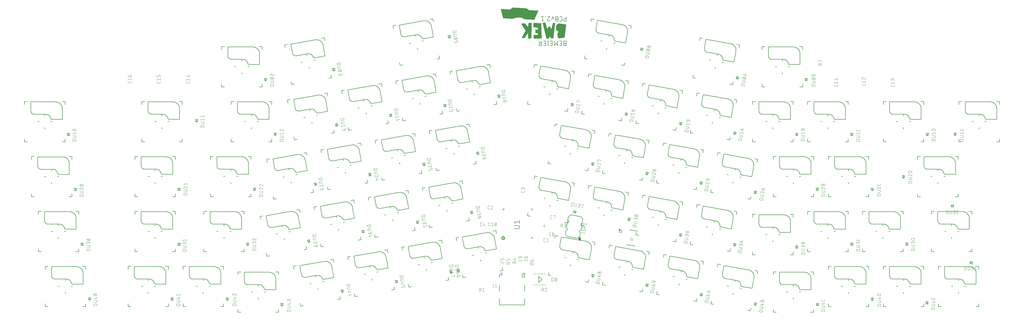
<source format=gbr>
G04 EAGLE Gerber RS-274X export*
G75*
%MOMM*%
%FSLAX34Y34*%
%LPD*%
%INSilkscreen Top*%
%IPPOS*%
%AMOC8*
5,1,8,0,0,1.08239X$1,22.5*%
G01*
%ADD10C,0.279400*%
%ADD11C,0.152400*%
%ADD12C,0.127000*%
%ADD13C,0.101600*%
%ADD14C,0.203200*%
%ADD15C,0.025400*%
%ADD16C,0.100000*%
%ADD17C,0.050800*%
%ADD18C,0.300000*%
%ADD19C,0.076200*%

G36*
X1622641Y925263D02*
X1622641Y925263D01*
X1622793Y925270D01*
X1622808Y925274D01*
X1622823Y925275D01*
X1622967Y925322D01*
X1623113Y925365D01*
X1623126Y925373D01*
X1623140Y925377D01*
X1623270Y925457D01*
X1623401Y925533D01*
X1623412Y925544D01*
X1623425Y925552D01*
X1623532Y925660D01*
X1623641Y925765D01*
X1623648Y925777D01*
X1623660Y925788D01*
X1623832Y926074D01*
X1623833Y926079D01*
X1623835Y926082D01*
X1636657Y955099D01*
X1636660Y955109D01*
X1636666Y955119D01*
X1636709Y955270D01*
X1636754Y955418D01*
X1636755Y955429D01*
X1636758Y955439D01*
X1636765Y955596D01*
X1636773Y955751D01*
X1636771Y955762D01*
X1636772Y955773D01*
X1636741Y955925D01*
X1636713Y956079D01*
X1636708Y956089D01*
X1636706Y956100D01*
X1636640Y956241D01*
X1636576Y956384D01*
X1636569Y956392D01*
X1636565Y956402D01*
X1636467Y956523D01*
X1636371Y956647D01*
X1636363Y956654D01*
X1636356Y956662D01*
X1636232Y956757D01*
X1636109Y956854D01*
X1636100Y956858D01*
X1636091Y956865D01*
X1635948Y956928D01*
X1635806Y956993D01*
X1635796Y956995D01*
X1635786Y956999D01*
X1635705Y957013D01*
X1635479Y957056D01*
X1635446Y957055D01*
X1635418Y957059D01*
X1605360Y957888D01*
X1597159Y964173D01*
X1597102Y964207D01*
X1597050Y964249D01*
X1596959Y964292D01*
X1596872Y964343D01*
X1596808Y964363D01*
X1596748Y964391D01*
X1596662Y964407D01*
X1596553Y964440D01*
X1596458Y964445D01*
X1596382Y964459D01*
X1548870Y966909D01*
X1548791Y966903D01*
X1548712Y966908D01*
X1548625Y966892D01*
X1548537Y966886D01*
X1548462Y966862D01*
X1548384Y966848D01*
X1548313Y966815D01*
X1548219Y966785D01*
X1548125Y966727D01*
X1548046Y966691D01*
X1538407Y960537D01*
X1509064Y962570D01*
X1508934Y962563D01*
X1508803Y962563D01*
X1508768Y962555D01*
X1508731Y962553D01*
X1508606Y962515D01*
X1508479Y962484D01*
X1508447Y962468D01*
X1508412Y962457D01*
X1508299Y962391D01*
X1508183Y962331D01*
X1508155Y962307D01*
X1508124Y962289D01*
X1508030Y962198D01*
X1507931Y962112D01*
X1507910Y962082D01*
X1507884Y962057D01*
X1507814Y961946D01*
X1507739Y961839D01*
X1507726Y961805D01*
X1507706Y961774D01*
X1507665Y961650D01*
X1507617Y961529D01*
X1507612Y961493D01*
X1507600Y961458D01*
X1507590Y961328D01*
X1507572Y961198D01*
X1507576Y961164D01*
X1507573Y961126D01*
X1507605Y960923D01*
X1507616Y960828D01*
X1515216Y931315D01*
X1515221Y931300D01*
X1515224Y931285D01*
X1515282Y931145D01*
X1515337Y931004D01*
X1515346Y930991D01*
X1515352Y930977D01*
X1515442Y930855D01*
X1515528Y930731D01*
X1515540Y930720D01*
X1515550Y930708D01*
X1515666Y930610D01*
X1515779Y930511D01*
X1515793Y930504D01*
X1515805Y930493D01*
X1515941Y930426D01*
X1516075Y930357D01*
X1516090Y930353D01*
X1516104Y930346D01*
X1516196Y930327D01*
X1516399Y930277D01*
X1516437Y930277D01*
X1516469Y930270D01*
X1547697Y928055D01*
X1547777Y928059D01*
X1547857Y928053D01*
X1547933Y928066D01*
X1548030Y928071D01*
X1548138Y928103D01*
X1548223Y928118D01*
X1562984Y932867D01*
X1578348Y932867D01*
X1589757Y926984D01*
X1589861Y926945D01*
X1589962Y926898D01*
X1590013Y926888D01*
X1590070Y926867D01*
X1590227Y926849D01*
X1590328Y926830D01*
X1622490Y925252D01*
X1622641Y925263D01*
G37*
G36*
X1672777Y860011D02*
X1672777Y860011D01*
X1672860Y860030D01*
X1672945Y860039D01*
X1673022Y860066D01*
X1673102Y860084D01*
X1673179Y860122D01*
X1673259Y860151D01*
X1673328Y860196D01*
X1673401Y860232D01*
X1673467Y860287D01*
X1673538Y860334D01*
X1673594Y860394D01*
X1673657Y860447D01*
X1673707Y860516D01*
X1673765Y860579D01*
X1673800Y860643D01*
X1673854Y860717D01*
X1673899Y860826D01*
X1673942Y860906D01*
X1676531Y867745D01*
X1681125Y860870D01*
X1681138Y860854D01*
X1681148Y860836D01*
X1681246Y860728D01*
X1681342Y860617D01*
X1681359Y860605D01*
X1681373Y860590D01*
X1681494Y860508D01*
X1681613Y860422D01*
X1681632Y860415D01*
X1681649Y860403D01*
X1681787Y860352D01*
X1681922Y860298D01*
X1681943Y860295D01*
X1681962Y860288D01*
X1682061Y860278D01*
X1682252Y860250D01*
X1682295Y860254D01*
X1682333Y860250D01*
X1687524Y860426D01*
X1687754Y860426D01*
X1687906Y860444D01*
X1688057Y860459D01*
X1688071Y860464D01*
X1688085Y860466D01*
X1688228Y860520D01*
X1688372Y860570D01*
X1688384Y860578D01*
X1688397Y860583D01*
X1688523Y860669D01*
X1688651Y860752D01*
X1688661Y860763D01*
X1688673Y860771D01*
X1688775Y860885D01*
X1688879Y860996D01*
X1688886Y861008D01*
X1688896Y861019D01*
X1688969Y861154D01*
X1689043Y861287D01*
X1689047Y861299D01*
X1689054Y861313D01*
X1689138Y861636D01*
X1689138Y861642D01*
X1689139Y861646D01*
X1695616Y912726D01*
X1695617Y912888D01*
X1695619Y913049D01*
X1695618Y913054D01*
X1695618Y913059D01*
X1695581Y913218D01*
X1695545Y913374D01*
X1695542Y913379D01*
X1695541Y913384D01*
X1695466Y913530D01*
X1695395Y913672D01*
X1695392Y913676D01*
X1695389Y913681D01*
X1695283Y913804D01*
X1695179Y913926D01*
X1695175Y913930D01*
X1695171Y913934D01*
X1695040Y914027D01*
X1694909Y914122D01*
X1694904Y914124D01*
X1694899Y914127D01*
X1694749Y914187D01*
X1694600Y914248D01*
X1694595Y914249D01*
X1694590Y914251D01*
X1694259Y914297D01*
X1694244Y914296D01*
X1694231Y914298D01*
X1688986Y914298D01*
X1688944Y914293D01*
X1688901Y914295D01*
X1688779Y914273D01*
X1688655Y914258D01*
X1688615Y914243D01*
X1688572Y914235D01*
X1688459Y914184D01*
X1688343Y914141D01*
X1688307Y914116D01*
X1688268Y914099D01*
X1688170Y914022D01*
X1688067Y913952D01*
X1688038Y913920D01*
X1688004Y913894D01*
X1687927Y913797D01*
X1687844Y913704D01*
X1687824Y913666D01*
X1687797Y913633D01*
X1687756Y913540D01*
X1687686Y913411D01*
X1687669Y913345D01*
X1687646Y913292D01*
X1681653Y892738D01*
X1677328Y900858D01*
X1677289Y900913D01*
X1677259Y900972D01*
X1677194Y901049D01*
X1677137Y901131D01*
X1677087Y901176D01*
X1677043Y901226D01*
X1676962Y901285D01*
X1676886Y901352D01*
X1676827Y901383D01*
X1676773Y901422D01*
X1676680Y901460D01*
X1676591Y901507D01*
X1676526Y901523D01*
X1676464Y901548D01*
X1676377Y901560D01*
X1676267Y901587D01*
X1676171Y901587D01*
X1676095Y901598D01*
X1673504Y901598D01*
X1673399Y901585D01*
X1673292Y901581D01*
X1673234Y901565D01*
X1673173Y901558D01*
X1673074Y901520D01*
X1672971Y901492D01*
X1672918Y901462D01*
X1672861Y901441D01*
X1672773Y901381D01*
X1672680Y901328D01*
X1672636Y901287D01*
X1672585Y901252D01*
X1672514Y901174D01*
X1672436Y901101D01*
X1672406Y901054D01*
X1672362Y901004D01*
X1672291Y900872D01*
X1672237Y900787D01*
X1668363Y892395D01*
X1661939Y914344D01*
X1661902Y914430D01*
X1661874Y914520D01*
X1661836Y914583D01*
X1661807Y914651D01*
X1661751Y914726D01*
X1661703Y914806D01*
X1661651Y914859D01*
X1661607Y914918D01*
X1661535Y914977D01*
X1661469Y915044D01*
X1661406Y915082D01*
X1661349Y915129D01*
X1661265Y915170D01*
X1661185Y915219D01*
X1661115Y915242D01*
X1661048Y915274D01*
X1660957Y915293D01*
X1660868Y915322D01*
X1660801Y915326D01*
X1660722Y915343D01*
X1660592Y915339D01*
X1660496Y915344D01*
X1653688Y914844D01*
X1653664Y914839D01*
X1653640Y914840D01*
X1653501Y914807D01*
X1653360Y914780D01*
X1653338Y914770D01*
X1653315Y914764D01*
X1653187Y914700D01*
X1653057Y914640D01*
X1653039Y914625D01*
X1653017Y914614D01*
X1652909Y914522D01*
X1652796Y914432D01*
X1652782Y914413D01*
X1652763Y914398D01*
X1652680Y914282D01*
X1652592Y914168D01*
X1652582Y914147D01*
X1652568Y914127D01*
X1652514Y913995D01*
X1652456Y913864D01*
X1652452Y913840D01*
X1652443Y913818D01*
X1652422Y913676D01*
X1652396Y913536D01*
X1652398Y913512D01*
X1652394Y913488D01*
X1652405Y913387D01*
X1652416Y913203D01*
X1652430Y913158D01*
X1652434Y913118D01*
X1665387Y860470D01*
X1665437Y860336D01*
X1665483Y860201D01*
X1665496Y860180D01*
X1665504Y860158D01*
X1665585Y860040D01*
X1665662Y859919D01*
X1665679Y859902D01*
X1665693Y859882D01*
X1665799Y859787D01*
X1665902Y859688D01*
X1665923Y859676D01*
X1665941Y859660D01*
X1666068Y859592D01*
X1666191Y859521D01*
X1666214Y859514D01*
X1666236Y859502D01*
X1666374Y859467D01*
X1666511Y859426D01*
X1666534Y859426D01*
X1666559Y859419D01*
X1666832Y859416D01*
X1666883Y859414D01*
X1672777Y860011D01*
G37*
G36*
X1710171Y860319D02*
X1710171Y860319D01*
X1710268Y860323D01*
X1727279Y863291D01*
X1727318Y863303D01*
X1727359Y863308D01*
X1727478Y863351D01*
X1727599Y863388D01*
X1727634Y863408D01*
X1727672Y863422D01*
X1727777Y863493D01*
X1727886Y863557D01*
X1727916Y863585D01*
X1727950Y863608D01*
X1728035Y863701D01*
X1728125Y863789D01*
X1728147Y863824D01*
X1728175Y863854D01*
X1728235Y863965D01*
X1728302Y864072D01*
X1728315Y864111D01*
X1728335Y864147D01*
X1728360Y864246D01*
X1728407Y864389D01*
X1728413Y864454D01*
X1728426Y864508D01*
X1733314Y907177D01*
X1733314Y907220D01*
X1733321Y907261D01*
X1733313Y907386D01*
X1733312Y907511D01*
X1733302Y907552D01*
X1733299Y907594D01*
X1733262Y907713D01*
X1733231Y907834D01*
X1733211Y907872D01*
X1733199Y907913D01*
X1733134Y908019D01*
X1733076Y908130D01*
X1733048Y908161D01*
X1733026Y908198D01*
X1732937Y908286D01*
X1732855Y908380D01*
X1732820Y908404D01*
X1732790Y908434D01*
X1732683Y908499D01*
X1732581Y908570D01*
X1732541Y908585D01*
X1732505Y908607D01*
X1732407Y908637D01*
X1732269Y908690D01*
X1732203Y908698D01*
X1732148Y908715D01*
X1709137Y912410D01*
X1709022Y912415D01*
X1708908Y912428D01*
X1708856Y912421D01*
X1708804Y912423D01*
X1708691Y912401D01*
X1708577Y912386D01*
X1708532Y912368D01*
X1708477Y912357D01*
X1708328Y912287D01*
X1708231Y912248D01*
X1699794Y907501D01*
X1699754Y907471D01*
X1699708Y907448D01*
X1699620Y907373D01*
X1699525Y907304D01*
X1699493Y907265D01*
X1699454Y907232D01*
X1699386Y907138D01*
X1699311Y907048D01*
X1699288Y907003D01*
X1699259Y906962D01*
X1699214Y906854D01*
X1699163Y906749D01*
X1699152Y906700D01*
X1699133Y906653D01*
X1699120Y906556D01*
X1699090Y906424D01*
X1699091Y906347D01*
X1699083Y906284D01*
X1699083Y889258D01*
X1699084Y889247D01*
X1699083Y889236D01*
X1699104Y889082D01*
X1699123Y888927D01*
X1699127Y888916D01*
X1699128Y888906D01*
X1699185Y888760D01*
X1699240Y888614D01*
X1699246Y888605D01*
X1699250Y888595D01*
X1699340Y888467D01*
X1699428Y888339D01*
X1699436Y888331D01*
X1699443Y888323D01*
X1699505Y888269D01*
X1699676Y888116D01*
X1699705Y888100D01*
X1699727Y888082D01*
X1707042Y883401D01*
X1702965Y877679D01*
X1702896Y877553D01*
X1702823Y877430D01*
X1702816Y877407D01*
X1702805Y877386D01*
X1702768Y877247D01*
X1702726Y877110D01*
X1702726Y877088D01*
X1702719Y877063D01*
X1702713Y876786D01*
X1702711Y876738D01*
X1703877Y864293D01*
X1703909Y864149D01*
X1703936Y864005D01*
X1703944Y863987D01*
X1703948Y863967D01*
X1704012Y863835D01*
X1704073Y863701D01*
X1704085Y863685D01*
X1704094Y863667D01*
X1704188Y863554D01*
X1704278Y863438D01*
X1704293Y863427D01*
X1704307Y863410D01*
X1704569Y863216D01*
X1704574Y863212D01*
X1709334Y860486D01*
X1709453Y860436D01*
X1709570Y860379D01*
X1709607Y860371D01*
X1709641Y860356D01*
X1709769Y860336D01*
X1709896Y860308D01*
X1709931Y860309D01*
X1709971Y860303D01*
X1710171Y860319D01*
G37*
G36*
X1611616Y860172D02*
X1611616Y860172D01*
X1611833Y860172D01*
X1611896Y860179D01*
X1611959Y860177D01*
X1612061Y860199D01*
X1612164Y860212D01*
X1612224Y860234D01*
X1612285Y860247D01*
X1612379Y860292D01*
X1612477Y860329D01*
X1612529Y860365D01*
X1612586Y860392D01*
X1612666Y860458D01*
X1612752Y860517D01*
X1612795Y860564D01*
X1612843Y860604D01*
X1612906Y860688D01*
X1612975Y860765D01*
X1613005Y860821D01*
X1613043Y860871D01*
X1613084Y860967D01*
X1613133Y861059D01*
X1613149Y861120D01*
X1613174Y861178D01*
X1613187Y861268D01*
X1613217Y861382D01*
X1613218Y861473D01*
X1613229Y861547D01*
X1614017Y912626D01*
X1614011Y912683D01*
X1614014Y912740D01*
X1613993Y912848D01*
X1613982Y912958D01*
X1613963Y913012D01*
X1613952Y913068D01*
X1613907Y913168D01*
X1613869Y913272D01*
X1613838Y913320D01*
X1613814Y913372D01*
X1613746Y913458D01*
X1613686Y913550D01*
X1613644Y913589D01*
X1613608Y913634D01*
X1613522Y913702D01*
X1613441Y913777D01*
X1613391Y913805D01*
X1613346Y913841D01*
X1613246Y913886D01*
X1613150Y913940D01*
X1613094Y913955D01*
X1613042Y913979D01*
X1612950Y913995D01*
X1612828Y914028D01*
X1612744Y914031D01*
X1612675Y914043D01*
X1604572Y914360D01*
X1604545Y914358D01*
X1604518Y914361D01*
X1604379Y914345D01*
X1604239Y914334D01*
X1604213Y914325D01*
X1604187Y914322D01*
X1604056Y914273D01*
X1603922Y914229D01*
X1603899Y914214D01*
X1603874Y914205D01*
X1603758Y914126D01*
X1603640Y914051D01*
X1603621Y914032D01*
X1603598Y914017D01*
X1603505Y913913D01*
X1603407Y913812D01*
X1603393Y913789D01*
X1603375Y913769D01*
X1603309Y913646D01*
X1603238Y913525D01*
X1603230Y913499D01*
X1603217Y913475D01*
X1603193Y913375D01*
X1603141Y913205D01*
X1603139Y913155D01*
X1603129Y913114D01*
X1601660Y899364D01*
X1592553Y911650D01*
X1592463Y911745D01*
X1592379Y911844D01*
X1592349Y911865D01*
X1592323Y911892D01*
X1592214Y911963D01*
X1592109Y912039D01*
X1592074Y912053D01*
X1592043Y912073D01*
X1591920Y912116D01*
X1591800Y912165D01*
X1591766Y912170D01*
X1591728Y912183D01*
X1591526Y912202D01*
X1591431Y912215D01*
X1579951Y912215D01*
X1579825Y912200D01*
X1579699Y912192D01*
X1579660Y912180D01*
X1579619Y912175D01*
X1579501Y912131D01*
X1579380Y912093D01*
X1579345Y912072D01*
X1579307Y912058D01*
X1579203Y911986D01*
X1579094Y911921D01*
X1579065Y911893D01*
X1579032Y911870D01*
X1578947Y911776D01*
X1578857Y911687D01*
X1578836Y911652D01*
X1578808Y911622D01*
X1578749Y911510D01*
X1578682Y911403D01*
X1578670Y911364D01*
X1578651Y911328D01*
X1578619Y911205D01*
X1578580Y911085D01*
X1578577Y911044D01*
X1578567Y911005D01*
X1578565Y910879D01*
X1578556Y910752D01*
X1578563Y910712D01*
X1578562Y910671D01*
X1578590Y910548D01*
X1578612Y910423D01*
X1578627Y910389D01*
X1578637Y910346D01*
X1578723Y910175D01*
X1578764Y910083D01*
X1592941Y887191D01*
X1580732Y863533D01*
X1580721Y863504D01*
X1580705Y863477D01*
X1580663Y863348D01*
X1580616Y863220D01*
X1580612Y863189D01*
X1580602Y863160D01*
X1580592Y863024D01*
X1580577Y862889D01*
X1580580Y862858D01*
X1580578Y862827D01*
X1580601Y862693D01*
X1580617Y862558D01*
X1580628Y862529D01*
X1580634Y862498D01*
X1580687Y862374D01*
X1580735Y862246D01*
X1580753Y862220D01*
X1580765Y862192D01*
X1580847Y862083D01*
X1580924Y861971D01*
X1580947Y861950D01*
X1580966Y861925D01*
X1581071Y861839D01*
X1581173Y861748D01*
X1581200Y861734D01*
X1581224Y861714D01*
X1581347Y861656D01*
X1581467Y861591D01*
X1581497Y861584D01*
X1581525Y861570D01*
X1581627Y861550D01*
X1581790Y861508D01*
X1581845Y861508D01*
X1581891Y861499D01*
X1588152Y861131D01*
X1588166Y861131D01*
X1588180Y861129D01*
X1588208Y861132D01*
X1588233Y861128D01*
X1588234Y861128D01*
X1588359Y861143D01*
X1588485Y861151D01*
X1588498Y861155D01*
X1588512Y861156D01*
X1588538Y861165D01*
X1588565Y861168D01*
X1588683Y861212D01*
X1588804Y861250D01*
X1588816Y861257D01*
X1588829Y861261D01*
X1588852Y861276D01*
X1588877Y861285D01*
X1588981Y861356D01*
X1589090Y861421D01*
X1589100Y861431D01*
X1589112Y861439D01*
X1589129Y861457D01*
X1589153Y861473D01*
X1589237Y861567D01*
X1589327Y861656D01*
X1589346Y861686D01*
X1589367Y861709D01*
X1601648Y878782D01*
X1601870Y861111D01*
X1601883Y861010D01*
X1601887Y860908D01*
X1601905Y860845D01*
X1601914Y860780D01*
X1601951Y860685D01*
X1601979Y860587D01*
X1602012Y860530D01*
X1602035Y860469D01*
X1602094Y860386D01*
X1602144Y860297D01*
X1602189Y860250D01*
X1602227Y860196D01*
X1602303Y860129D01*
X1602373Y860055D01*
X1602429Y860019D01*
X1602478Y859976D01*
X1602568Y859929D01*
X1602654Y859873D01*
X1602715Y859852D01*
X1602773Y859822D01*
X1602872Y859797D01*
X1602969Y859764D01*
X1603028Y859759D01*
X1603097Y859742D01*
X1603240Y859742D01*
X1603340Y859734D01*
X1611616Y860172D01*
G37*
G36*
X1647176Y859928D02*
X1647176Y859928D01*
X1647264Y859929D01*
X1647341Y859948D01*
X1647420Y859958D01*
X1647502Y859989D01*
X1647588Y860010D01*
X1647658Y860047D01*
X1647732Y860075D01*
X1647805Y860125D01*
X1647883Y860166D01*
X1647942Y860218D01*
X1648008Y860263D01*
X1648067Y860329D01*
X1648133Y860387D01*
X1648178Y860452D01*
X1648231Y860511D01*
X1648272Y860589D01*
X1648323Y860661D01*
X1648351Y860735D01*
X1648389Y860805D01*
X1648411Y860891D01*
X1648442Y860973D01*
X1648450Y861044D01*
X1648472Y861128D01*
X1648474Y861251D01*
X1648484Y861343D01*
X1647443Y911889D01*
X1647439Y911919D01*
X1647440Y911949D01*
X1647415Y912083D01*
X1647396Y912219D01*
X1647385Y912247D01*
X1647380Y912277D01*
X1647323Y912402D01*
X1647273Y912529D01*
X1647255Y912553D01*
X1647243Y912581D01*
X1647158Y912689D01*
X1647079Y912801D01*
X1647056Y912820D01*
X1647038Y912844D01*
X1646930Y912929D01*
X1646826Y913019D01*
X1646800Y913032D01*
X1646776Y913051D01*
X1646651Y913108D01*
X1646529Y913170D01*
X1646500Y913177D01*
X1646473Y913190D01*
X1646371Y913208D01*
X1646205Y913247D01*
X1646151Y913247D01*
X1646106Y913255D01*
X1621493Y914296D01*
X1621370Y914287D01*
X1621247Y914285D01*
X1621205Y914274D01*
X1621161Y914271D01*
X1621044Y914232D01*
X1620924Y914201D01*
X1620886Y914180D01*
X1620844Y914167D01*
X1620739Y914101D01*
X1620630Y914043D01*
X1620598Y914014D01*
X1620561Y913990D01*
X1620474Y913902D01*
X1620383Y913820D01*
X1620358Y913783D01*
X1620327Y913752D01*
X1620264Y913646D01*
X1620195Y913544D01*
X1620179Y913503D01*
X1620157Y913465D01*
X1620121Y913347D01*
X1620078Y913232D01*
X1620073Y913191D01*
X1620060Y913146D01*
X1620049Y912962D01*
X1620039Y912861D01*
X1620402Y900256D01*
X1620403Y900248D01*
X1620403Y900240D01*
X1620428Y900082D01*
X1620451Y899926D01*
X1620454Y899919D01*
X1620456Y899911D01*
X1620518Y899763D01*
X1620578Y899617D01*
X1620582Y899611D01*
X1620585Y899603D01*
X1620681Y899475D01*
X1620774Y899347D01*
X1620779Y899342D01*
X1620784Y899335D01*
X1620907Y899234D01*
X1621028Y899131D01*
X1621035Y899127D01*
X1621041Y899122D01*
X1621183Y899053D01*
X1621326Y898982D01*
X1621334Y898980D01*
X1621341Y898976D01*
X1621410Y898963D01*
X1621651Y898907D01*
X1621681Y898908D01*
X1621706Y898903D01*
X1635538Y897991D01*
X1635726Y890495D01*
X1627966Y890939D01*
X1627852Y890932D01*
X1627739Y890933D01*
X1627686Y890921D01*
X1627633Y890918D01*
X1627524Y890884D01*
X1627413Y890859D01*
X1627366Y890835D01*
X1627314Y890819D01*
X1627217Y890760D01*
X1627115Y890709D01*
X1627074Y890675D01*
X1627028Y890647D01*
X1626948Y890567D01*
X1626861Y890493D01*
X1626830Y890450D01*
X1626792Y890412D01*
X1626732Y890315D01*
X1626665Y890223D01*
X1626645Y890173D01*
X1626617Y890128D01*
X1626582Y890019D01*
X1626539Y889914D01*
X1626533Y889865D01*
X1626515Y889810D01*
X1626504Y889648D01*
X1626490Y889545D01*
X1626490Y880059D01*
X1626494Y880026D01*
X1626491Y879992D01*
X1626514Y879860D01*
X1626530Y879728D01*
X1626541Y879696D01*
X1626547Y879663D01*
X1626600Y879540D01*
X1626647Y879416D01*
X1626666Y879388D01*
X1626679Y879357D01*
X1626760Y879250D01*
X1626835Y879140D01*
X1626860Y879117D01*
X1626880Y879091D01*
X1626984Y879006D01*
X1627083Y878917D01*
X1627113Y878901D01*
X1627139Y878880D01*
X1627259Y878822D01*
X1627377Y878759D01*
X1627410Y878751D01*
X1627440Y878736D01*
X1627541Y878716D01*
X1627700Y878675D01*
X1627757Y878675D01*
X1627806Y878665D01*
X1635304Y878233D01*
X1635304Y872388D01*
X1622142Y872388D01*
X1622082Y872380D01*
X1622022Y872383D01*
X1621917Y872361D01*
X1621811Y872348D01*
X1621755Y872327D01*
X1621695Y872314D01*
X1621599Y872268D01*
X1621499Y872231D01*
X1621449Y872197D01*
X1621394Y872171D01*
X1621311Y872103D01*
X1621223Y872043D01*
X1621183Y871998D01*
X1621136Y871959D01*
X1621072Y871874D01*
X1621000Y871794D01*
X1620971Y871741D01*
X1620935Y871693D01*
X1620893Y871595D01*
X1620842Y871501D01*
X1620827Y871442D01*
X1620803Y871387D01*
X1620789Y871296D01*
X1620758Y871178D01*
X1620757Y871090D01*
X1620746Y871019D01*
X1620557Y861341D01*
X1620565Y861256D01*
X1620564Y861167D01*
X1620582Y861087D01*
X1620590Y861009D01*
X1620619Y860929D01*
X1620639Y860841D01*
X1620675Y860769D01*
X1620701Y860695D01*
X1620748Y860623D01*
X1620788Y860543D01*
X1620841Y860481D01*
X1620884Y860416D01*
X1620947Y860357D01*
X1621004Y860289D01*
X1621070Y860242D01*
X1621128Y860188D01*
X1621203Y860145D01*
X1621275Y860093D01*
X1621349Y860063D01*
X1621418Y860024D01*
X1621502Y860001D01*
X1621584Y859967D01*
X1621655Y859958D01*
X1621740Y859934D01*
X1621861Y859930D01*
X1621953Y859918D01*
X1647088Y859918D01*
X1647176Y859928D01*
G37*
G36*
X1783052Y161528D02*
X1783052Y161528D01*
X1783126Y161527D01*
X1783217Y161548D01*
X1783310Y161559D01*
X1783379Y161585D01*
X1783451Y161602D01*
X1783534Y161644D01*
X1783622Y161676D01*
X1783683Y161718D01*
X1783749Y161751D01*
X1783820Y161812D01*
X1783897Y161865D01*
X1783947Y161920D01*
X1784003Y161967D01*
X1784058Y162043D01*
X1784121Y162113D01*
X1784156Y162178D01*
X1784199Y162238D01*
X1784234Y162324D01*
X1784278Y162406D01*
X1784297Y162478D01*
X1784325Y162547D01*
X1784336Y162628D01*
X1784362Y162729D01*
X1784364Y162834D01*
X1784375Y162916D01*
X1784375Y168478D01*
X1784366Y168552D01*
X1784367Y168626D01*
X1784346Y168716D01*
X1784335Y168809D01*
X1784309Y168879D01*
X1784292Y168951D01*
X1784250Y169034D01*
X1784217Y169122D01*
X1784176Y169183D01*
X1784143Y169249D01*
X1784082Y169320D01*
X1784029Y169397D01*
X1783974Y169447D01*
X1783927Y169503D01*
X1783851Y169558D01*
X1783781Y169620D01*
X1783716Y169655D01*
X1783656Y169699D01*
X1783570Y169734D01*
X1783487Y169778D01*
X1783416Y169797D01*
X1783347Y169825D01*
X1783266Y169836D01*
X1783165Y169862D01*
X1783060Y169863D01*
X1782978Y169874D01*
X1777390Y169874D01*
X1777317Y169866D01*
X1777243Y169867D01*
X1777152Y169846D01*
X1777059Y169835D01*
X1776990Y169809D01*
X1776918Y169792D01*
X1776834Y169750D01*
X1776747Y169717D01*
X1776686Y169676D01*
X1776620Y169642D01*
X1776549Y169582D01*
X1776471Y169529D01*
X1776422Y169474D01*
X1776365Y169426D01*
X1776311Y169351D01*
X1776248Y169281D01*
X1776213Y169216D01*
X1776170Y169156D01*
X1776134Y169070D01*
X1776090Y168987D01*
X1776072Y168916D01*
X1776044Y168847D01*
X1776033Y168765D01*
X1776007Y168664D01*
X1776005Y168560D01*
X1775994Y168478D01*
X1775994Y162916D01*
X1776003Y162842D01*
X1776002Y162768D01*
X1776023Y162677D01*
X1776034Y162584D01*
X1776060Y162515D01*
X1776077Y162443D01*
X1776118Y162360D01*
X1776151Y162272D01*
X1776193Y162211D01*
X1776226Y162145D01*
X1776287Y162074D01*
X1776339Y161996D01*
X1776394Y161947D01*
X1776442Y161891D01*
X1776518Y161836D01*
X1776587Y161773D01*
X1776653Y161738D01*
X1776712Y161695D01*
X1776799Y161660D01*
X1776881Y161615D01*
X1776953Y161597D01*
X1777021Y161569D01*
X1777103Y161558D01*
X1777204Y161532D01*
X1777309Y161530D01*
X1777390Y161519D01*
X1782978Y161519D01*
X1783052Y161528D01*
G37*
D10*
X1510085Y167970D02*
X1510087Y168111D01*
X1510093Y168252D01*
X1510103Y168392D01*
X1510117Y168532D01*
X1510135Y168672D01*
X1510156Y168811D01*
X1510182Y168950D01*
X1510211Y169088D01*
X1510245Y169224D01*
X1510282Y169360D01*
X1510323Y169495D01*
X1510368Y169629D01*
X1510417Y169761D01*
X1510469Y169892D01*
X1510525Y170021D01*
X1510585Y170148D01*
X1510648Y170274D01*
X1510714Y170398D01*
X1510785Y170521D01*
X1510858Y170641D01*
X1510935Y170759D01*
X1511015Y170875D01*
X1511099Y170988D01*
X1511185Y171099D01*
X1511275Y171208D01*
X1511368Y171314D01*
X1511463Y171417D01*
X1511562Y171518D01*
X1511663Y171616D01*
X1511767Y171711D01*
X1511874Y171803D01*
X1511983Y171892D01*
X1512095Y171977D01*
X1512209Y172060D01*
X1512325Y172140D01*
X1512444Y172216D01*
X1512565Y172288D01*
X1512687Y172358D01*
X1512812Y172423D01*
X1512938Y172486D01*
X1513066Y172544D01*
X1513196Y172599D01*
X1513327Y172651D01*
X1513460Y172698D01*
X1513594Y172742D01*
X1513729Y172783D01*
X1513865Y172819D01*
X1514002Y172851D01*
X1514140Y172880D01*
X1514278Y172905D01*
X1514418Y172925D01*
X1514558Y172942D01*
X1514698Y172955D01*
X1514839Y172964D01*
X1514979Y172969D01*
X1515120Y172970D01*
X1515261Y172967D01*
X1515402Y172960D01*
X1515542Y172949D01*
X1515682Y172934D01*
X1515822Y172915D01*
X1515961Y172893D01*
X1516099Y172866D01*
X1516237Y172836D01*
X1516373Y172801D01*
X1516509Y172763D01*
X1516643Y172721D01*
X1516777Y172675D01*
X1516909Y172626D01*
X1517039Y172572D01*
X1517168Y172515D01*
X1517295Y172455D01*
X1517421Y172391D01*
X1517544Y172323D01*
X1517666Y172252D01*
X1517786Y172178D01*
X1517903Y172100D01*
X1518018Y172019D01*
X1518131Y171935D01*
X1518242Y171848D01*
X1518350Y171757D01*
X1518455Y171664D01*
X1518558Y171567D01*
X1518658Y171468D01*
X1518755Y171366D01*
X1518849Y171261D01*
X1518940Y171154D01*
X1519028Y171044D01*
X1519113Y170932D01*
X1519195Y170817D01*
X1519274Y170700D01*
X1519349Y170581D01*
X1519421Y170460D01*
X1519489Y170337D01*
X1519554Y170212D01*
X1519616Y170085D01*
X1519673Y169956D01*
X1519728Y169826D01*
X1519778Y169695D01*
X1519825Y169562D01*
X1519868Y169428D01*
X1519907Y169292D01*
X1519942Y169156D01*
X1519974Y169019D01*
X1520001Y168881D01*
X1520025Y168742D01*
X1520045Y168602D01*
X1520061Y168462D01*
X1520073Y168322D01*
X1520081Y168181D01*
X1520085Y168040D01*
X1520085Y167900D01*
X1520081Y167759D01*
X1520073Y167618D01*
X1520061Y167478D01*
X1520045Y167338D01*
X1520025Y167198D01*
X1520001Y167059D01*
X1519974Y166921D01*
X1519942Y166784D01*
X1519907Y166648D01*
X1519868Y166512D01*
X1519825Y166378D01*
X1519778Y166245D01*
X1519728Y166114D01*
X1519673Y165984D01*
X1519616Y165855D01*
X1519554Y165728D01*
X1519489Y165603D01*
X1519421Y165480D01*
X1519349Y165359D01*
X1519274Y165240D01*
X1519195Y165123D01*
X1519113Y165008D01*
X1519028Y164896D01*
X1518940Y164786D01*
X1518849Y164679D01*
X1518755Y164574D01*
X1518658Y164472D01*
X1518558Y164373D01*
X1518455Y164276D01*
X1518350Y164183D01*
X1518242Y164092D01*
X1518131Y164005D01*
X1518018Y163921D01*
X1517903Y163840D01*
X1517786Y163762D01*
X1517666Y163688D01*
X1517544Y163617D01*
X1517421Y163549D01*
X1517295Y163485D01*
X1517168Y163425D01*
X1517039Y163368D01*
X1516909Y163314D01*
X1516777Y163265D01*
X1516643Y163219D01*
X1516509Y163177D01*
X1516373Y163139D01*
X1516237Y163104D01*
X1516099Y163074D01*
X1515961Y163047D01*
X1515822Y163025D01*
X1515682Y163006D01*
X1515542Y162991D01*
X1515402Y162980D01*
X1515261Y162973D01*
X1515120Y162970D01*
X1514979Y162971D01*
X1514839Y162976D01*
X1514698Y162985D01*
X1514558Y162998D01*
X1514418Y163015D01*
X1514278Y163035D01*
X1514140Y163060D01*
X1514002Y163089D01*
X1513865Y163121D01*
X1513729Y163157D01*
X1513594Y163198D01*
X1513460Y163242D01*
X1513327Y163289D01*
X1513196Y163341D01*
X1513066Y163396D01*
X1512938Y163454D01*
X1512812Y163517D01*
X1512687Y163582D01*
X1512565Y163652D01*
X1512444Y163724D01*
X1512325Y163800D01*
X1512209Y163880D01*
X1512095Y163963D01*
X1511983Y164048D01*
X1511874Y164137D01*
X1511767Y164229D01*
X1511663Y164324D01*
X1511562Y164422D01*
X1511463Y164523D01*
X1511368Y164626D01*
X1511275Y164732D01*
X1511185Y164841D01*
X1511099Y164952D01*
X1511015Y165065D01*
X1510935Y165181D01*
X1510858Y165299D01*
X1510785Y165419D01*
X1510714Y165542D01*
X1510648Y165666D01*
X1510585Y165792D01*
X1510525Y165919D01*
X1510469Y166048D01*
X1510417Y166179D01*
X1510368Y166311D01*
X1510323Y166445D01*
X1510282Y166580D01*
X1510245Y166716D01*
X1510211Y166852D01*
X1510182Y166990D01*
X1510156Y167129D01*
X1510135Y167268D01*
X1510117Y167408D01*
X1510103Y167548D01*
X1510093Y167688D01*
X1510087Y167829D01*
X1510085Y167970D01*
D11*
X1728730Y842529D02*
X1733245Y842529D01*
X1728730Y842529D02*
X1728597Y842531D01*
X1728465Y842537D01*
X1728333Y842547D01*
X1728201Y842560D01*
X1728069Y842578D01*
X1727939Y842599D01*
X1727808Y842624D01*
X1727679Y842653D01*
X1727551Y842686D01*
X1727423Y842722D01*
X1727297Y842762D01*
X1727172Y842806D01*
X1727048Y842854D01*
X1726926Y842905D01*
X1726805Y842960D01*
X1726686Y843018D01*
X1726568Y843080D01*
X1726453Y843145D01*
X1726339Y843214D01*
X1726228Y843285D01*
X1726119Y843361D01*
X1726012Y843439D01*
X1725907Y843520D01*
X1725805Y843605D01*
X1725705Y843692D01*
X1725608Y843782D01*
X1725513Y843875D01*
X1725422Y843971D01*
X1725333Y844069D01*
X1725247Y844170D01*
X1725164Y844274D01*
X1725084Y844380D01*
X1725008Y844488D01*
X1724934Y844598D01*
X1724864Y844711D01*
X1724797Y844825D01*
X1724734Y844942D01*
X1724674Y845060D01*
X1724617Y845180D01*
X1724564Y845302D01*
X1724515Y845425D01*
X1724469Y845549D01*
X1724427Y845675D01*
X1724389Y845802D01*
X1724354Y845930D01*
X1724323Y846059D01*
X1724296Y846188D01*
X1724273Y846319D01*
X1724253Y846450D01*
X1724238Y846582D01*
X1724226Y846714D01*
X1724218Y846846D01*
X1724214Y846979D01*
X1724214Y847111D01*
X1724218Y847244D01*
X1724226Y847376D01*
X1724238Y847508D01*
X1724253Y847640D01*
X1724273Y847771D01*
X1724296Y847902D01*
X1724323Y848031D01*
X1724354Y848160D01*
X1724389Y848288D01*
X1724427Y848415D01*
X1724469Y848541D01*
X1724515Y848665D01*
X1724564Y848788D01*
X1724617Y848910D01*
X1724674Y849030D01*
X1724734Y849148D01*
X1724797Y849265D01*
X1724864Y849379D01*
X1724934Y849492D01*
X1725008Y849602D01*
X1725084Y849710D01*
X1725164Y849816D01*
X1725247Y849920D01*
X1725333Y850021D01*
X1725422Y850119D01*
X1725513Y850215D01*
X1725608Y850308D01*
X1725705Y850398D01*
X1725805Y850485D01*
X1725907Y850570D01*
X1726012Y850651D01*
X1726119Y850729D01*
X1726228Y850805D01*
X1726339Y850876D01*
X1726453Y850945D01*
X1726568Y851010D01*
X1726686Y851072D01*
X1726805Y851130D01*
X1726926Y851185D01*
X1727048Y851236D01*
X1727172Y851284D01*
X1727297Y851328D01*
X1727423Y851368D01*
X1727551Y851404D01*
X1727679Y851437D01*
X1727808Y851466D01*
X1727939Y851491D01*
X1728069Y851512D01*
X1728201Y851530D01*
X1728333Y851543D01*
X1728465Y851553D01*
X1728597Y851559D01*
X1728730Y851561D01*
X1728730Y851560D02*
X1733245Y851560D01*
X1733245Y835304D01*
X1728730Y835304D01*
X1728730Y835305D02*
X1728611Y835307D01*
X1728491Y835313D01*
X1728372Y835323D01*
X1728254Y835337D01*
X1728135Y835354D01*
X1728018Y835376D01*
X1727901Y835401D01*
X1727786Y835431D01*
X1727671Y835464D01*
X1727557Y835501D01*
X1727445Y835541D01*
X1727334Y835586D01*
X1727225Y835634D01*
X1727117Y835685D01*
X1727011Y835740D01*
X1726907Y835799D01*
X1726805Y835861D01*
X1726705Y835926D01*
X1726607Y835995D01*
X1726511Y836067D01*
X1726418Y836142D01*
X1726328Y836219D01*
X1726240Y836300D01*
X1726155Y836384D01*
X1726073Y836471D01*
X1725993Y836560D01*
X1725917Y836652D01*
X1725843Y836746D01*
X1725773Y836843D01*
X1725706Y836941D01*
X1725642Y837042D01*
X1725582Y837146D01*
X1725525Y837251D01*
X1725472Y837358D01*
X1725422Y837466D01*
X1725376Y837576D01*
X1725334Y837688D01*
X1725295Y837801D01*
X1725260Y837915D01*
X1725229Y838030D01*
X1725201Y838147D01*
X1725178Y838264D01*
X1725158Y838381D01*
X1725142Y838500D01*
X1725130Y838619D01*
X1725122Y838738D01*
X1725118Y838857D01*
X1725118Y838977D01*
X1725122Y839096D01*
X1725130Y839215D01*
X1725142Y839334D01*
X1725158Y839453D01*
X1725178Y839570D01*
X1725201Y839687D01*
X1725229Y839804D01*
X1725260Y839919D01*
X1725295Y840033D01*
X1725334Y840146D01*
X1725376Y840258D01*
X1725422Y840368D01*
X1725472Y840476D01*
X1725525Y840583D01*
X1725582Y840688D01*
X1725642Y840792D01*
X1725706Y840893D01*
X1725773Y840991D01*
X1725843Y841088D01*
X1725917Y841182D01*
X1725993Y841274D01*
X1726073Y841363D01*
X1726155Y841450D01*
X1726240Y841534D01*
X1726328Y841615D01*
X1726418Y841692D01*
X1726511Y841767D01*
X1726607Y841839D01*
X1726705Y841908D01*
X1726805Y841973D01*
X1726907Y842035D01*
X1727011Y842094D01*
X1727117Y842149D01*
X1727225Y842200D01*
X1727334Y842248D01*
X1727445Y842293D01*
X1727557Y842333D01*
X1727671Y842370D01*
X1727786Y842403D01*
X1727901Y842433D01*
X1728018Y842458D01*
X1728135Y842480D01*
X1728254Y842497D01*
X1728372Y842511D01*
X1728491Y842521D01*
X1728611Y842527D01*
X1728730Y842529D01*
X1717795Y851560D02*
X1710570Y851560D01*
X1717795Y851560D02*
X1717795Y835304D01*
X1710570Y835304D01*
X1712376Y842529D02*
X1717795Y842529D01*
X1704139Y835304D02*
X1704139Y851560D01*
X1698720Y844336D02*
X1704139Y835304D01*
X1698720Y844336D02*
X1693302Y835304D01*
X1693302Y851560D01*
X1685491Y851560D02*
X1678266Y851560D01*
X1685491Y851560D02*
X1685491Y835304D01*
X1678266Y835304D01*
X1680072Y842529D02*
X1685491Y842529D01*
X1671105Y835304D02*
X1671105Y851560D01*
X1672911Y851560D02*
X1669299Y851560D01*
X1669299Y835304D02*
X1672911Y835304D01*
X1662565Y851560D02*
X1655340Y851560D01*
X1662565Y851560D02*
X1662565Y835304D01*
X1655340Y835304D01*
X1657146Y842529D02*
X1662565Y842529D01*
X1648956Y835304D02*
X1648956Y851560D01*
X1648956Y835304D02*
X1644440Y835304D01*
X1644307Y835306D01*
X1644175Y835312D01*
X1644043Y835322D01*
X1643911Y835335D01*
X1643779Y835353D01*
X1643649Y835374D01*
X1643518Y835399D01*
X1643389Y835428D01*
X1643261Y835461D01*
X1643133Y835497D01*
X1643007Y835537D01*
X1642882Y835581D01*
X1642758Y835629D01*
X1642636Y835680D01*
X1642515Y835735D01*
X1642396Y835793D01*
X1642278Y835855D01*
X1642163Y835920D01*
X1642049Y835989D01*
X1641938Y836060D01*
X1641829Y836136D01*
X1641722Y836214D01*
X1641617Y836295D01*
X1641515Y836380D01*
X1641415Y836467D01*
X1641318Y836557D01*
X1641223Y836650D01*
X1641132Y836746D01*
X1641043Y836844D01*
X1640957Y836945D01*
X1640874Y837049D01*
X1640794Y837155D01*
X1640718Y837263D01*
X1640644Y837373D01*
X1640574Y837486D01*
X1640507Y837600D01*
X1640444Y837717D01*
X1640384Y837835D01*
X1640327Y837955D01*
X1640274Y838077D01*
X1640225Y838200D01*
X1640179Y838324D01*
X1640137Y838450D01*
X1640099Y838577D01*
X1640064Y838705D01*
X1640033Y838834D01*
X1640006Y838963D01*
X1639983Y839094D01*
X1639963Y839225D01*
X1639948Y839357D01*
X1639936Y839489D01*
X1639928Y839621D01*
X1639924Y839754D01*
X1639924Y839886D01*
X1639928Y840019D01*
X1639936Y840151D01*
X1639948Y840283D01*
X1639963Y840415D01*
X1639983Y840546D01*
X1640006Y840677D01*
X1640033Y840806D01*
X1640064Y840935D01*
X1640099Y841063D01*
X1640137Y841190D01*
X1640179Y841316D01*
X1640225Y841440D01*
X1640274Y841563D01*
X1640327Y841685D01*
X1640384Y841805D01*
X1640444Y841923D01*
X1640507Y842040D01*
X1640574Y842154D01*
X1640644Y842267D01*
X1640718Y842377D01*
X1640794Y842485D01*
X1640874Y842591D01*
X1640957Y842695D01*
X1641043Y842796D01*
X1641132Y842894D01*
X1641223Y842990D01*
X1641318Y843083D01*
X1641415Y843173D01*
X1641515Y843260D01*
X1641617Y843345D01*
X1641722Y843426D01*
X1641829Y843504D01*
X1641938Y843580D01*
X1642049Y843651D01*
X1642163Y843720D01*
X1642278Y843785D01*
X1642396Y843847D01*
X1642515Y843905D01*
X1642636Y843960D01*
X1642758Y844011D01*
X1642882Y844059D01*
X1643007Y844103D01*
X1643133Y844143D01*
X1643261Y844179D01*
X1643389Y844212D01*
X1643518Y844241D01*
X1643649Y844266D01*
X1643779Y844287D01*
X1643911Y844305D01*
X1644043Y844318D01*
X1644175Y844328D01*
X1644307Y844334D01*
X1644440Y844336D01*
X1648956Y844336D01*
X1643537Y844336D02*
X1639925Y851560D01*
X1733931Y920064D02*
X1733931Y936320D01*
X1733931Y920064D02*
X1729415Y920064D01*
X1729282Y920066D01*
X1729150Y920072D01*
X1729018Y920082D01*
X1728886Y920095D01*
X1728754Y920113D01*
X1728624Y920134D01*
X1728493Y920159D01*
X1728364Y920188D01*
X1728236Y920221D01*
X1728108Y920257D01*
X1727982Y920297D01*
X1727857Y920341D01*
X1727733Y920389D01*
X1727611Y920440D01*
X1727490Y920495D01*
X1727371Y920553D01*
X1727253Y920615D01*
X1727138Y920680D01*
X1727024Y920749D01*
X1726913Y920820D01*
X1726804Y920896D01*
X1726697Y920974D01*
X1726592Y921055D01*
X1726490Y921140D01*
X1726390Y921227D01*
X1726293Y921317D01*
X1726198Y921410D01*
X1726107Y921506D01*
X1726018Y921604D01*
X1725932Y921705D01*
X1725849Y921809D01*
X1725769Y921915D01*
X1725693Y922023D01*
X1725619Y922133D01*
X1725549Y922246D01*
X1725482Y922360D01*
X1725419Y922477D01*
X1725359Y922595D01*
X1725302Y922715D01*
X1725249Y922837D01*
X1725200Y922960D01*
X1725154Y923084D01*
X1725112Y923210D01*
X1725074Y923337D01*
X1725039Y923465D01*
X1725008Y923594D01*
X1724981Y923723D01*
X1724958Y923854D01*
X1724938Y923985D01*
X1724923Y924117D01*
X1724911Y924249D01*
X1724903Y924381D01*
X1724899Y924514D01*
X1724899Y924646D01*
X1724903Y924779D01*
X1724911Y924911D01*
X1724923Y925043D01*
X1724938Y925175D01*
X1724958Y925306D01*
X1724981Y925437D01*
X1725008Y925566D01*
X1725039Y925695D01*
X1725074Y925823D01*
X1725112Y925950D01*
X1725154Y926076D01*
X1725200Y926200D01*
X1725249Y926323D01*
X1725302Y926445D01*
X1725359Y926565D01*
X1725419Y926683D01*
X1725482Y926800D01*
X1725549Y926914D01*
X1725619Y927027D01*
X1725693Y927137D01*
X1725769Y927245D01*
X1725849Y927351D01*
X1725932Y927455D01*
X1726018Y927556D01*
X1726107Y927654D01*
X1726198Y927750D01*
X1726293Y927843D01*
X1726390Y927933D01*
X1726490Y928020D01*
X1726592Y928105D01*
X1726697Y928186D01*
X1726804Y928264D01*
X1726913Y928340D01*
X1727024Y928411D01*
X1727138Y928480D01*
X1727253Y928545D01*
X1727371Y928607D01*
X1727490Y928665D01*
X1727611Y928720D01*
X1727733Y928771D01*
X1727857Y928819D01*
X1727982Y928863D01*
X1728108Y928903D01*
X1728236Y928939D01*
X1728364Y928972D01*
X1728493Y929001D01*
X1728624Y929026D01*
X1728754Y929047D01*
X1728886Y929065D01*
X1729018Y929078D01*
X1729150Y929088D01*
X1729282Y929094D01*
X1729415Y929096D01*
X1729415Y929095D02*
X1733931Y929095D01*
X1715459Y936320D02*
X1711846Y936320D01*
X1715459Y936320D02*
X1715577Y936318D01*
X1715695Y936312D01*
X1715813Y936303D01*
X1715930Y936289D01*
X1716047Y936272D01*
X1716164Y936251D01*
X1716279Y936226D01*
X1716394Y936197D01*
X1716508Y936164D01*
X1716620Y936128D01*
X1716731Y936088D01*
X1716841Y936045D01*
X1716950Y935998D01*
X1717057Y935948D01*
X1717162Y935893D01*
X1717265Y935836D01*
X1717366Y935775D01*
X1717466Y935711D01*
X1717563Y935644D01*
X1717658Y935574D01*
X1717750Y935500D01*
X1717841Y935424D01*
X1717928Y935344D01*
X1718013Y935262D01*
X1718095Y935177D01*
X1718175Y935090D01*
X1718251Y934999D01*
X1718325Y934907D01*
X1718395Y934812D01*
X1718462Y934715D01*
X1718526Y934615D01*
X1718587Y934514D01*
X1718644Y934411D01*
X1718699Y934306D01*
X1718749Y934199D01*
X1718796Y934090D01*
X1718839Y933980D01*
X1718879Y933869D01*
X1718915Y933757D01*
X1718948Y933643D01*
X1718977Y933528D01*
X1719002Y933413D01*
X1719023Y933296D01*
X1719040Y933179D01*
X1719054Y933062D01*
X1719063Y932944D01*
X1719069Y932826D01*
X1719071Y932708D01*
X1719071Y923677D01*
X1719072Y923677D02*
X1719070Y923559D01*
X1719064Y923441D01*
X1719055Y923323D01*
X1719041Y923205D01*
X1719024Y923088D01*
X1719003Y922972D01*
X1718978Y922857D01*
X1718949Y922742D01*
X1718916Y922628D01*
X1718880Y922516D01*
X1718840Y922404D01*
X1718797Y922294D01*
X1718750Y922186D01*
X1718699Y922079D01*
X1718645Y921974D01*
X1718588Y921871D01*
X1718527Y921769D01*
X1718463Y921670D01*
X1718396Y921573D01*
X1718325Y921478D01*
X1718252Y921385D01*
X1718175Y921295D01*
X1718096Y921207D01*
X1718014Y921122D01*
X1717929Y921040D01*
X1717841Y920961D01*
X1717751Y920884D01*
X1717658Y920811D01*
X1717564Y920740D01*
X1717466Y920673D01*
X1717367Y920609D01*
X1717266Y920548D01*
X1717162Y920491D01*
X1717057Y920437D01*
X1716950Y920386D01*
X1716842Y920339D01*
X1716732Y920296D01*
X1716620Y920256D01*
X1716508Y920220D01*
X1716394Y920187D01*
X1716279Y920158D01*
X1716164Y920133D01*
X1716048Y920112D01*
X1715931Y920095D01*
X1715813Y920081D01*
X1715695Y920072D01*
X1715577Y920066D01*
X1715459Y920064D01*
X1711846Y920064D01*
X1705274Y927289D02*
X1700758Y927289D01*
X1700625Y927291D01*
X1700493Y927297D01*
X1700361Y927307D01*
X1700229Y927320D01*
X1700097Y927338D01*
X1699967Y927359D01*
X1699836Y927384D01*
X1699707Y927413D01*
X1699579Y927446D01*
X1699451Y927482D01*
X1699325Y927522D01*
X1699200Y927566D01*
X1699076Y927614D01*
X1698954Y927665D01*
X1698833Y927720D01*
X1698714Y927778D01*
X1698596Y927840D01*
X1698481Y927905D01*
X1698367Y927974D01*
X1698256Y928045D01*
X1698147Y928121D01*
X1698040Y928199D01*
X1697935Y928280D01*
X1697833Y928365D01*
X1697733Y928452D01*
X1697636Y928542D01*
X1697541Y928635D01*
X1697450Y928731D01*
X1697361Y928829D01*
X1697275Y928930D01*
X1697192Y929034D01*
X1697112Y929140D01*
X1697036Y929248D01*
X1696962Y929358D01*
X1696892Y929471D01*
X1696825Y929585D01*
X1696762Y929702D01*
X1696702Y929820D01*
X1696645Y929940D01*
X1696592Y930062D01*
X1696543Y930185D01*
X1696497Y930309D01*
X1696455Y930435D01*
X1696417Y930562D01*
X1696382Y930690D01*
X1696351Y930819D01*
X1696324Y930948D01*
X1696301Y931079D01*
X1696281Y931210D01*
X1696266Y931342D01*
X1696254Y931474D01*
X1696246Y931606D01*
X1696242Y931739D01*
X1696242Y931871D01*
X1696246Y932004D01*
X1696254Y932136D01*
X1696266Y932268D01*
X1696281Y932400D01*
X1696301Y932531D01*
X1696324Y932662D01*
X1696351Y932791D01*
X1696382Y932920D01*
X1696417Y933048D01*
X1696455Y933175D01*
X1696497Y933301D01*
X1696543Y933425D01*
X1696592Y933548D01*
X1696645Y933670D01*
X1696702Y933790D01*
X1696762Y933908D01*
X1696825Y934025D01*
X1696892Y934139D01*
X1696962Y934252D01*
X1697036Y934362D01*
X1697112Y934470D01*
X1697192Y934576D01*
X1697275Y934680D01*
X1697361Y934781D01*
X1697450Y934879D01*
X1697541Y934975D01*
X1697636Y935068D01*
X1697733Y935158D01*
X1697833Y935245D01*
X1697935Y935330D01*
X1698040Y935411D01*
X1698147Y935489D01*
X1698256Y935565D01*
X1698367Y935636D01*
X1698481Y935705D01*
X1698596Y935770D01*
X1698714Y935832D01*
X1698833Y935890D01*
X1698954Y935945D01*
X1699076Y935996D01*
X1699200Y936044D01*
X1699325Y936088D01*
X1699451Y936128D01*
X1699579Y936164D01*
X1699707Y936197D01*
X1699836Y936226D01*
X1699967Y936251D01*
X1700097Y936272D01*
X1700229Y936290D01*
X1700361Y936303D01*
X1700493Y936313D01*
X1700625Y936319D01*
X1700758Y936321D01*
X1700758Y936320D02*
X1705274Y936320D01*
X1705274Y920064D01*
X1700758Y920064D01*
X1700758Y920065D02*
X1700639Y920067D01*
X1700519Y920073D01*
X1700400Y920083D01*
X1700282Y920097D01*
X1700163Y920114D01*
X1700046Y920136D01*
X1699929Y920161D01*
X1699814Y920191D01*
X1699699Y920224D01*
X1699585Y920261D01*
X1699473Y920301D01*
X1699362Y920346D01*
X1699253Y920394D01*
X1699145Y920445D01*
X1699039Y920500D01*
X1698935Y920559D01*
X1698833Y920621D01*
X1698733Y920686D01*
X1698635Y920755D01*
X1698539Y920827D01*
X1698446Y920902D01*
X1698356Y920979D01*
X1698268Y921060D01*
X1698183Y921144D01*
X1698101Y921231D01*
X1698021Y921320D01*
X1697945Y921412D01*
X1697871Y921506D01*
X1697801Y921603D01*
X1697734Y921701D01*
X1697670Y921802D01*
X1697610Y921906D01*
X1697553Y922011D01*
X1697500Y922118D01*
X1697450Y922226D01*
X1697404Y922336D01*
X1697362Y922448D01*
X1697323Y922561D01*
X1697288Y922675D01*
X1697257Y922790D01*
X1697229Y922907D01*
X1697206Y923024D01*
X1697186Y923141D01*
X1697170Y923260D01*
X1697158Y923379D01*
X1697150Y923498D01*
X1697146Y923617D01*
X1697146Y923737D01*
X1697150Y923856D01*
X1697158Y923975D01*
X1697170Y924094D01*
X1697186Y924213D01*
X1697206Y924330D01*
X1697229Y924447D01*
X1697257Y924564D01*
X1697288Y924679D01*
X1697323Y924793D01*
X1697362Y924906D01*
X1697404Y925018D01*
X1697450Y925128D01*
X1697500Y925236D01*
X1697553Y925343D01*
X1697610Y925448D01*
X1697670Y925552D01*
X1697734Y925653D01*
X1697801Y925751D01*
X1697871Y925848D01*
X1697945Y925942D01*
X1698021Y926034D01*
X1698101Y926123D01*
X1698183Y926210D01*
X1698268Y926294D01*
X1698356Y926375D01*
X1698446Y926452D01*
X1698539Y926527D01*
X1698635Y926599D01*
X1698733Y926668D01*
X1698833Y926733D01*
X1698935Y926795D01*
X1699039Y926854D01*
X1699145Y926909D01*
X1699253Y926960D01*
X1699362Y927008D01*
X1699473Y927053D01*
X1699585Y927093D01*
X1699699Y927130D01*
X1699814Y927163D01*
X1699929Y927193D01*
X1700046Y927218D01*
X1700163Y927240D01*
X1700282Y927257D01*
X1700400Y927271D01*
X1700519Y927281D01*
X1700639Y927287D01*
X1700758Y927289D01*
X1691035Y925483D02*
X1687422Y936320D01*
X1683810Y925483D01*
X1672903Y920064D02*
X1672778Y920066D01*
X1672653Y920072D01*
X1672528Y920081D01*
X1672404Y920095D01*
X1672280Y920112D01*
X1672156Y920133D01*
X1672034Y920158D01*
X1671912Y920187D01*
X1671791Y920219D01*
X1671671Y920255D01*
X1671552Y920295D01*
X1671435Y920338D01*
X1671319Y920385D01*
X1671204Y920436D01*
X1671092Y920490D01*
X1670980Y920548D01*
X1670871Y920608D01*
X1670764Y920673D01*
X1670658Y920740D01*
X1670555Y920811D01*
X1670454Y920885D01*
X1670355Y920962D01*
X1670259Y921042D01*
X1670165Y921125D01*
X1670074Y921210D01*
X1669985Y921299D01*
X1669900Y921390D01*
X1669817Y921484D01*
X1669737Y921580D01*
X1669660Y921679D01*
X1669586Y921780D01*
X1669515Y921883D01*
X1669448Y921989D01*
X1669383Y922096D01*
X1669323Y922205D01*
X1669265Y922317D01*
X1669211Y922429D01*
X1669160Y922544D01*
X1669113Y922660D01*
X1669070Y922777D01*
X1669030Y922896D01*
X1668994Y923016D01*
X1668962Y923137D01*
X1668933Y923259D01*
X1668908Y923381D01*
X1668887Y923505D01*
X1668870Y923629D01*
X1668856Y923753D01*
X1668847Y923878D01*
X1668841Y924003D01*
X1668839Y924128D01*
X1672903Y920064D02*
X1673046Y920066D01*
X1673188Y920072D01*
X1673331Y920082D01*
X1673473Y920095D01*
X1673614Y920113D01*
X1673756Y920134D01*
X1673896Y920159D01*
X1674036Y920188D01*
X1674175Y920221D01*
X1674313Y920258D01*
X1674450Y920298D01*
X1674585Y920342D01*
X1674720Y920390D01*
X1674853Y920442D01*
X1674985Y920497D01*
X1675115Y920556D01*
X1675243Y920618D01*
X1675370Y920684D01*
X1675495Y920753D01*
X1675618Y920825D01*
X1675739Y920901D01*
X1675857Y920980D01*
X1675974Y921063D01*
X1676088Y921148D01*
X1676200Y921237D01*
X1676309Y921328D01*
X1676416Y921423D01*
X1676521Y921520D01*
X1676622Y921621D01*
X1676721Y921724D01*
X1676817Y921830D01*
X1676910Y921938D01*
X1677000Y922049D01*
X1677087Y922162D01*
X1677171Y922277D01*
X1677251Y922395D01*
X1677329Y922515D01*
X1677403Y922637D01*
X1677473Y922761D01*
X1677541Y922887D01*
X1677605Y923015D01*
X1677665Y923144D01*
X1677722Y923275D01*
X1677775Y923407D01*
X1677824Y923541D01*
X1677870Y923676D01*
X1670194Y927289D02*
X1670100Y927197D01*
X1670010Y927103D01*
X1669922Y927006D01*
X1669837Y926906D01*
X1669755Y926804D01*
X1669677Y926699D01*
X1669601Y926592D01*
X1669529Y926483D01*
X1669460Y926372D01*
X1669394Y926258D01*
X1669332Y926143D01*
X1669273Y926026D01*
X1669218Y925907D01*
X1669167Y925787D01*
X1669119Y925665D01*
X1669074Y925542D01*
X1669034Y925418D01*
X1668997Y925292D01*
X1668964Y925165D01*
X1668935Y925038D01*
X1668909Y924909D01*
X1668888Y924780D01*
X1668870Y924650D01*
X1668857Y924520D01*
X1668847Y924390D01*
X1668841Y924259D01*
X1668839Y924128D01*
X1670193Y927289D02*
X1677870Y936320D01*
X1668839Y936320D01*
X1662864Y936320D02*
X1662864Y935417D01*
X1661961Y935417D01*
X1661961Y936320D01*
X1662864Y936320D01*
X1655986Y923677D02*
X1651470Y920064D01*
X1651470Y936320D01*
X1646955Y936320D02*
X1655986Y936320D01*
D12*
X-22590Y380920D02*
X-27590Y380920D01*
X-47590Y400920D02*
X-47590Y405920D01*
X-67590Y380920D02*
X-72590Y380920D01*
X-47590Y360920D02*
X-47590Y355920D01*
X13370Y388540D02*
X13370Y426640D01*
X-95850Y419020D02*
X-95850Y449500D01*
X-83150Y406320D02*
X-45050Y406320D01*
X-83150Y406320D02*
X-83457Y406324D01*
X-83764Y406335D01*
X-84070Y406353D01*
X-84376Y406379D01*
X-84681Y406413D01*
X-84985Y406453D01*
X-85288Y406501D01*
X-85590Y406557D01*
X-85890Y406619D01*
X-86189Y406689D01*
X-86486Y406766D01*
X-86782Y406850D01*
X-87075Y406942D01*
X-87365Y407040D01*
X-87653Y407145D01*
X-87939Y407258D01*
X-88222Y407377D01*
X-88502Y407503D01*
X-88779Y407635D01*
X-89052Y407775D01*
X-89322Y407921D01*
X-89588Y408073D01*
X-89851Y408232D01*
X-90110Y408397D01*
X-90364Y408568D01*
X-90615Y408745D01*
X-90861Y408929D01*
X-91103Y409118D01*
X-91339Y409313D01*
X-91572Y409514D01*
X-91799Y409720D01*
X-92021Y409932D01*
X-92238Y410149D01*
X-92450Y410371D01*
X-92656Y410598D01*
X-92857Y410831D01*
X-93052Y411067D01*
X-93241Y411309D01*
X-93425Y411555D01*
X-93602Y411806D01*
X-93773Y412060D01*
X-93938Y412319D01*
X-94097Y412582D01*
X-94249Y412848D01*
X-94395Y413118D01*
X-94535Y413391D01*
X-94667Y413668D01*
X-94793Y413948D01*
X-94912Y414231D01*
X-95025Y414517D01*
X-95130Y414805D01*
X-95228Y415095D01*
X-95320Y415388D01*
X-95404Y415684D01*
X-95481Y415981D01*
X-95551Y416280D01*
X-95613Y416580D01*
X-95669Y416882D01*
X-95717Y417185D01*
X-95757Y417489D01*
X-95791Y417794D01*
X-95817Y418100D01*
X-95835Y418406D01*
X-95846Y418713D01*
X-95850Y419020D01*
X-95850Y449500D02*
X-9490Y449500D01*
X-8938Y449493D01*
X-8386Y449473D01*
X-7834Y449440D01*
X-7284Y449393D01*
X-6735Y449333D01*
X-6187Y449260D01*
X-5641Y449174D01*
X-5098Y449074D01*
X-4557Y448961D01*
X-4019Y448836D01*
X-3485Y448697D01*
X-2953Y448545D01*
X-2426Y448381D01*
X-1903Y448204D01*
X-1384Y448014D01*
X-870Y447812D01*
X-361Y447598D01*
X143Y447371D01*
X641Y447132D01*
X1134Y446882D01*
X1620Y446619D01*
X2099Y446345D01*
X2572Y446059D01*
X3038Y445762D01*
X3496Y445453D01*
X3947Y445134D01*
X4390Y444804D01*
X4825Y444463D01*
X5251Y444112D01*
X5669Y443751D01*
X6078Y443380D01*
X6478Y442999D01*
X6869Y442608D01*
X7250Y442208D01*
X7621Y441799D01*
X7982Y441381D01*
X8333Y440955D01*
X8674Y440520D01*
X9004Y440077D01*
X9323Y439626D01*
X9632Y439168D01*
X9929Y438702D01*
X10215Y438229D01*
X10489Y437750D01*
X10752Y437264D01*
X11002Y436771D01*
X11241Y436273D01*
X11468Y435769D01*
X11682Y435260D01*
X11884Y434746D01*
X12074Y434227D01*
X12251Y433704D01*
X12415Y433177D01*
X12567Y432645D01*
X12706Y432111D01*
X12831Y431573D01*
X12944Y431032D01*
X13044Y430489D01*
X13130Y429943D01*
X13203Y429395D01*
X13263Y428846D01*
X13310Y428296D01*
X13343Y427744D01*
X13363Y427192D01*
X13370Y426640D01*
X13370Y388540D02*
X-22190Y388540D01*
X-27271Y393620D02*
X-27379Y394021D01*
X-27498Y394420D01*
X-27627Y394817D01*
X-27765Y395209D01*
X-27912Y395598D01*
X-28070Y395984D01*
X-28236Y396366D01*
X-28412Y396743D01*
X-28597Y397116D01*
X-28791Y397484D01*
X-28994Y397848D01*
X-29206Y398206D01*
X-29427Y398559D01*
X-29656Y398906D01*
X-29894Y399248D01*
X-30140Y399584D01*
X-30394Y399914D01*
X-30656Y400237D01*
X-30926Y400554D01*
X-31204Y400864D01*
X-31489Y401168D01*
X-31781Y401464D01*
X-32081Y401753D01*
X-32388Y402035D01*
X-32701Y402308D01*
X-33021Y402575D01*
X-33348Y402833D01*
X-33681Y403083D01*
X-34019Y403325D01*
X-34364Y403559D01*
X-34714Y403784D01*
X-35070Y404000D01*
X-35431Y404208D01*
X-35796Y404407D01*
X-36167Y404597D01*
X-36542Y404777D01*
X-36922Y404949D01*
X-37305Y405111D01*
X-37692Y405263D01*
X-38083Y405406D01*
X-38478Y405540D01*
X-38875Y405663D01*
X-39276Y405777D01*
X-39679Y405882D01*
X-40084Y405976D01*
X-40492Y406060D01*
X-40902Y406134D01*
X-41313Y406199D01*
X-41726Y406253D01*
X-42140Y406297D01*
X-42555Y406330D01*
X-42970Y406354D01*
X-43386Y406368D01*
X-43803Y406371D01*
X-44219Y406364D01*
X-44635Y406347D01*
X-45050Y406319D01*
X-27271Y393619D02*
X-27242Y393466D01*
X-27209Y393313D01*
X-27172Y393162D01*
X-27132Y393011D01*
X-27088Y392861D01*
X-27040Y392712D01*
X-26988Y392565D01*
X-26933Y392419D01*
X-26874Y392274D01*
X-26812Y392131D01*
X-26746Y391990D01*
X-26676Y391850D01*
X-26603Y391712D01*
X-26527Y391576D01*
X-26447Y391441D01*
X-26364Y391309D01*
X-26278Y391179D01*
X-26188Y391051D01*
X-26095Y390925D01*
X-26000Y390802D01*
X-25901Y390681D01*
X-25799Y390563D01*
X-25694Y390447D01*
X-25586Y390334D01*
X-25476Y390224D01*
X-25363Y390116D01*
X-25247Y390011D01*
X-25129Y389909D01*
X-25008Y389810D01*
X-24885Y389715D01*
X-24759Y389622D01*
X-24631Y389532D01*
X-24501Y389446D01*
X-24369Y389363D01*
X-24235Y389283D01*
X-24098Y389207D01*
X-23960Y389134D01*
X-23820Y389064D01*
X-23679Y388998D01*
X-23536Y388936D01*
X-23391Y388877D01*
X-23245Y388822D01*
X-23098Y388770D01*
X-22949Y388722D01*
X-22799Y388678D01*
X-22648Y388638D01*
X-22497Y388601D01*
X-22344Y388568D01*
X-22191Y388539D01*
X-117590Y320920D02*
X-117590Y310920D01*
X22410Y310920D02*
X22410Y320920D01*
X-117590Y440920D02*
X-117590Y450920D01*
X-117590Y310920D02*
X-107590Y310920D01*
X12410Y310920D02*
X22410Y310920D01*
X-107590Y450920D02*
X-117590Y450920D01*
X22410Y450920D02*
X22410Y440920D01*
X22410Y450920D02*
X12410Y450920D01*
X330540Y381000D02*
X335540Y381000D01*
X310540Y401000D02*
X310540Y406000D01*
X290540Y381000D02*
X285540Y381000D01*
X310540Y361000D02*
X310540Y356000D01*
X371500Y388620D02*
X371500Y426720D01*
X262280Y419100D02*
X262280Y449580D01*
X274980Y406400D02*
X313080Y406400D01*
X274980Y406400D02*
X274673Y406404D01*
X274366Y406415D01*
X274060Y406433D01*
X273754Y406459D01*
X273449Y406493D01*
X273145Y406533D01*
X272842Y406581D01*
X272540Y406637D01*
X272240Y406699D01*
X271941Y406769D01*
X271644Y406846D01*
X271348Y406930D01*
X271055Y407022D01*
X270765Y407120D01*
X270477Y407225D01*
X270191Y407338D01*
X269908Y407457D01*
X269628Y407583D01*
X269351Y407715D01*
X269078Y407855D01*
X268808Y408001D01*
X268542Y408153D01*
X268279Y408312D01*
X268020Y408477D01*
X267766Y408648D01*
X267515Y408825D01*
X267269Y409009D01*
X267027Y409198D01*
X266791Y409393D01*
X266558Y409594D01*
X266331Y409800D01*
X266109Y410012D01*
X265892Y410229D01*
X265680Y410451D01*
X265474Y410678D01*
X265273Y410911D01*
X265078Y411147D01*
X264889Y411389D01*
X264705Y411635D01*
X264528Y411886D01*
X264357Y412140D01*
X264192Y412399D01*
X264033Y412662D01*
X263881Y412928D01*
X263735Y413198D01*
X263595Y413471D01*
X263463Y413748D01*
X263337Y414028D01*
X263218Y414311D01*
X263105Y414597D01*
X263000Y414885D01*
X262902Y415175D01*
X262810Y415468D01*
X262726Y415764D01*
X262649Y416061D01*
X262579Y416360D01*
X262517Y416660D01*
X262461Y416962D01*
X262413Y417265D01*
X262373Y417569D01*
X262339Y417874D01*
X262313Y418180D01*
X262295Y418486D01*
X262284Y418793D01*
X262280Y419100D01*
X262280Y449580D02*
X348640Y449580D01*
X349192Y449573D01*
X349744Y449553D01*
X350296Y449520D01*
X350846Y449473D01*
X351395Y449413D01*
X351943Y449340D01*
X352489Y449254D01*
X353032Y449154D01*
X353573Y449041D01*
X354111Y448916D01*
X354645Y448777D01*
X355177Y448625D01*
X355704Y448461D01*
X356227Y448284D01*
X356746Y448094D01*
X357260Y447892D01*
X357769Y447678D01*
X358273Y447451D01*
X358771Y447212D01*
X359264Y446962D01*
X359750Y446699D01*
X360229Y446425D01*
X360702Y446139D01*
X361168Y445842D01*
X361626Y445533D01*
X362077Y445214D01*
X362520Y444884D01*
X362955Y444543D01*
X363381Y444192D01*
X363799Y443831D01*
X364208Y443460D01*
X364608Y443079D01*
X364999Y442688D01*
X365380Y442288D01*
X365751Y441879D01*
X366112Y441461D01*
X366463Y441035D01*
X366804Y440600D01*
X367134Y440157D01*
X367453Y439706D01*
X367762Y439248D01*
X368059Y438782D01*
X368345Y438309D01*
X368619Y437830D01*
X368882Y437344D01*
X369132Y436851D01*
X369371Y436353D01*
X369598Y435849D01*
X369812Y435340D01*
X370014Y434826D01*
X370204Y434307D01*
X370381Y433784D01*
X370545Y433257D01*
X370697Y432725D01*
X370836Y432191D01*
X370961Y431653D01*
X371074Y431112D01*
X371174Y430569D01*
X371260Y430023D01*
X371333Y429475D01*
X371393Y428926D01*
X371440Y428376D01*
X371473Y427824D01*
X371493Y427272D01*
X371500Y426720D01*
X371500Y388620D02*
X335940Y388620D01*
X330859Y393700D02*
X330751Y394101D01*
X330632Y394500D01*
X330503Y394897D01*
X330365Y395289D01*
X330218Y395678D01*
X330060Y396064D01*
X329894Y396446D01*
X329718Y396823D01*
X329533Y397196D01*
X329339Y397564D01*
X329136Y397928D01*
X328924Y398286D01*
X328703Y398639D01*
X328474Y398986D01*
X328236Y399328D01*
X327990Y399664D01*
X327736Y399994D01*
X327474Y400317D01*
X327204Y400634D01*
X326926Y400944D01*
X326641Y401248D01*
X326349Y401544D01*
X326049Y401833D01*
X325742Y402115D01*
X325429Y402388D01*
X325109Y402655D01*
X324782Y402913D01*
X324449Y403163D01*
X324111Y403405D01*
X323766Y403639D01*
X323416Y403864D01*
X323060Y404080D01*
X322699Y404288D01*
X322334Y404487D01*
X321963Y404677D01*
X321588Y404857D01*
X321208Y405029D01*
X320825Y405191D01*
X320438Y405343D01*
X320047Y405486D01*
X319652Y405620D01*
X319255Y405743D01*
X318854Y405857D01*
X318451Y405962D01*
X318046Y406056D01*
X317638Y406140D01*
X317228Y406214D01*
X316817Y406279D01*
X316404Y406333D01*
X315990Y406377D01*
X315575Y406410D01*
X315160Y406434D01*
X314744Y406448D01*
X314327Y406451D01*
X313911Y406444D01*
X313495Y406427D01*
X313080Y406399D01*
X330859Y393699D02*
X330888Y393546D01*
X330921Y393393D01*
X330958Y393242D01*
X330998Y393091D01*
X331042Y392941D01*
X331090Y392792D01*
X331142Y392645D01*
X331197Y392499D01*
X331256Y392354D01*
X331318Y392211D01*
X331384Y392070D01*
X331454Y391930D01*
X331527Y391792D01*
X331603Y391656D01*
X331683Y391521D01*
X331766Y391389D01*
X331852Y391259D01*
X331942Y391131D01*
X332035Y391005D01*
X332130Y390882D01*
X332229Y390761D01*
X332331Y390643D01*
X332436Y390527D01*
X332544Y390414D01*
X332654Y390304D01*
X332767Y390196D01*
X332883Y390091D01*
X333001Y389989D01*
X333122Y389890D01*
X333245Y389795D01*
X333371Y389702D01*
X333499Y389612D01*
X333629Y389526D01*
X333761Y389443D01*
X333896Y389363D01*
X334032Y389287D01*
X334170Y389214D01*
X334310Y389144D01*
X334451Y389078D01*
X334594Y389016D01*
X334739Y388957D01*
X334885Y388902D01*
X335032Y388850D01*
X335181Y388802D01*
X335331Y388758D01*
X335482Y388718D01*
X335633Y388681D01*
X335786Y388648D01*
X335939Y388619D01*
X240540Y321000D02*
X240540Y311000D01*
X380540Y311000D02*
X380540Y321000D01*
X240540Y441000D02*
X240540Y451000D01*
X240540Y311000D02*
X250540Y311000D01*
X370540Y311000D02*
X380540Y311000D01*
X250540Y451000D02*
X240540Y451000D01*
X380540Y451000D02*
X380540Y441000D01*
X380540Y451000D02*
X370540Y451000D01*
X592520Y380970D02*
X597520Y380970D01*
X572520Y400970D02*
X572520Y405970D01*
X552520Y380970D02*
X547520Y380970D01*
X572520Y360970D02*
X572520Y355970D01*
X633480Y388590D02*
X633480Y426690D01*
X524260Y419070D02*
X524260Y449550D01*
X536960Y406370D02*
X575060Y406370D01*
X536960Y406370D02*
X536653Y406374D01*
X536346Y406385D01*
X536040Y406403D01*
X535734Y406429D01*
X535429Y406463D01*
X535125Y406503D01*
X534822Y406551D01*
X534520Y406607D01*
X534220Y406669D01*
X533921Y406739D01*
X533624Y406816D01*
X533328Y406900D01*
X533035Y406992D01*
X532745Y407090D01*
X532457Y407195D01*
X532171Y407308D01*
X531888Y407427D01*
X531608Y407553D01*
X531331Y407685D01*
X531058Y407825D01*
X530788Y407971D01*
X530522Y408123D01*
X530259Y408282D01*
X530000Y408447D01*
X529746Y408618D01*
X529495Y408795D01*
X529249Y408979D01*
X529007Y409168D01*
X528771Y409363D01*
X528538Y409564D01*
X528311Y409770D01*
X528089Y409982D01*
X527872Y410199D01*
X527660Y410421D01*
X527454Y410648D01*
X527253Y410881D01*
X527058Y411117D01*
X526869Y411359D01*
X526685Y411605D01*
X526508Y411856D01*
X526337Y412110D01*
X526172Y412369D01*
X526013Y412632D01*
X525861Y412898D01*
X525715Y413168D01*
X525575Y413441D01*
X525443Y413718D01*
X525317Y413998D01*
X525198Y414281D01*
X525085Y414567D01*
X524980Y414855D01*
X524882Y415145D01*
X524790Y415438D01*
X524706Y415734D01*
X524629Y416031D01*
X524559Y416330D01*
X524497Y416630D01*
X524441Y416932D01*
X524393Y417235D01*
X524353Y417539D01*
X524319Y417844D01*
X524293Y418150D01*
X524275Y418456D01*
X524264Y418763D01*
X524260Y419070D01*
X524260Y449550D02*
X610620Y449550D01*
X611172Y449543D01*
X611724Y449523D01*
X612276Y449490D01*
X612826Y449443D01*
X613375Y449383D01*
X613923Y449310D01*
X614469Y449224D01*
X615012Y449124D01*
X615553Y449011D01*
X616091Y448886D01*
X616625Y448747D01*
X617157Y448595D01*
X617684Y448431D01*
X618207Y448254D01*
X618726Y448064D01*
X619240Y447862D01*
X619749Y447648D01*
X620253Y447421D01*
X620751Y447182D01*
X621244Y446932D01*
X621730Y446669D01*
X622209Y446395D01*
X622682Y446109D01*
X623148Y445812D01*
X623606Y445503D01*
X624057Y445184D01*
X624500Y444854D01*
X624935Y444513D01*
X625361Y444162D01*
X625779Y443801D01*
X626188Y443430D01*
X626588Y443049D01*
X626979Y442658D01*
X627360Y442258D01*
X627731Y441849D01*
X628092Y441431D01*
X628443Y441005D01*
X628784Y440570D01*
X629114Y440127D01*
X629433Y439676D01*
X629742Y439218D01*
X630039Y438752D01*
X630325Y438279D01*
X630599Y437800D01*
X630862Y437314D01*
X631112Y436821D01*
X631351Y436323D01*
X631578Y435819D01*
X631792Y435310D01*
X631994Y434796D01*
X632184Y434277D01*
X632361Y433754D01*
X632525Y433227D01*
X632677Y432695D01*
X632816Y432161D01*
X632941Y431623D01*
X633054Y431082D01*
X633154Y430539D01*
X633240Y429993D01*
X633313Y429445D01*
X633373Y428896D01*
X633420Y428346D01*
X633453Y427794D01*
X633473Y427242D01*
X633480Y426690D01*
X633480Y388590D02*
X597920Y388590D01*
X592839Y393670D02*
X592731Y394071D01*
X592612Y394470D01*
X592483Y394867D01*
X592345Y395259D01*
X592198Y395648D01*
X592040Y396034D01*
X591874Y396416D01*
X591698Y396793D01*
X591513Y397166D01*
X591319Y397534D01*
X591116Y397898D01*
X590904Y398256D01*
X590683Y398609D01*
X590454Y398956D01*
X590216Y399298D01*
X589970Y399634D01*
X589716Y399964D01*
X589454Y400287D01*
X589184Y400604D01*
X588906Y400914D01*
X588621Y401218D01*
X588329Y401514D01*
X588029Y401803D01*
X587722Y402085D01*
X587409Y402358D01*
X587089Y402625D01*
X586762Y402883D01*
X586429Y403133D01*
X586091Y403375D01*
X585746Y403609D01*
X585396Y403834D01*
X585040Y404050D01*
X584679Y404258D01*
X584314Y404457D01*
X583943Y404647D01*
X583568Y404827D01*
X583188Y404999D01*
X582805Y405161D01*
X582418Y405313D01*
X582027Y405456D01*
X581632Y405590D01*
X581235Y405713D01*
X580834Y405827D01*
X580431Y405932D01*
X580026Y406026D01*
X579618Y406110D01*
X579208Y406184D01*
X578797Y406249D01*
X578384Y406303D01*
X577970Y406347D01*
X577555Y406380D01*
X577140Y406404D01*
X576724Y406418D01*
X576307Y406421D01*
X575891Y406414D01*
X575475Y406397D01*
X575060Y406369D01*
X592839Y393669D02*
X592868Y393516D01*
X592901Y393363D01*
X592938Y393212D01*
X592978Y393061D01*
X593022Y392911D01*
X593070Y392762D01*
X593122Y392615D01*
X593177Y392469D01*
X593236Y392324D01*
X593298Y392181D01*
X593364Y392040D01*
X593434Y391900D01*
X593507Y391762D01*
X593583Y391626D01*
X593663Y391491D01*
X593746Y391359D01*
X593832Y391229D01*
X593922Y391101D01*
X594015Y390975D01*
X594110Y390852D01*
X594209Y390731D01*
X594311Y390613D01*
X594416Y390497D01*
X594524Y390384D01*
X594634Y390274D01*
X594747Y390166D01*
X594863Y390061D01*
X594981Y389959D01*
X595102Y389860D01*
X595225Y389765D01*
X595351Y389672D01*
X595479Y389582D01*
X595609Y389496D01*
X595741Y389413D01*
X595876Y389333D01*
X596012Y389257D01*
X596150Y389184D01*
X596290Y389114D01*
X596431Y389048D01*
X596574Y388986D01*
X596719Y388927D01*
X596865Y388872D01*
X597012Y388820D01*
X597161Y388772D01*
X597311Y388728D01*
X597462Y388688D01*
X597613Y388651D01*
X597766Y388618D01*
X597919Y388589D01*
X502520Y320970D02*
X502520Y310970D01*
X642520Y310970D02*
X642520Y320970D01*
X502520Y440970D02*
X502520Y450970D01*
X502520Y310970D02*
X512520Y310970D01*
X632520Y310970D02*
X642520Y310970D01*
X512520Y450970D02*
X502520Y450970D01*
X642520Y450970D02*
X642520Y440970D01*
X642520Y450970D02*
X632520Y450970D01*
X797516Y386883D02*
X802440Y387751D01*
X774347Y403106D02*
X773479Y408030D01*
X758124Y379937D02*
X753200Y379069D01*
X781293Y363714D02*
X782161Y358790D01*
X836531Y401500D02*
X829915Y439021D01*
X723677Y412551D02*
X718384Y442568D01*
X738390Y402249D02*
X775911Y408865D01*
X738389Y402249D02*
X738086Y402199D01*
X737783Y402157D01*
X737478Y402122D01*
X737172Y402094D01*
X736866Y402074D01*
X736559Y402062D01*
X736252Y402056D01*
X735945Y402058D01*
X735639Y402068D01*
X735332Y402085D01*
X735026Y402109D01*
X734721Y402141D01*
X734417Y402180D01*
X734113Y402226D01*
X733811Y402280D01*
X733510Y402341D01*
X733211Y402409D01*
X732913Y402484D01*
X732618Y402567D01*
X732324Y402657D01*
X732033Y402753D01*
X731744Y402857D01*
X731458Y402968D01*
X731175Y403086D01*
X730894Y403210D01*
X730617Y403341D01*
X730343Y403479D01*
X730072Y403624D01*
X729805Y403775D01*
X729541Y403932D01*
X729281Y404096D01*
X729026Y404266D01*
X728774Y404442D01*
X728527Y404624D01*
X728285Y404812D01*
X728047Y405005D01*
X727814Y405205D01*
X727585Y405410D01*
X727362Y405620D01*
X727144Y405836D01*
X726931Y406057D01*
X726723Y406283D01*
X726521Y406514D01*
X726325Y406750D01*
X726134Y406991D01*
X725950Y407236D01*
X725771Y407486D01*
X725598Y407739D01*
X725432Y407997D01*
X725272Y408259D01*
X725118Y408524D01*
X724971Y408794D01*
X724830Y409066D01*
X724696Y409342D01*
X724568Y409622D01*
X724447Y409904D01*
X724334Y410189D01*
X724227Y410476D01*
X724127Y410767D01*
X724034Y411059D01*
X723948Y411354D01*
X723870Y411651D01*
X723798Y411949D01*
X723734Y412249D01*
X723677Y412551D01*
X718384Y442568D02*
X803432Y457564D01*
X803978Y457653D01*
X804525Y457729D01*
X805074Y457792D01*
X805624Y457842D01*
X806175Y457878D01*
X806727Y457901D01*
X807279Y457911D01*
X807832Y457907D01*
X808384Y457890D01*
X808935Y457860D01*
X809486Y457816D01*
X810036Y457759D01*
X810583Y457689D01*
X811130Y457605D01*
X811673Y457508D01*
X812215Y457399D01*
X812753Y457276D01*
X813289Y457140D01*
X813821Y456991D01*
X814349Y456830D01*
X814874Y456656D01*
X815393Y456469D01*
X815909Y456269D01*
X816419Y456058D01*
X816924Y455834D01*
X817423Y455597D01*
X817917Y455349D01*
X818404Y455089D01*
X818885Y454818D01*
X819359Y454534D01*
X819827Y454240D01*
X820287Y453934D01*
X820739Y453617D01*
X821184Y453289D01*
X821621Y452951D01*
X822049Y452602D01*
X822469Y452243D01*
X822880Y451874D01*
X823282Y451495D01*
X823675Y451107D01*
X824058Y450709D01*
X824431Y450302D01*
X824795Y449886D01*
X825148Y449461D01*
X825491Y449028D01*
X825824Y448587D01*
X826145Y448138D01*
X826456Y447681D01*
X826756Y447217D01*
X827044Y446746D01*
X827321Y446268D01*
X827586Y445783D01*
X827840Y445292D01*
X828081Y444795D01*
X828311Y444293D01*
X828528Y443785D01*
X828733Y443272D01*
X828925Y442754D01*
X829105Y442232D01*
X829272Y441705D01*
X829426Y441175D01*
X829568Y440641D01*
X829697Y440104D01*
X829812Y439563D01*
X829915Y439021D01*
X836531Y401500D02*
X801511Y395325D01*
X795625Y399446D02*
X795448Y399823D01*
X795262Y400195D01*
X795067Y400563D01*
X794863Y400926D01*
X794650Y401283D01*
X794428Y401636D01*
X794198Y401982D01*
X793959Y402324D01*
X793712Y402659D01*
X793457Y402988D01*
X793194Y403310D01*
X792923Y403626D01*
X792644Y403936D01*
X792358Y404238D01*
X792064Y404534D01*
X791764Y404822D01*
X791456Y405102D01*
X791142Y405375D01*
X790821Y405640D01*
X790494Y405898D01*
X790160Y406147D01*
X789821Y406388D01*
X789476Y406620D01*
X789125Y406844D01*
X788768Y407060D01*
X788407Y407266D01*
X788040Y407464D01*
X787669Y407653D01*
X787294Y407832D01*
X786914Y408002D01*
X786530Y408163D01*
X786142Y408315D01*
X785751Y408456D01*
X785356Y408589D01*
X784958Y408711D01*
X784557Y408824D01*
X784154Y408927D01*
X783748Y409020D01*
X783340Y409103D01*
X782930Y409176D01*
X782519Y409239D01*
X782106Y409292D01*
X781691Y409334D01*
X781276Y409367D01*
X780861Y409389D01*
X780445Y409402D01*
X780028Y409404D01*
X779612Y409395D01*
X779196Y409377D01*
X778781Y409348D01*
X778366Y409310D01*
X777953Y409261D01*
X777541Y409202D01*
X777130Y409133D01*
X776721Y409054D01*
X776315Y408964D01*
X775910Y408865D01*
X795626Y399446D02*
X795681Y399300D01*
X795740Y399155D01*
X795802Y399012D01*
X795868Y398871D01*
X795938Y398731D01*
X796011Y398593D01*
X796087Y398456D01*
X796167Y398322D01*
X796250Y398190D01*
X796336Y398060D01*
X796426Y397932D01*
X796519Y397806D01*
X796614Y397683D01*
X796713Y397562D01*
X796815Y397444D01*
X796920Y397328D01*
X797028Y397215D01*
X797138Y397105D01*
X797251Y396997D01*
X797367Y396892D01*
X797485Y396790D01*
X797606Y396691D01*
X797729Y396596D01*
X797855Y396503D01*
X797983Y396413D01*
X798113Y396327D01*
X798245Y396244D01*
X798380Y396164D01*
X798516Y396088D01*
X798654Y396015D01*
X798794Y395945D01*
X798935Y395879D01*
X799078Y395817D01*
X799223Y395758D01*
X799369Y395703D01*
X799516Y395651D01*
X799665Y395603D01*
X799815Y395559D01*
X799966Y395519D01*
X800117Y395482D01*
X800270Y395449D01*
X800423Y395420D01*
X800578Y395395D01*
X800732Y395374D01*
X800887Y395356D01*
X801043Y395343D01*
X801199Y395333D01*
X801355Y395327D01*
X801511Y395325D01*
X719302Y312166D02*
X721039Y302318D01*
X858912Y326629D02*
X857175Y336477D01*
X698465Y430343D02*
X696728Y440191D01*
X721039Y302318D02*
X730887Y304055D01*
X849064Y324892D02*
X858912Y326629D01*
X706576Y441928D02*
X696728Y440191D01*
X834601Y464502D02*
X836338Y454654D01*
X834601Y464502D02*
X824753Y462765D01*
X1056856Y626003D02*
X1061780Y626871D01*
X1033687Y642226D02*
X1032819Y647150D01*
X1017464Y619057D02*
X1012540Y618189D01*
X1040633Y602834D02*
X1041501Y597910D01*
X1095871Y640620D02*
X1089255Y678141D01*
X983017Y651671D02*
X977724Y681688D01*
X997730Y641369D02*
X1035251Y647985D01*
X997729Y641369D02*
X997426Y641319D01*
X997123Y641277D01*
X996818Y641242D01*
X996512Y641214D01*
X996206Y641194D01*
X995899Y641182D01*
X995592Y641176D01*
X995285Y641178D01*
X994979Y641188D01*
X994672Y641205D01*
X994366Y641229D01*
X994061Y641261D01*
X993757Y641300D01*
X993453Y641346D01*
X993151Y641400D01*
X992850Y641461D01*
X992551Y641529D01*
X992253Y641604D01*
X991958Y641687D01*
X991664Y641777D01*
X991373Y641873D01*
X991084Y641977D01*
X990798Y642088D01*
X990515Y642206D01*
X990234Y642330D01*
X989957Y642461D01*
X989683Y642599D01*
X989412Y642744D01*
X989145Y642895D01*
X988881Y643052D01*
X988621Y643216D01*
X988366Y643386D01*
X988114Y643562D01*
X987867Y643744D01*
X987625Y643932D01*
X987387Y644125D01*
X987154Y644325D01*
X986925Y644530D01*
X986702Y644740D01*
X986484Y644956D01*
X986271Y645177D01*
X986063Y645403D01*
X985861Y645634D01*
X985665Y645870D01*
X985474Y646111D01*
X985290Y646356D01*
X985111Y646606D01*
X984938Y646859D01*
X984772Y647117D01*
X984612Y647379D01*
X984458Y647644D01*
X984311Y647914D01*
X984170Y648186D01*
X984036Y648462D01*
X983908Y648742D01*
X983787Y649024D01*
X983674Y649309D01*
X983567Y649596D01*
X983467Y649887D01*
X983374Y650179D01*
X983288Y650474D01*
X983210Y650771D01*
X983138Y651069D01*
X983074Y651369D01*
X983017Y651671D01*
X977724Y681688D02*
X1062772Y696684D01*
X1063318Y696773D01*
X1063865Y696849D01*
X1064414Y696912D01*
X1064964Y696962D01*
X1065515Y696998D01*
X1066067Y697021D01*
X1066619Y697031D01*
X1067172Y697027D01*
X1067724Y697010D01*
X1068275Y696980D01*
X1068826Y696936D01*
X1069376Y696879D01*
X1069923Y696809D01*
X1070470Y696725D01*
X1071013Y696628D01*
X1071555Y696519D01*
X1072093Y696396D01*
X1072629Y696260D01*
X1073161Y696111D01*
X1073689Y695950D01*
X1074214Y695776D01*
X1074733Y695589D01*
X1075249Y695389D01*
X1075759Y695178D01*
X1076264Y694954D01*
X1076763Y694717D01*
X1077257Y694469D01*
X1077744Y694209D01*
X1078225Y693938D01*
X1078699Y693654D01*
X1079167Y693360D01*
X1079627Y693054D01*
X1080079Y692737D01*
X1080524Y692409D01*
X1080961Y692071D01*
X1081389Y691722D01*
X1081809Y691363D01*
X1082220Y690994D01*
X1082622Y690615D01*
X1083015Y690227D01*
X1083398Y689829D01*
X1083771Y689422D01*
X1084135Y689006D01*
X1084488Y688581D01*
X1084831Y688148D01*
X1085164Y687707D01*
X1085485Y687258D01*
X1085796Y686801D01*
X1086096Y686337D01*
X1086384Y685866D01*
X1086661Y685388D01*
X1086926Y684903D01*
X1087180Y684412D01*
X1087421Y683915D01*
X1087651Y683413D01*
X1087868Y682905D01*
X1088073Y682392D01*
X1088265Y681874D01*
X1088445Y681352D01*
X1088612Y680825D01*
X1088766Y680295D01*
X1088908Y679761D01*
X1089037Y679224D01*
X1089152Y678683D01*
X1089255Y678141D01*
X1095871Y640620D02*
X1060851Y634445D01*
X1054965Y638566D02*
X1054788Y638943D01*
X1054602Y639315D01*
X1054407Y639683D01*
X1054203Y640046D01*
X1053990Y640403D01*
X1053768Y640756D01*
X1053538Y641102D01*
X1053299Y641444D01*
X1053052Y641779D01*
X1052797Y642108D01*
X1052534Y642430D01*
X1052263Y642746D01*
X1051984Y643056D01*
X1051698Y643358D01*
X1051404Y643654D01*
X1051104Y643942D01*
X1050796Y644222D01*
X1050482Y644495D01*
X1050161Y644760D01*
X1049834Y645018D01*
X1049500Y645267D01*
X1049161Y645508D01*
X1048816Y645740D01*
X1048465Y645964D01*
X1048108Y646180D01*
X1047747Y646386D01*
X1047380Y646584D01*
X1047009Y646773D01*
X1046634Y646952D01*
X1046254Y647122D01*
X1045870Y647283D01*
X1045482Y647435D01*
X1045091Y647576D01*
X1044696Y647709D01*
X1044298Y647831D01*
X1043897Y647944D01*
X1043494Y648047D01*
X1043088Y648140D01*
X1042680Y648223D01*
X1042270Y648296D01*
X1041859Y648359D01*
X1041446Y648412D01*
X1041031Y648454D01*
X1040616Y648487D01*
X1040201Y648509D01*
X1039785Y648522D01*
X1039368Y648524D01*
X1038952Y648515D01*
X1038536Y648497D01*
X1038121Y648468D01*
X1037706Y648430D01*
X1037293Y648381D01*
X1036881Y648322D01*
X1036470Y648253D01*
X1036061Y648174D01*
X1035655Y648084D01*
X1035250Y647985D01*
X1054966Y638566D02*
X1055021Y638420D01*
X1055080Y638275D01*
X1055142Y638132D01*
X1055208Y637991D01*
X1055278Y637851D01*
X1055351Y637713D01*
X1055427Y637576D01*
X1055507Y637442D01*
X1055590Y637310D01*
X1055676Y637180D01*
X1055766Y637052D01*
X1055859Y636926D01*
X1055954Y636803D01*
X1056053Y636682D01*
X1056155Y636564D01*
X1056260Y636448D01*
X1056368Y636335D01*
X1056478Y636225D01*
X1056591Y636117D01*
X1056707Y636012D01*
X1056825Y635910D01*
X1056946Y635811D01*
X1057069Y635716D01*
X1057195Y635623D01*
X1057323Y635533D01*
X1057453Y635447D01*
X1057585Y635364D01*
X1057720Y635284D01*
X1057856Y635208D01*
X1057994Y635135D01*
X1058134Y635065D01*
X1058275Y634999D01*
X1058418Y634937D01*
X1058563Y634878D01*
X1058709Y634823D01*
X1058856Y634771D01*
X1059005Y634723D01*
X1059155Y634679D01*
X1059306Y634639D01*
X1059457Y634602D01*
X1059610Y634569D01*
X1059763Y634540D01*
X1059918Y634515D01*
X1060072Y634494D01*
X1060227Y634476D01*
X1060383Y634463D01*
X1060539Y634453D01*
X1060695Y634447D01*
X1060851Y634445D01*
X978642Y551286D02*
X980379Y541438D01*
X1118252Y565749D02*
X1116515Y575597D01*
X957805Y669463D02*
X956068Y679311D01*
X980379Y541438D02*
X990227Y543175D01*
X1108404Y564012D02*
X1118252Y565749D01*
X965916Y681048D02*
X956068Y679311D01*
X1093941Y703622D02*
X1095678Y693774D01*
X1093941Y703622D02*
X1084093Y701885D01*
X1244456Y659123D02*
X1249380Y659991D01*
X1221287Y675346D02*
X1220419Y680270D01*
X1205064Y652177D02*
X1200140Y651309D01*
X1228233Y635954D02*
X1229101Y631030D01*
X1283471Y673740D02*
X1276855Y711261D01*
X1170617Y684791D02*
X1165324Y714808D01*
X1185330Y674489D02*
X1222851Y681105D01*
X1185329Y674489D02*
X1185026Y674439D01*
X1184723Y674397D01*
X1184418Y674362D01*
X1184112Y674334D01*
X1183806Y674314D01*
X1183499Y674302D01*
X1183192Y674296D01*
X1182885Y674298D01*
X1182579Y674308D01*
X1182272Y674325D01*
X1181966Y674349D01*
X1181661Y674381D01*
X1181357Y674420D01*
X1181053Y674466D01*
X1180751Y674520D01*
X1180450Y674581D01*
X1180151Y674649D01*
X1179853Y674724D01*
X1179558Y674807D01*
X1179264Y674897D01*
X1178973Y674993D01*
X1178684Y675097D01*
X1178398Y675208D01*
X1178115Y675326D01*
X1177834Y675450D01*
X1177557Y675581D01*
X1177283Y675719D01*
X1177012Y675864D01*
X1176745Y676015D01*
X1176481Y676172D01*
X1176221Y676336D01*
X1175966Y676506D01*
X1175714Y676682D01*
X1175467Y676864D01*
X1175225Y677052D01*
X1174987Y677245D01*
X1174754Y677445D01*
X1174525Y677650D01*
X1174302Y677860D01*
X1174084Y678076D01*
X1173871Y678297D01*
X1173663Y678523D01*
X1173461Y678754D01*
X1173265Y678990D01*
X1173074Y679231D01*
X1172890Y679476D01*
X1172711Y679726D01*
X1172538Y679979D01*
X1172372Y680237D01*
X1172212Y680499D01*
X1172058Y680764D01*
X1171911Y681034D01*
X1171770Y681306D01*
X1171636Y681582D01*
X1171508Y681862D01*
X1171387Y682144D01*
X1171274Y682429D01*
X1171167Y682716D01*
X1171067Y683007D01*
X1170974Y683299D01*
X1170888Y683594D01*
X1170810Y683891D01*
X1170738Y684189D01*
X1170674Y684489D01*
X1170617Y684791D01*
X1165324Y714808D02*
X1250372Y729804D01*
X1250918Y729893D01*
X1251465Y729969D01*
X1252014Y730032D01*
X1252564Y730082D01*
X1253115Y730118D01*
X1253667Y730141D01*
X1254219Y730151D01*
X1254772Y730147D01*
X1255324Y730130D01*
X1255875Y730100D01*
X1256426Y730056D01*
X1256976Y729999D01*
X1257523Y729929D01*
X1258070Y729845D01*
X1258613Y729748D01*
X1259155Y729639D01*
X1259693Y729516D01*
X1260229Y729380D01*
X1260761Y729231D01*
X1261289Y729070D01*
X1261814Y728896D01*
X1262333Y728709D01*
X1262849Y728509D01*
X1263359Y728298D01*
X1263864Y728074D01*
X1264363Y727837D01*
X1264857Y727589D01*
X1265344Y727329D01*
X1265825Y727058D01*
X1266299Y726774D01*
X1266767Y726480D01*
X1267227Y726174D01*
X1267679Y725857D01*
X1268124Y725529D01*
X1268561Y725191D01*
X1268989Y724842D01*
X1269409Y724483D01*
X1269820Y724114D01*
X1270222Y723735D01*
X1270615Y723347D01*
X1270998Y722949D01*
X1271371Y722542D01*
X1271735Y722126D01*
X1272088Y721701D01*
X1272431Y721268D01*
X1272764Y720827D01*
X1273085Y720378D01*
X1273396Y719921D01*
X1273696Y719457D01*
X1273984Y718986D01*
X1274261Y718508D01*
X1274526Y718023D01*
X1274780Y717532D01*
X1275021Y717035D01*
X1275251Y716533D01*
X1275468Y716025D01*
X1275673Y715512D01*
X1275865Y714994D01*
X1276045Y714472D01*
X1276212Y713945D01*
X1276366Y713415D01*
X1276508Y712881D01*
X1276637Y712344D01*
X1276752Y711803D01*
X1276855Y711261D01*
X1283471Y673740D02*
X1248451Y667565D01*
X1242565Y671686D02*
X1242388Y672063D01*
X1242202Y672435D01*
X1242007Y672803D01*
X1241803Y673166D01*
X1241590Y673523D01*
X1241368Y673876D01*
X1241138Y674222D01*
X1240899Y674564D01*
X1240652Y674899D01*
X1240397Y675228D01*
X1240134Y675550D01*
X1239863Y675866D01*
X1239584Y676176D01*
X1239298Y676478D01*
X1239004Y676774D01*
X1238704Y677062D01*
X1238396Y677342D01*
X1238082Y677615D01*
X1237761Y677880D01*
X1237434Y678138D01*
X1237100Y678387D01*
X1236761Y678628D01*
X1236416Y678860D01*
X1236065Y679084D01*
X1235708Y679300D01*
X1235347Y679506D01*
X1234980Y679704D01*
X1234609Y679893D01*
X1234234Y680072D01*
X1233854Y680242D01*
X1233470Y680403D01*
X1233082Y680555D01*
X1232691Y680696D01*
X1232296Y680829D01*
X1231898Y680951D01*
X1231497Y681064D01*
X1231094Y681167D01*
X1230688Y681260D01*
X1230280Y681343D01*
X1229870Y681416D01*
X1229459Y681479D01*
X1229046Y681532D01*
X1228631Y681574D01*
X1228216Y681607D01*
X1227801Y681629D01*
X1227385Y681642D01*
X1226968Y681644D01*
X1226552Y681635D01*
X1226136Y681617D01*
X1225721Y681588D01*
X1225306Y681550D01*
X1224893Y681501D01*
X1224481Y681442D01*
X1224070Y681373D01*
X1223661Y681294D01*
X1223255Y681204D01*
X1222850Y681105D01*
X1242566Y671686D02*
X1242621Y671540D01*
X1242680Y671395D01*
X1242742Y671252D01*
X1242808Y671111D01*
X1242878Y670971D01*
X1242951Y670833D01*
X1243027Y670696D01*
X1243107Y670562D01*
X1243190Y670430D01*
X1243276Y670300D01*
X1243366Y670172D01*
X1243459Y670046D01*
X1243554Y669923D01*
X1243653Y669802D01*
X1243755Y669684D01*
X1243860Y669568D01*
X1243968Y669455D01*
X1244078Y669345D01*
X1244191Y669237D01*
X1244307Y669132D01*
X1244425Y669030D01*
X1244546Y668931D01*
X1244669Y668836D01*
X1244795Y668743D01*
X1244923Y668653D01*
X1245053Y668567D01*
X1245185Y668484D01*
X1245320Y668404D01*
X1245456Y668328D01*
X1245594Y668255D01*
X1245734Y668185D01*
X1245875Y668119D01*
X1246018Y668057D01*
X1246163Y667998D01*
X1246309Y667943D01*
X1246456Y667891D01*
X1246605Y667843D01*
X1246755Y667799D01*
X1246906Y667759D01*
X1247057Y667722D01*
X1247210Y667689D01*
X1247363Y667660D01*
X1247518Y667635D01*
X1247672Y667614D01*
X1247827Y667596D01*
X1247983Y667583D01*
X1248139Y667573D01*
X1248295Y667567D01*
X1248451Y667565D01*
X1166242Y584406D02*
X1167979Y574558D01*
X1305852Y598869D02*
X1304115Y608717D01*
X1145405Y702583D02*
X1143668Y712431D01*
X1167979Y574558D02*
X1177827Y576295D01*
X1296004Y597132D02*
X1305852Y598869D01*
X1153516Y714168D02*
X1143668Y712431D01*
X1281541Y736742D02*
X1283278Y726894D01*
X1281541Y736742D02*
X1271693Y735005D01*
X1360356Y486073D02*
X1365280Y486941D01*
X1337187Y502296D02*
X1336319Y507220D01*
X1320964Y479127D02*
X1316040Y478259D01*
X1344133Y462904D02*
X1345001Y457980D01*
X1399371Y500690D02*
X1392755Y538211D01*
X1286517Y511741D02*
X1281224Y541758D01*
X1301230Y501439D02*
X1338751Y508055D01*
X1301229Y501439D02*
X1300926Y501389D01*
X1300623Y501347D01*
X1300318Y501312D01*
X1300012Y501284D01*
X1299706Y501264D01*
X1299399Y501252D01*
X1299092Y501246D01*
X1298785Y501248D01*
X1298479Y501258D01*
X1298172Y501275D01*
X1297866Y501299D01*
X1297561Y501331D01*
X1297257Y501370D01*
X1296953Y501416D01*
X1296651Y501470D01*
X1296350Y501531D01*
X1296051Y501599D01*
X1295753Y501674D01*
X1295458Y501757D01*
X1295164Y501847D01*
X1294873Y501943D01*
X1294584Y502047D01*
X1294298Y502158D01*
X1294015Y502276D01*
X1293734Y502400D01*
X1293457Y502531D01*
X1293183Y502669D01*
X1292912Y502814D01*
X1292645Y502965D01*
X1292381Y503122D01*
X1292121Y503286D01*
X1291866Y503456D01*
X1291614Y503632D01*
X1291367Y503814D01*
X1291125Y504002D01*
X1290887Y504195D01*
X1290654Y504395D01*
X1290425Y504600D01*
X1290202Y504810D01*
X1289984Y505026D01*
X1289771Y505247D01*
X1289563Y505473D01*
X1289361Y505704D01*
X1289165Y505940D01*
X1288974Y506181D01*
X1288790Y506426D01*
X1288611Y506676D01*
X1288438Y506929D01*
X1288272Y507187D01*
X1288112Y507449D01*
X1287958Y507714D01*
X1287811Y507984D01*
X1287670Y508256D01*
X1287536Y508532D01*
X1287408Y508812D01*
X1287287Y509094D01*
X1287174Y509379D01*
X1287067Y509666D01*
X1286967Y509957D01*
X1286874Y510249D01*
X1286788Y510544D01*
X1286710Y510841D01*
X1286638Y511139D01*
X1286574Y511439D01*
X1286517Y511741D01*
X1281224Y541758D02*
X1366272Y556754D01*
X1366818Y556843D01*
X1367365Y556919D01*
X1367914Y556982D01*
X1368464Y557032D01*
X1369015Y557068D01*
X1369567Y557091D01*
X1370119Y557101D01*
X1370672Y557097D01*
X1371224Y557080D01*
X1371775Y557050D01*
X1372326Y557006D01*
X1372876Y556949D01*
X1373423Y556879D01*
X1373970Y556795D01*
X1374513Y556698D01*
X1375055Y556589D01*
X1375593Y556466D01*
X1376129Y556330D01*
X1376661Y556181D01*
X1377189Y556020D01*
X1377714Y555846D01*
X1378233Y555659D01*
X1378749Y555459D01*
X1379259Y555248D01*
X1379764Y555024D01*
X1380263Y554787D01*
X1380757Y554539D01*
X1381244Y554279D01*
X1381725Y554008D01*
X1382199Y553724D01*
X1382667Y553430D01*
X1383127Y553124D01*
X1383579Y552807D01*
X1384024Y552479D01*
X1384461Y552141D01*
X1384889Y551792D01*
X1385309Y551433D01*
X1385720Y551064D01*
X1386122Y550685D01*
X1386515Y550297D01*
X1386898Y549899D01*
X1387271Y549492D01*
X1387635Y549076D01*
X1387988Y548651D01*
X1388331Y548218D01*
X1388664Y547777D01*
X1388985Y547328D01*
X1389296Y546871D01*
X1389596Y546407D01*
X1389884Y545936D01*
X1390161Y545458D01*
X1390426Y544973D01*
X1390680Y544482D01*
X1390921Y543985D01*
X1391151Y543483D01*
X1391368Y542975D01*
X1391573Y542462D01*
X1391765Y541944D01*
X1391945Y541422D01*
X1392112Y540895D01*
X1392266Y540365D01*
X1392408Y539831D01*
X1392537Y539294D01*
X1392652Y538753D01*
X1392755Y538211D01*
X1399371Y500690D02*
X1364351Y494515D01*
X1358465Y498636D02*
X1358288Y499013D01*
X1358102Y499385D01*
X1357907Y499753D01*
X1357703Y500116D01*
X1357490Y500473D01*
X1357268Y500826D01*
X1357038Y501172D01*
X1356799Y501514D01*
X1356552Y501849D01*
X1356297Y502178D01*
X1356034Y502500D01*
X1355763Y502816D01*
X1355484Y503126D01*
X1355198Y503428D01*
X1354904Y503724D01*
X1354604Y504012D01*
X1354296Y504292D01*
X1353982Y504565D01*
X1353661Y504830D01*
X1353334Y505088D01*
X1353000Y505337D01*
X1352661Y505578D01*
X1352316Y505810D01*
X1351965Y506034D01*
X1351608Y506250D01*
X1351247Y506456D01*
X1350880Y506654D01*
X1350509Y506843D01*
X1350134Y507022D01*
X1349754Y507192D01*
X1349370Y507353D01*
X1348982Y507505D01*
X1348591Y507646D01*
X1348196Y507779D01*
X1347798Y507901D01*
X1347397Y508014D01*
X1346994Y508117D01*
X1346588Y508210D01*
X1346180Y508293D01*
X1345770Y508366D01*
X1345359Y508429D01*
X1344946Y508482D01*
X1344531Y508524D01*
X1344116Y508557D01*
X1343701Y508579D01*
X1343285Y508592D01*
X1342868Y508594D01*
X1342452Y508585D01*
X1342036Y508567D01*
X1341621Y508538D01*
X1341206Y508500D01*
X1340793Y508451D01*
X1340381Y508392D01*
X1339970Y508323D01*
X1339561Y508244D01*
X1339155Y508154D01*
X1338750Y508055D01*
X1358466Y498636D02*
X1358521Y498490D01*
X1358580Y498345D01*
X1358642Y498202D01*
X1358708Y498061D01*
X1358778Y497921D01*
X1358851Y497783D01*
X1358927Y497646D01*
X1359007Y497512D01*
X1359090Y497380D01*
X1359176Y497250D01*
X1359266Y497122D01*
X1359359Y496996D01*
X1359454Y496873D01*
X1359553Y496752D01*
X1359655Y496634D01*
X1359760Y496518D01*
X1359868Y496405D01*
X1359978Y496295D01*
X1360091Y496187D01*
X1360207Y496082D01*
X1360325Y495980D01*
X1360446Y495881D01*
X1360569Y495786D01*
X1360695Y495693D01*
X1360823Y495603D01*
X1360953Y495517D01*
X1361085Y495434D01*
X1361220Y495354D01*
X1361356Y495278D01*
X1361494Y495205D01*
X1361634Y495135D01*
X1361775Y495069D01*
X1361918Y495007D01*
X1362063Y494948D01*
X1362209Y494893D01*
X1362356Y494841D01*
X1362505Y494793D01*
X1362655Y494749D01*
X1362806Y494709D01*
X1362957Y494672D01*
X1363110Y494639D01*
X1363263Y494610D01*
X1363418Y494585D01*
X1363572Y494564D01*
X1363727Y494546D01*
X1363883Y494533D01*
X1364039Y494523D01*
X1364195Y494517D01*
X1364351Y494515D01*
X1282142Y411356D02*
X1283879Y401508D01*
X1421752Y425819D02*
X1420015Y435667D01*
X1261305Y529533D02*
X1259568Y539381D01*
X1283879Y401508D02*
X1293727Y403245D01*
X1411904Y424082D02*
X1421752Y425819D01*
X1269416Y541118D02*
X1259568Y539381D01*
X1397441Y563692D02*
X1399178Y553844D01*
X1397441Y563692D02*
X1387593Y561955D01*
X1771816Y479177D02*
X1776740Y478309D01*
X1755593Y502346D02*
X1756461Y507270D01*
X1732424Y486123D02*
X1727500Y486991D01*
X1748647Y462954D02*
X1747779Y458030D01*
X1813477Y479569D02*
X1820093Y517090D01*
X1711209Y528551D02*
X1716502Y558568D01*
X1721511Y513839D02*
X1759032Y507223D01*
X1721511Y513839D02*
X1721209Y513896D01*
X1720909Y513960D01*
X1720611Y514032D01*
X1720314Y514110D01*
X1720019Y514196D01*
X1719727Y514289D01*
X1719436Y514389D01*
X1719149Y514496D01*
X1718864Y514609D01*
X1718582Y514730D01*
X1718302Y514858D01*
X1718026Y514992D01*
X1717754Y515133D01*
X1717484Y515280D01*
X1717219Y515434D01*
X1716957Y515594D01*
X1716699Y515760D01*
X1716446Y515933D01*
X1716196Y516112D01*
X1715951Y516296D01*
X1715710Y516487D01*
X1715474Y516683D01*
X1715243Y516885D01*
X1715017Y517093D01*
X1714796Y517306D01*
X1714580Y517524D01*
X1714370Y517747D01*
X1714165Y517976D01*
X1713965Y518209D01*
X1713772Y518447D01*
X1713584Y518689D01*
X1713402Y518936D01*
X1713226Y519188D01*
X1713056Y519443D01*
X1712892Y519703D01*
X1712735Y519966D01*
X1712584Y520234D01*
X1712439Y520504D01*
X1712301Y520779D01*
X1712170Y521056D01*
X1712046Y521337D01*
X1711928Y521620D01*
X1711817Y521906D01*
X1711713Y522195D01*
X1711617Y522486D01*
X1711527Y522780D01*
X1711444Y523075D01*
X1711369Y523373D01*
X1711301Y523672D01*
X1711240Y523973D01*
X1711186Y524275D01*
X1711140Y524578D01*
X1711101Y524883D01*
X1711069Y525188D01*
X1711045Y525494D01*
X1711028Y525801D01*
X1711018Y526107D01*
X1711016Y526414D01*
X1711022Y526721D01*
X1711034Y527028D01*
X1711054Y527334D01*
X1711082Y527640D01*
X1711117Y527944D01*
X1711159Y528248D01*
X1711209Y528551D01*
X1716502Y558568D02*
X1801550Y543572D01*
X1802101Y543468D01*
X1802649Y543350D01*
X1803195Y543219D01*
X1803737Y543074D01*
X1804276Y542916D01*
X1804810Y542746D01*
X1805340Y542562D01*
X1805865Y542365D01*
X1806386Y542155D01*
X1806901Y541933D01*
X1807410Y541697D01*
X1807914Y541450D01*
X1808411Y541190D01*
X1808902Y540918D01*
X1809386Y540635D01*
X1809863Y540339D01*
X1810332Y540032D01*
X1810794Y539713D01*
X1811248Y539383D01*
X1811693Y539042D01*
X1812130Y538690D01*
X1812559Y538328D01*
X1812978Y537955D01*
X1813388Y537572D01*
X1813788Y537179D01*
X1814179Y536777D01*
X1814560Y536365D01*
X1814930Y535943D01*
X1815290Y535513D01*
X1815640Y535074D01*
X1815978Y534627D01*
X1816306Y534171D01*
X1816622Y533707D01*
X1816927Y533236D01*
X1817220Y532758D01*
X1817501Y532272D01*
X1817770Y531780D01*
X1818027Y531281D01*
X1818272Y530777D01*
X1818504Y530266D01*
X1818724Y529750D01*
X1818931Y529228D01*
X1819125Y528702D01*
X1819306Y528171D01*
X1819474Y527635D01*
X1819628Y527096D01*
X1819770Y526553D01*
X1819898Y526007D01*
X1820013Y525458D01*
X1820114Y524906D01*
X1820202Y524352D01*
X1820276Y523795D01*
X1820336Y523238D01*
X1820383Y522679D01*
X1820415Y522118D01*
X1820435Y521558D01*
X1820440Y520997D01*
X1820432Y520436D01*
X1820409Y519875D01*
X1820373Y519315D01*
X1820324Y518756D01*
X1820260Y518199D01*
X1820183Y517643D01*
X1820093Y517089D01*
X1813477Y479569D02*
X1778457Y485744D01*
X1774336Y491628D02*
X1774299Y492043D01*
X1774251Y492457D01*
X1774194Y492869D01*
X1774126Y493280D01*
X1774048Y493689D01*
X1773960Y494096D01*
X1773862Y494500D01*
X1773755Y494902D01*
X1773637Y495302D01*
X1773510Y495698D01*
X1773373Y496091D01*
X1773227Y496481D01*
X1773071Y496867D01*
X1772905Y497249D01*
X1772730Y497627D01*
X1772547Y498000D01*
X1772354Y498369D01*
X1772152Y498733D01*
X1771941Y499092D01*
X1771721Y499446D01*
X1771493Y499794D01*
X1771256Y500137D01*
X1771011Y500473D01*
X1770758Y500804D01*
X1770497Y501128D01*
X1770228Y501446D01*
X1769951Y501757D01*
X1769667Y502061D01*
X1769376Y502358D01*
X1769077Y502648D01*
X1768771Y502931D01*
X1768458Y503206D01*
X1768139Y503473D01*
X1767813Y503732D01*
X1767481Y503983D01*
X1767143Y504226D01*
X1766799Y504461D01*
X1766450Y504687D01*
X1766095Y504905D01*
X1765735Y505114D01*
X1765370Y505313D01*
X1765000Y505504D01*
X1764625Y505686D01*
X1764246Y505859D01*
X1763863Y506022D01*
X1763476Y506176D01*
X1763086Y506320D01*
X1762692Y506455D01*
X1762295Y506580D01*
X1761895Y506695D01*
X1761492Y506800D01*
X1761087Y506896D01*
X1760679Y506981D01*
X1760270Y507057D01*
X1759859Y507122D01*
X1759446Y507177D01*
X1759032Y507223D01*
X1774336Y491629D02*
X1774338Y491473D01*
X1774344Y491317D01*
X1774354Y491161D01*
X1774367Y491005D01*
X1774385Y490850D01*
X1774406Y490696D01*
X1774431Y490541D01*
X1774460Y490388D01*
X1774493Y490235D01*
X1774530Y490084D01*
X1774570Y489933D01*
X1774614Y489783D01*
X1774662Y489634D01*
X1774714Y489487D01*
X1774769Y489341D01*
X1774828Y489196D01*
X1774890Y489053D01*
X1774956Y488912D01*
X1775026Y488772D01*
X1775099Y488634D01*
X1775175Y488497D01*
X1775255Y488363D01*
X1775338Y488231D01*
X1775424Y488101D01*
X1775514Y487973D01*
X1775607Y487847D01*
X1775702Y487724D01*
X1775801Y487603D01*
X1775903Y487485D01*
X1776008Y487369D01*
X1776116Y487256D01*
X1776226Y487146D01*
X1776339Y487038D01*
X1776455Y486933D01*
X1776573Y486831D01*
X1776694Y486732D01*
X1776817Y486637D01*
X1776943Y486544D01*
X1777071Y486454D01*
X1777201Y486368D01*
X1777333Y486285D01*
X1777468Y486205D01*
X1777604Y486129D01*
X1777742Y486056D01*
X1777882Y485986D01*
X1778023Y485920D01*
X1778166Y485858D01*
X1778311Y485799D01*
X1778457Y485744D01*
X1672765Y435717D02*
X1671028Y425869D01*
X1808901Y401558D02*
X1810638Y411406D01*
X1693602Y553894D02*
X1695339Y563742D01*
X1671028Y425869D02*
X1680876Y424132D01*
X1799053Y403295D02*
X1808901Y401558D01*
X1705187Y562005D02*
X1695339Y563742D01*
X1833212Y539431D02*
X1831475Y529583D01*
X1833212Y539431D02*
X1823364Y541168D01*
X1959466Y446137D02*
X1964390Y445269D01*
X1943243Y469306D02*
X1944111Y474230D01*
X1920074Y453083D02*
X1915150Y453951D01*
X1936297Y429914D02*
X1935429Y424990D01*
X2001127Y446529D02*
X2007743Y484050D01*
X1898859Y495511D02*
X1904152Y525528D01*
X1909161Y480799D02*
X1946682Y474183D01*
X1909161Y480799D02*
X1908859Y480856D01*
X1908559Y480920D01*
X1908261Y480992D01*
X1907964Y481070D01*
X1907669Y481156D01*
X1907377Y481249D01*
X1907086Y481349D01*
X1906799Y481456D01*
X1906514Y481569D01*
X1906232Y481690D01*
X1905952Y481818D01*
X1905676Y481952D01*
X1905404Y482093D01*
X1905134Y482240D01*
X1904869Y482394D01*
X1904607Y482554D01*
X1904349Y482720D01*
X1904096Y482893D01*
X1903846Y483072D01*
X1903601Y483256D01*
X1903360Y483447D01*
X1903124Y483643D01*
X1902893Y483845D01*
X1902667Y484053D01*
X1902446Y484266D01*
X1902230Y484484D01*
X1902020Y484707D01*
X1901815Y484936D01*
X1901615Y485169D01*
X1901422Y485407D01*
X1901234Y485649D01*
X1901052Y485896D01*
X1900876Y486148D01*
X1900706Y486403D01*
X1900542Y486663D01*
X1900385Y486926D01*
X1900234Y487194D01*
X1900089Y487464D01*
X1899951Y487739D01*
X1899820Y488016D01*
X1899696Y488297D01*
X1899578Y488580D01*
X1899467Y488866D01*
X1899363Y489155D01*
X1899267Y489446D01*
X1899177Y489740D01*
X1899094Y490035D01*
X1899019Y490333D01*
X1898951Y490632D01*
X1898890Y490933D01*
X1898836Y491235D01*
X1898790Y491538D01*
X1898751Y491843D01*
X1898719Y492148D01*
X1898695Y492454D01*
X1898678Y492761D01*
X1898668Y493067D01*
X1898666Y493374D01*
X1898672Y493681D01*
X1898684Y493988D01*
X1898704Y494294D01*
X1898732Y494600D01*
X1898767Y494904D01*
X1898809Y495208D01*
X1898859Y495511D01*
X1904152Y525528D02*
X1989200Y510532D01*
X1989751Y510428D01*
X1990299Y510310D01*
X1990845Y510179D01*
X1991387Y510034D01*
X1991926Y509876D01*
X1992460Y509706D01*
X1992990Y509522D01*
X1993515Y509325D01*
X1994036Y509115D01*
X1994551Y508893D01*
X1995060Y508657D01*
X1995564Y508410D01*
X1996061Y508150D01*
X1996552Y507878D01*
X1997036Y507595D01*
X1997513Y507299D01*
X1997982Y506992D01*
X1998444Y506673D01*
X1998898Y506343D01*
X1999343Y506002D01*
X1999780Y505650D01*
X2000209Y505288D01*
X2000628Y504915D01*
X2001038Y504532D01*
X2001438Y504139D01*
X2001829Y503737D01*
X2002210Y503325D01*
X2002580Y502903D01*
X2002940Y502473D01*
X2003290Y502034D01*
X2003628Y501587D01*
X2003956Y501131D01*
X2004272Y500667D01*
X2004577Y500196D01*
X2004870Y499718D01*
X2005151Y499232D01*
X2005420Y498740D01*
X2005677Y498241D01*
X2005922Y497737D01*
X2006154Y497226D01*
X2006374Y496710D01*
X2006581Y496188D01*
X2006775Y495662D01*
X2006956Y495131D01*
X2007124Y494595D01*
X2007278Y494056D01*
X2007420Y493513D01*
X2007548Y492967D01*
X2007663Y492418D01*
X2007764Y491866D01*
X2007852Y491312D01*
X2007926Y490755D01*
X2007986Y490198D01*
X2008033Y489639D01*
X2008065Y489078D01*
X2008085Y488518D01*
X2008090Y487957D01*
X2008082Y487396D01*
X2008059Y486835D01*
X2008023Y486275D01*
X2007974Y485716D01*
X2007910Y485159D01*
X2007833Y484603D01*
X2007743Y484049D01*
X2001127Y446529D02*
X1966107Y452704D01*
X1961986Y458588D02*
X1961949Y459003D01*
X1961901Y459417D01*
X1961844Y459829D01*
X1961776Y460240D01*
X1961698Y460649D01*
X1961610Y461056D01*
X1961512Y461460D01*
X1961405Y461862D01*
X1961287Y462262D01*
X1961160Y462658D01*
X1961023Y463051D01*
X1960877Y463441D01*
X1960721Y463827D01*
X1960555Y464209D01*
X1960380Y464587D01*
X1960197Y464960D01*
X1960004Y465329D01*
X1959802Y465693D01*
X1959591Y466052D01*
X1959371Y466406D01*
X1959143Y466754D01*
X1958906Y467097D01*
X1958661Y467433D01*
X1958408Y467764D01*
X1958147Y468088D01*
X1957878Y468406D01*
X1957601Y468717D01*
X1957317Y469021D01*
X1957026Y469318D01*
X1956727Y469608D01*
X1956421Y469891D01*
X1956108Y470166D01*
X1955789Y470433D01*
X1955463Y470692D01*
X1955131Y470943D01*
X1954793Y471186D01*
X1954449Y471421D01*
X1954100Y471647D01*
X1953745Y471865D01*
X1953385Y472074D01*
X1953020Y472273D01*
X1952650Y472464D01*
X1952275Y472646D01*
X1951896Y472819D01*
X1951513Y472982D01*
X1951126Y473136D01*
X1950736Y473280D01*
X1950342Y473415D01*
X1949945Y473540D01*
X1949545Y473655D01*
X1949142Y473760D01*
X1948737Y473856D01*
X1948329Y473941D01*
X1947920Y474017D01*
X1947509Y474082D01*
X1947096Y474137D01*
X1946682Y474183D01*
X1961986Y458589D02*
X1961988Y458433D01*
X1961994Y458277D01*
X1962004Y458121D01*
X1962017Y457965D01*
X1962035Y457810D01*
X1962056Y457656D01*
X1962081Y457501D01*
X1962110Y457348D01*
X1962143Y457195D01*
X1962180Y457044D01*
X1962220Y456893D01*
X1962264Y456743D01*
X1962312Y456594D01*
X1962364Y456447D01*
X1962419Y456301D01*
X1962478Y456156D01*
X1962540Y456013D01*
X1962606Y455872D01*
X1962676Y455732D01*
X1962749Y455594D01*
X1962825Y455457D01*
X1962905Y455323D01*
X1962988Y455191D01*
X1963074Y455061D01*
X1963164Y454933D01*
X1963257Y454807D01*
X1963352Y454684D01*
X1963451Y454563D01*
X1963553Y454445D01*
X1963658Y454329D01*
X1963766Y454216D01*
X1963876Y454106D01*
X1963989Y453998D01*
X1964105Y453893D01*
X1964223Y453791D01*
X1964344Y453692D01*
X1964467Y453597D01*
X1964593Y453504D01*
X1964721Y453414D01*
X1964851Y453328D01*
X1964983Y453245D01*
X1965118Y453165D01*
X1965254Y453089D01*
X1965392Y453016D01*
X1965532Y452946D01*
X1965673Y452880D01*
X1965816Y452818D01*
X1965961Y452759D01*
X1966107Y452704D01*
X1860415Y402677D02*
X1858678Y392829D01*
X1996551Y368518D02*
X1998288Y378366D01*
X1881252Y520854D02*
X1882989Y530702D01*
X1858678Y392829D02*
X1868526Y391092D01*
X1986703Y370255D02*
X1996551Y368518D01*
X1892837Y528965D02*
X1882989Y530702D01*
X2020862Y506391D02*
X2019125Y496543D01*
X2020862Y506391D02*
X2011014Y508128D01*
X2147076Y413007D02*
X2152000Y412139D01*
X2130853Y436176D02*
X2131721Y441100D01*
X2107684Y419953D02*
X2102760Y420821D01*
X2123907Y396784D02*
X2123039Y391860D01*
X2188737Y413399D02*
X2195353Y450920D01*
X2086469Y462381D02*
X2091762Y492398D01*
X2096771Y447669D02*
X2134292Y441053D01*
X2096771Y447669D02*
X2096469Y447726D01*
X2096169Y447790D01*
X2095871Y447862D01*
X2095574Y447940D01*
X2095279Y448026D01*
X2094987Y448119D01*
X2094696Y448219D01*
X2094409Y448326D01*
X2094124Y448439D01*
X2093842Y448560D01*
X2093562Y448688D01*
X2093286Y448822D01*
X2093014Y448963D01*
X2092744Y449110D01*
X2092479Y449264D01*
X2092217Y449424D01*
X2091959Y449590D01*
X2091706Y449763D01*
X2091456Y449942D01*
X2091211Y450126D01*
X2090970Y450317D01*
X2090734Y450513D01*
X2090503Y450715D01*
X2090277Y450923D01*
X2090056Y451136D01*
X2089840Y451354D01*
X2089630Y451577D01*
X2089425Y451806D01*
X2089225Y452039D01*
X2089032Y452277D01*
X2088844Y452519D01*
X2088662Y452766D01*
X2088486Y453018D01*
X2088316Y453273D01*
X2088152Y453533D01*
X2087995Y453796D01*
X2087844Y454064D01*
X2087699Y454334D01*
X2087561Y454609D01*
X2087430Y454886D01*
X2087306Y455167D01*
X2087188Y455450D01*
X2087077Y455736D01*
X2086973Y456025D01*
X2086877Y456316D01*
X2086787Y456610D01*
X2086704Y456905D01*
X2086629Y457203D01*
X2086561Y457502D01*
X2086500Y457803D01*
X2086446Y458105D01*
X2086400Y458408D01*
X2086361Y458713D01*
X2086329Y459018D01*
X2086305Y459324D01*
X2086288Y459631D01*
X2086278Y459937D01*
X2086276Y460244D01*
X2086282Y460551D01*
X2086294Y460858D01*
X2086314Y461164D01*
X2086342Y461470D01*
X2086377Y461774D01*
X2086419Y462078D01*
X2086469Y462381D01*
X2091762Y492398D02*
X2176810Y477402D01*
X2177361Y477298D01*
X2177909Y477180D01*
X2178455Y477049D01*
X2178997Y476904D01*
X2179536Y476746D01*
X2180070Y476576D01*
X2180600Y476392D01*
X2181125Y476195D01*
X2181646Y475985D01*
X2182161Y475763D01*
X2182670Y475527D01*
X2183174Y475280D01*
X2183671Y475020D01*
X2184162Y474748D01*
X2184646Y474465D01*
X2185123Y474169D01*
X2185592Y473862D01*
X2186054Y473543D01*
X2186508Y473213D01*
X2186953Y472872D01*
X2187390Y472520D01*
X2187819Y472158D01*
X2188238Y471785D01*
X2188648Y471402D01*
X2189048Y471009D01*
X2189439Y470607D01*
X2189820Y470195D01*
X2190190Y469773D01*
X2190550Y469343D01*
X2190900Y468904D01*
X2191238Y468457D01*
X2191566Y468001D01*
X2191882Y467537D01*
X2192187Y467066D01*
X2192480Y466588D01*
X2192761Y466102D01*
X2193030Y465610D01*
X2193287Y465111D01*
X2193532Y464607D01*
X2193764Y464096D01*
X2193984Y463580D01*
X2194191Y463058D01*
X2194385Y462532D01*
X2194566Y462001D01*
X2194734Y461465D01*
X2194888Y460926D01*
X2195030Y460383D01*
X2195158Y459837D01*
X2195273Y459288D01*
X2195374Y458736D01*
X2195462Y458182D01*
X2195536Y457625D01*
X2195596Y457068D01*
X2195643Y456509D01*
X2195675Y455948D01*
X2195695Y455388D01*
X2195700Y454827D01*
X2195692Y454266D01*
X2195669Y453705D01*
X2195633Y453145D01*
X2195584Y452586D01*
X2195520Y452029D01*
X2195443Y451473D01*
X2195353Y450919D01*
X2188737Y413399D02*
X2153717Y419574D01*
X2149596Y425458D02*
X2149559Y425873D01*
X2149511Y426287D01*
X2149454Y426699D01*
X2149386Y427110D01*
X2149308Y427519D01*
X2149220Y427926D01*
X2149122Y428330D01*
X2149015Y428732D01*
X2148897Y429132D01*
X2148770Y429528D01*
X2148633Y429921D01*
X2148487Y430311D01*
X2148331Y430697D01*
X2148165Y431079D01*
X2147990Y431457D01*
X2147807Y431830D01*
X2147614Y432199D01*
X2147412Y432563D01*
X2147201Y432922D01*
X2146981Y433276D01*
X2146753Y433624D01*
X2146516Y433967D01*
X2146271Y434303D01*
X2146018Y434634D01*
X2145757Y434958D01*
X2145488Y435276D01*
X2145211Y435587D01*
X2144927Y435891D01*
X2144636Y436188D01*
X2144337Y436478D01*
X2144031Y436761D01*
X2143718Y437036D01*
X2143399Y437303D01*
X2143073Y437562D01*
X2142741Y437813D01*
X2142403Y438056D01*
X2142059Y438291D01*
X2141710Y438517D01*
X2141355Y438735D01*
X2140995Y438944D01*
X2140630Y439143D01*
X2140260Y439334D01*
X2139885Y439516D01*
X2139506Y439689D01*
X2139123Y439852D01*
X2138736Y440006D01*
X2138346Y440150D01*
X2137952Y440285D01*
X2137555Y440410D01*
X2137155Y440525D01*
X2136752Y440630D01*
X2136347Y440726D01*
X2135939Y440811D01*
X2135530Y440887D01*
X2135119Y440952D01*
X2134706Y441007D01*
X2134292Y441053D01*
X2149596Y425459D02*
X2149598Y425303D01*
X2149604Y425147D01*
X2149614Y424991D01*
X2149627Y424835D01*
X2149645Y424680D01*
X2149666Y424526D01*
X2149691Y424371D01*
X2149720Y424218D01*
X2149753Y424065D01*
X2149790Y423914D01*
X2149830Y423763D01*
X2149874Y423613D01*
X2149922Y423464D01*
X2149974Y423317D01*
X2150029Y423171D01*
X2150088Y423026D01*
X2150150Y422883D01*
X2150216Y422742D01*
X2150286Y422602D01*
X2150359Y422464D01*
X2150435Y422327D01*
X2150515Y422193D01*
X2150598Y422061D01*
X2150684Y421931D01*
X2150774Y421803D01*
X2150867Y421677D01*
X2150962Y421554D01*
X2151061Y421433D01*
X2151163Y421315D01*
X2151268Y421199D01*
X2151376Y421086D01*
X2151486Y420976D01*
X2151599Y420868D01*
X2151715Y420763D01*
X2151833Y420661D01*
X2151954Y420562D01*
X2152077Y420467D01*
X2152203Y420374D01*
X2152331Y420284D01*
X2152461Y420198D01*
X2152593Y420115D01*
X2152728Y420035D01*
X2152864Y419959D01*
X2153002Y419886D01*
X2153142Y419816D01*
X2153283Y419750D01*
X2153426Y419688D01*
X2153571Y419629D01*
X2153717Y419574D01*
X2048025Y369547D02*
X2046288Y359699D01*
X2184161Y335388D02*
X2185898Y345236D01*
X2068862Y487724D02*
X2070599Y497572D01*
X2046288Y359699D02*
X2056136Y357962D01*
X2174313Y337125D02*
X2184161Y335388D01*
X2080447Y495835D02*
X2070599Y497572D01*
X2208472Y473261D02*
X2206735Y463413D01*
X2208472Y473261D02*
X2198624Y474998D01*
X2334706Y379937D02*
X2339630Y379069D01*
X2318483Y403106D02*
X2319351Y408030D01*
X2295314Y386883D02*
X2290390Y387751D01*
X2311537Y363714D02*
X2310669Y358790D01*
X2376367Y380329D02*
X2382983Y417850D01*
X2274099Y429311D02*
X2279392Y459328D01*
X2284401Y414599D02*
X2321922Y407983D01*
X2284401Y414599D02*
X2284099Y414656D01*
X2283799Y414720D01*
X2283501Y414792D01*
X2283204Y414870D01*
X2282909Y414956D01*
X2282617Y415049D01*
X2282326Y415149D01*
X2282039Y415256D01*
X2281754Y415369D01*
X2281472Y415490D01*
X2281192Y415618D01*
X2280916Y415752D01*
X2280644Y415893D01*
X2280374Y416040D01*
X2280109Y416194D01*
X2279847Y416354D01*
X2279589Y416520D01*
X2279336Y416693D01*
X2279086Y416872D01*
X2278841Y417056D01*
X2278600Y417247D01*
X2278364Y417443D01*
X2278133Y417645D01*
X2277907Y417853D01*
X2277686Y418066D01*
X2277470Y418284D01*
X2277260Y418507D01*
X2277055Y418736D01*
X2276855Y418969D01*
X2276662Y419207D01*
X2276474Y419449D01*
X2276292Y419696D01*
X2276116Y419948D01*
X2275946Y420203D01*
X2275782Y420463D01*
X2275625Y420726D01*
X2275474Y420994D01*
X2275329Y421264D01*
X2275191Y421539D01*
X2275060Y421816D01*
X2274936Y422097D01*
X2274818Y422380D01*
X2274707Y422666D01*
X2274603Y422955D01*
X2274507Y423246D01*
X2274417Y423540D01*
X2274334Y423835D01*
X2274259Y424133D01*
X2274191Y424432D01*
X2274130Y424733D01*
X2274076Y425035D01*
X2274030Y425338D01*
X2273991Y425643D01*
X2273959Y425948D01*
X2273935Y426254D01*
X2273918Y426561D01*
X2273908Y426867D01*
X2273906Y427174D01*
X2273912Y427481D01*
X2273924Y427788D01*
X2273944Y428094D01*
X2273972Y428400D01*
X2274007Y428704D01*
X2274049Y429008D01*
X2274099Y429311D01*
X2279392Y459328D02*
X2364440Y444332D01*
X2364991Y444228D01*
X2365539Y444110D01*
X2366085Y443979D01*
X2366627Y443834D01*
X2367166Y443676D01*
X2367700Y443506D01*
X2368230Y443322D01*
X2368755Y443125D01*
X2369276Y442915D01*
X2369791Y442693D01*
X2370300Y442457D01*
X2370804Y442210D01*
X2371301Y441950D01*
X2371792Y441678D01*
X2372276Y441395D01*
X2372753Y441099D01*
X2373222Y440792D01*
X2373684Y440473D01*
X2374138Y440143D01*
X2374583Y439802D01*
X2375020Y439450D01*
X2375449Y439088D01*
X2375868Y438715D01*
X2376278Y438332D01*
X2376678Y437939D01*
X2377069Y437537D01*
X2377450Y437125D01*
X2377820Y436703D01*
X2378180Y436273D01*
X2378530Y435834D01*
X2378868Y435387D01*
X2379196Y434931D01*
X2379512Y434467D01*
X2379817Y433996D01*
X2380110Y433518D01*
X2380391Y433032D01*
X2380660Y432540D01*
X2380917Y432041D01*
X2381162Y431537D01*
X2381394Y431026D01*
X2381614Y430510D01*
X2381821Y429988D01*
X2382015Y429462D01*
X2382196Y428931D01*
X2382364Y428395D01*
X2382518Y427856D01*
X2382660Y427313D01*
X2382788Y426767D01*
X2382903Y426218D01*
X2383004Y425666D01*
X2383092Y425112D01*
X2383166Y424555D01*
X2383226Y423998D01*
X2383273Y423439D01*
X2383305Y422878D01*
X2383325Y422318D01*
X2383330Y421757D01*
X2383322Y421196D01*
X2383299Y420635D01*
X2383263Y420075D01*
X2383214Y419516D01*
X2383150Y418959D01*
X2383073Y418403D01*
X2382983Y417849D01*
X2376367Y380329D02*
X2341347Y386504D01*
X2337226Y392388D02*
X2337189Y392803D01*
X2337141Y393217D01*
X2337084Y393629D01*
X2337016Y394040D01*
X2336938Y394449D01*
X2336850Y394856D01*
X2336752Y395260D01*
X2336645Y395662D01*
X2336527Y396062D01*
X2336400Y396458D01*
X2336263Y396851D01*
X2336117Y397241D01*
X2335961Y397627D01*
X2335795Y398009D01*
X2335620Y398387D01*
X2335437Y398760D01*
X2335244Y399129D01*
X2335042Y399493D01*
X2334831Y399852D01*
X2334611Y400206D01*
X2334383Y400554D01*
X2334146Y400897D01*
X2333901Y401233D01*
X2333648Y401564D01*
X2333387Y401888D01*
X2333118Y402206D01*
X2332841Y402517D01*
X2332557Y402821D01*
X2332266Y403118D01*
X2331967Y403408D01*
X2331661Y403691D01*
X2331348Y403966D01*
X2331029Y404233D01*
X2330703Y404492D01*
X2330371Y404743D01*
X2330033Y404986D01*
X2329689Y405221D01*
X2329340Y405447D01*
X2328985Y405665D01*
X2328625Y405874D01*
X2328260Y406073D01*
X2327890Y406264D01*
X2327515Y406446D01*
X2327136Y406619D01*
X2326753Y406782D01*
X2326366Y406936D01*
X2325976Y407080D01*
X2325582Y407215D01*
X2325185Y407340D01*
X2324785Y407455D01*
X2324382Y407560D01*
X2323977Y407656D01*
X2323569Y407741D01*
X2323160Y407817D01*
X2322749Y407882D01*
X2322336Y407937D01*
X2321922Y407983D01*
X2337226Y392389D02*
X2337228Y392233D01*
X2337234Y392077D01*
X2337244Y391921D01*
X2337257Y391765D01*
X2337275Y391610D01*
X2337296Y391456D01*
X2337321Y391301D01*
X2337350Y391148D01*
X2337383Y390995D01*
X2337420Y390844D01*
X2337460Y390693D01*
X2337504Y390543D01*
X2337552Y390394D01*
X2337604Y390247D01*
X2337659Y390101D01*
X2337718Y389956D01*
X2337780Y389813D01*
X2337846Y389672D01*
X2337916Y389532D01*
X2337989Y389394D01*
X2338065Y389257D01*
X2338145Y389123D01*
X2338228Y388991D01*
X2338314Y388861D01*
X2338404Y388733D01*
X2338497Y388607D01*
X2338592Y388484D01*
X2338691Y388363D01*
X2338793Y388245D01*
X2338898Y388129D01*
X2339006Y388016D01*
X2339116Y387906D01*
X2339229Y387798D01*
X2339345Y387693D01*
X2339463Y387591D01*
X2339584Y387492D01*
X2339707Y387397D01*
X2339833Y387304D01*
X2339961Y387214D01*
X2340091Y387128D01*
X2340223Y387045D01*
X2340358Y386965D01*
X2340494Y386889D01*
X2340632Y386816D01*
X2340772Y386746D01*
X2340913Y386680D01*
X2341056Y386618D01*
X2341201Y386559D01*
X2341347Y386504D01*
X2235655Y336477D02*
X2233918Y326629D01*
X2371791Y302318D02*
X2373528Y312166D01*
X2256492Y454654D02*
X2258229Y464502D01*
X2233918Y326629D02*
X2243766Y324892D01*
X2361943Y304055D02*
X2371791Y302318D01*
X2268077Y462765D02*
X2258229Y464502D01*
X2396102Y440191D02*
X2394365Y430343D01*
X2396102Y440191D02*
X2386254Y441928D01*
X2540520Y381000D02*
X2545520Y381000D01*
X2520520Y401000D02*
X2520520Y406000D01*
X2500520Y381000D02*
X2495520Y381000D01*
X2520520Y361000D02*
X2520520Y356000D01*
X2581480Y388620D02*
X2581480Y426720D01*
X2472260Y419100D02*
X2472260Y449580D01*
X2484960Y406400D02*
X2523060Y406400D01*
X2484960Y406400D02*
X2484653Y406404D01*
X2484346Y406415D01*
X2484040Y406433D01*
X2483734Y406459D01*
X2483429Y406493D01*
X2483125Y406533D01*
X2482822Y406581D01*
X2482520Y406637D01*
X2482220Y406699D01*
X2481921Y406769D01*
X2481624Y406846D01*
X2481328Y406930D01*
X2481035Y407022D01*
X2480745Y407120D01*
X2480457Y407225D01*
X2480171Y407338D01*
X2479888Y407457D01*
X2479608Y407583D01*
X2479331Y407715D01*
X2479058Y407855D01*
X2478788Y408001D01*
X2478522Y408153D01*
X2478259Y408312D01*
X2478000Y408477D01*
X2477746Y408648D01*
X2477495Y408825D01*
X2477249Y409009D01*
X2477007Y409198D01*
X2476771Y409393D01*
X2476538Y409594D01*
X2476311Y409800D01*
X2476089Y410012D01*
X2475872Y410229D01*
X2475660Y410451D01*
X2475454Y410678D01*
X2475253Y410911D01*
X2475058Y411147D01*
X2474869Y411389D01*
X2474685Y411635D01*
X2474508Y411886D01*
X2474337Y412140D01*
X2474172Y412399D01*
X2474013Y412662D01*
X2473861Y412928D01*
X2473715Y413198D01*
X2473575Y413471D01*
X2473443Y413748D01*
X2473317Y414028D01*
X2473198Y414311D01*
X2473085Y414597D01*
X2472980Y414885D01*
X2472882Y415175D01*
X2472790Y415468D01*
X2472706Y415764D01*
X2472629Y416061D01*
X2472559Y416360D01*
X2472497Y416660D01*
X2472441Y416962D01*
X2472393Y417265D01*
X2472353Y417569D01*
X2472319Y417874D01*
X2472293Y418180D01*
X2472275Y418486D01*
X2472264Y418793D01*
X2472260Y419100D01*
X2472260Y449580D02*
X2558620Y449580D01*
X2559172Y449573D01*
X2559724Y449553D01*
X2560276Y449520D01*
X2560826Y449473D01*
X2561375Y449413D01*
X2561923Y449340D01*
X2562469Y449254D01*
X2563012Y449154D01*
X2563553Y449041D01*
X2564091Y448916D01*
X2564625Y448777D01*
X2565157Y448625D01*
X2565684Y448461D01*
X2566207Y448284D01*
X2566726Y448094D01*
X2567240Y447892D01*
X2567749Y447678D01*
X2568253Y447451D01*
X2568751Y447212D01*
X2569244Y446962D01*
X2569730Y446699D01*
X2570209Y446425D01*
X2570682Y446139D01*
X2571148Y445842D01*
X2571606Y445533D01*
X2572057Y445214D01*
X2572500Y444884D01*
X2572935Y444543D01*
X2573361Y444192D01*
X2573779Y443831D01*
X2574188Y443460D01*
X2574588Y443079D01*
X2574979Y442688D01*
X2575360Y442288D01*
X2575731Y441879D01*
X2576092Y441461D01*
X2576443Y441035D01*
X2576784Y440600D01*
X2577114Y440157D01*
X2577433Y439706D01*
X2577742Y439248D01*
X2578039Y438782D01*
X2578325Y438309D01*
X2578599Y437830D01*
X2578862Y437344D01*
X2579112Y436851D01*
X2579351Y436353D01*
X2579578Y435849D01*
X2579792Y435340D01*
X2579994Y434826D01*
X2580184Y434307D01*
X2580361Y433784D01*
X2580525Y433257D01*
X2580677Y432725D01*
X2580816Y432191D01*
X2580941Y431653D01*
X2581054Y431112D01*
X2581154Y430569D01*
X2581240Y430023D01*
X2581313Y429475D01*
X2581373Y428926D01*
X2581420Y428376D01*
X2581453Y427824D01*
X2581473Y427272D01*
X2581480Y426720D01*
X2581480Y388620D02*
X2545920Y388620D01*
X2540839Y393700D02*
X2540731Y394101D01*
X2540612Y394500D01*
X2540483Y394897D01*
X2540345Y395289D01*
X2540198Y395678D01*
X2540040Y396064D01*
X2539874Y396446D01*
X2539698Y396823D01*
X2539513Y397196D01*
X2539319Y397564D01*
X2539116Y397928D01*
X2538904Y398286D01*
X2538683Y398639D01*
X2538454Y398986D01*
X2538216Y399328D01*
X2537970Y399664D01*
X2537716Y399994D01*
X2537454Y400317D01*
X2537184Y400634D01*
X2536906Y400944D01*
X2536621Y401248D01*
X2536329Y401544D01*
X2536029Y401833D01*
X2535722Y402115D01*
X2535409Y402388D01*
X2535089Y402655D01*
X2534762Y402913D01*
X2534429Y403163D01*
X2534091Y403405D01*
X2533746Y403639D01*
X2533396Y403864D01*
X2533040Y404080D01*
X2532679Y404288D01*
X2532314Y404487D01*
X2531943Y404677D01*
X2531568Y404857D01*
X2531188Y405029D01*
X2530805Y405191D01*
X2530418Y405343D01*
X2530027Y405486D01*
X2529632Y405620D01*
X2529235Y405743D01*
X2528834Y405857D01*
X2528431Y405962D01*
X2528026Y406056D01*
X2527618Y406140D01*
X2527208Y406214D01*
X2526797Y406279D01*
X2526384Y406333D01*
X2525970Y406377D01*
X2525555Y406410D01*
X2525140Y406434D01*
X2524724Y406448D01*
X2524307Y406451D01*
X2523891Y406444D01*
X2523475Y406427D01*
X2523060Y406399D01*
X2540839Y393699D02*
X2540868Y393546D01*
X2540901Y393393D01*
X2540938Y393242D01*
X2540978Y393091D01*
X2541022Y392941D01*
X2541070Y392792D01*
X2541122Y392645D01*
X2541177Y392499D01*
X2541236Y392354D01*
X2541298Y392211D01*
X2541364Y392070D01*
X2541434Y391930D01*
X2541507Y391792D01*
X2541583Y391655D01*
X2541663Y391521D01*
X2541746Y391389D01*
X2541832Y391259D01*
X2541922Y391131D01*
X2542015Y391005D01*
X2542110Y390882D01*
X2542209Y390761D01*
X2542311Y390643D01*
X2542416Y390527D01*
X2542524Y390414D01*
X2542634Y390304D01*
X2542747Y390196D01*
X2542863Y390091D01*
X2542981Y389989D01*
X2543102Y389890D01*
X2543225Y389795D01*
X2543351Y389702D01*
X2543479Y389612D01*
X2543609Y389526D01*
X2543741Y389443D01*
X2543876Y389363D01*
X2544012Y389287D01*
X2544150Y389214D01*
X2544290Y389144D01*
X2544431Y389078D01*
X2544574Y389016D01*
X2544719Y388957D01*
X2544865Y388902D01*
X2545012Y388850D01*
X2545161Y388802D01*
X2545311Y388758D01*
X2545462Y388718D01*
X2545613Y388681D01*
X2545766Y388648D01*
X2545919Y388619D01*
X2450520Y321000D02*
X2450520Y311000D01*
X2590520Y311000D02*
X2590520Y321000D01*
X2450520Y441000D02*
X2450520Y451000D01*
X2450520Y311000D02*
X2460520Y311000D01*
X2580520Y311000D02*
X2590520Y311000D01*
X2460520Y451000D02*
X2450520Y451000D01*
X2590520Y451000D02*
X2590520Y441000D01*
X2590520Y451000D02*
X2580520Y451000D01*
X2731040Y381030D02*
X2736040Y381030D01*
X2711040Y401030D02*
X2711040Y406030D01*
X2691040Y381030D02*
X2686040Y381030D01*
X2711040Y361030D02*
X2711040Y356030D01*
X2772000Y388650D02*
X2772000Y426750D01*
X2662780Y419130D02*
X2662780Y449610D01*
X2675480Y406430D02*
X2713580Y406430D01*
X2675480Y406430D02*
X2675173Y406434D01*
X2674866Y406445D01*
X2674560Y406463D01*
X2674254Y406489D01*
X2673949Y406523D01*
X2673645Y406563D01*
X2673342Y406611D01*
X2673040Y406667D01*
X2672740Y406729D01*
X2672441Y406799D01*
X2672144Y406876D01*
X2671848Y406960D01*
X2671555Y407052D01*
X2671265Y407150D01*
X2670977Y407255D01*
X2670691Y407368D01*
X2670408Y407487D01*
X2670128Y407613D01*
X2669851Y407745D01*
X2669578Y407885D01*
X2669308Y408031D01*
X2669042Y408183D01*
X2668779Y408342D01*
X2668520Y408507D01*
X2668266Y408678D01*
X2668015Y408855D01*
X2667769Y409039D01*
X2667527Y409228D01*
X2667291Y409423D01*
X2667058Y409624D01*
X2666831Y409830D01*
X2666609Y410042D01*
X2666392Y410259D01*
X2666180Y410481D01*
X2665974Y410708D01*
X2665773Y410941D01*
X2665578Y411177D01*
X2665389Y411419D01*
X2665205Y411665D01*
X2665028Y411916D01*
X2664857Y412170D01*
X2664692Y412429D01*
X2664533Y412692D01*
X2664381Y412958D01*
X2664235Y413228D01*
X2664095Y413501D01*
X2663963Y413778D01*
X2663837Y414058D01*
X2663718Y414341D01*
X2663605Y414627D01*
X2663500Y414915D01*
X2663402Y415205D01*
X2663310Y415498D01*
X2663226Y415794D01*
X2663149Y416091D01*
X2663079Y416390D01*
X2663017Y416690D01*
X2662961Y416992D01*
X2662913Y417295D01*
X2662873Y417599D01*
X2662839Y417904D01*
X2662813Y418210D01*
X2662795Y418516D01*
X2662784Y418823D01*
X2662780Y419130D01*
X2662780Y449610D02*
X2749140Y449610D01*
X2749692Y449603D01*
X2750244Y449583D01*
X2750796Y449550D01*
X2751346Y449503D01*
X2751895Y449443D01*
X2752443Y449370D01*
X2752989Y449284D01*
X2753532Y449184D01*
X2754073Y449071D01*
X2754611Y448946D01*
X2755145Y448807D01*
X2755677Y448655D01*
X2756204Y448491D01*
X2756727Y448314D01*
X2757246Y448124D01*
X2757760Y447922D01*
X2758269Y447708D01*
X2758773Y447481D01*
X2759271Y447242D01*
X2759764Y446992D01*
X2760250Y446729D01*
X2760729Y446455D01*
X2761202Y446169D01*
X2761668Y445872D01*
X2762126Y445563D01*
X2762577Y445244D01*
X2763020Y444914D01*
X2763455Y444573D01*
X2763881Y444222D01*
X2764299Y443861D01*
X2764708Y443490D01*
X2765108Y443109D01*
X2765499Y442718D01*
X2765880Y442318D01*
X2766251Y441909D01*
X2766612Y441491D01*
X2766963Y441065D01*
X2767304Y440630D01*
X2767634Y440187D01*
X2767953Y439736D01*
X2768262Y439278D01*
X2768559Y438812D01*
X2768845Y438339D01*
X2769119Y437860D01*
X2769382Y437374D01*
X2769632Y436881D01*
X2769871Y436383D01*
X2770098Y435879D01*
X2770312Y435370D01*
X2770514Y434856D01*
X2770704Y434337D01*
X2770881Y433814D01*
X2771045Y433287D01*
X2771197Y432755D01*
X2771336Y432221D01*
X2771461Y431683D01*
X2771574Y431142D01*
X2771674Y430599D01*
X2771760Y430053D01*
X2771833Y429505D01*
X2771893Y428956D01*
X2771940Y428406D01*
X2771973Y427854D01*
X2771993Y427302D01*
X2772000Y426750D01*
X2772000Y388650D02*
X2736440Y388650D01*
X2731359Y393730D02*
X2731251Y394131D01*
X2731132Y394530D01*
X2731003Y394927D01*
X2730865Y395319D01*
X2730718Y395708D01*
X2730560Y396094D01*
X2730394Y396476D01*
X2730218Y396853D01*
X2730033Y397226D01*
X2729839Y397594D01*
X2729636Y397958D01*
X2729424Y398316D01*
X2729203Y398669D01*
X2728974Y399016D01*
X2728736Y399358D01*
X2728490Y399694D01*
X2728236Y400024D01*
X2727974Y400347D01*
X2727704Y400664D01*
X2727426Y400974D01*
X2727141Y401278D01*
X2726849Y401574D01*
X2726549Y401863D01*
X2726242Y402145D01*
X2725929Y402418D01*
X2725609Y402685D01*
X2725282Y402943D01*
X2724949Y403193D01*
X2724611Y403435D01*
X2724266Y403669D01*
X2723916Y403894D01*
X2723560Y404110D01*
X2723199Y404318D01*
X2722834Y404517D01*
X2722463Y404707D01*
X2722088Y404887D01*
X2721708Y405059D01*
X2721325Y405221D01*
X2720938Y405373D01*
X2720547Y405516D01*
X2720152Y405650D01*
X2719755Y405773D01*
X2719354Y405887D01*
X2718951Y405992D01*
X2718546Y406086D01*
X2718138Y406170D01*
X2717728Y406244D01*
X2717317Y406309D01*
X2716904Y406363D01*
X2716490Y406407D01*
X2716075Y406440D01*
X2715660Y406464D01*
X2715244Y406478D01*
X2714827Y406481D01*
X2714411Y406474D01*
X2713995Y406457D01*
X2713580Y406429D01*
X2731359Y393729D02*
X2731388Y393576D01*
X2731421Y393423D01*
X2731458Y393272D01*
X2731498Y393121D01*
X2731542Y392971D01*
X2731590Y392822D01*
X2731642Y392675D01*
X2731697Y392529D01*
X2731756Y392384D01*
X2731818Y392241D01*
X2731884Y392100D01*
X2731954Y391960D01*
X2732027Y391822D01*
X2732103Y391685D01*
X2732183Y391551D01*
X2732266Y391419D01*
X2732352Y391289D01*
X2732442Y391161D01*
X2732535Y391035D01*
X2732630Y390912D01*
X2732729Y390791D01*
X2732831Y390673D01*
X2732936Y390557D01*
X2733044Y390444D01*
X2733154Y390334D01*
X2733267Y390226D01*
X2733383Y390121D01*
X2733501Y390019D01*
X2733622Y389920D01*
X2733745Y389825D01*
X2733871Y389732D01*
X2733999Y389642D01*
X2734129Y389556D01*
X2734261Y389473D01*
X2734396Y389393D01*
X2734532Y389317D01*
X2734670Y389244D01*
X2734810Y389174D01*
X2734951Y389108D01*
X2735094Y389046D01*
X2735239Y388987D01*
X2735385Y388932D01*
X2735532Y388880D01*
X2735681Y388832D01*
X2735831Y388788D01*
X2735982Y388748D01*
X2736133Y388711D01*
X2736286Y388678D01*
X2736439Y388649D01*
X2641040Y321030D02*
X2641040Y311030D01*
X2781040Y311030D02*
X2781040Y321030D01*
X2641040Y441030D02*
X2641040Y451030D01*
X2641040Y311030D02*
X2651040Y311030D01*
X2771040Y311030D02*
X2781040Y311030D01*
X2651040Y451030D02*
X2641040Y451030D01*
X2781040Y451030D02*
X2781040Y441030D01*
X2781040Y451030D02*
X2771040Y451030D01*
X3040540Y380970D02*
X3045540Y380970D01*
X3020540Y400970D02*
X3020540Y405970D01*
X3000540Y380970D02*
X2995540Y380970D01*
X3020540Y360970D02*
X3020540Y355970D01*
X3081500Y388590D02*
X3081500Y426690D01*
X2972280Y419070D02*
X2972280Y449550D01*
X2984980Y406370D02*
X3023080Y406370D01*
X2984980Y406370D02*
X2984673Y406374D01*
X2984366Y406385D01*
X2984060Y406403D01*
X2983754Y406429D01*
X2983449Y406463D01*
X2983145Y406503D01*
X2982842Y406551D01*
X2982540Y406607D01*
X2982240Y406669D01*
X2981941Y406739D01*
X2981644Y406816D01*
X2981348Y406900D01*
X2981055Y406992D01*
X2980765Y407090D01*
X2980477Y407195D01*
X2980191Y407308D01*
X2979908Y407427D01*
X2979628Y407553D01*
X2979351Y407685D01*
X2979078Y407825D01*
X2978808Y407971D01*
X2978542Y408123D01*
X2978279Y408282D01*
X2978020Y408447D01*
X2977766Y408618D01*
X2977515Y408795D01*
X2977269Y408979D01*
X2977027Y409168D01*
X2976791Y409363D01*
X2976558Y409564D01*
X2976331Y409770D01*
X2976109Y409982D01*
X2975892Y410199D01*
X2975680Y410421D01*
X2975474Y410648D01*
X2975273Y410881D01*
X2975078Y411117D01*
X2974889Y411359D01*
X2974705Y411605D01*
X2974528Y411856D01*
X2974357Y412110D01*
X2974192Y412369D01*
X2974033Y412632D01*
X2973881Y412898D01*
X2973735Y413168D01*
X2973595Y413441D01*
X2973463Y413718D01*
X2973337Y413998D01*
X2973218Y414281D01*
X2973105Y414567D01*
X2973000Y414855D01*
X2972902Y415145D01*
X2972810Y415438D01*
X2972726Y415734D01*
X2972649Y416031D01*
X2972579Y416330D01*
X2972517Y416630D01*
X2972461Y416932D01*
X2972413Y417235D01*
X2972373Y417539D01*
X2972339Y417844D01*
X2972313Y418150D01*
X2972295Y418456D01*
X2972284Y418763D01*
X2972280Y419070D01*
X2972280Y449550D02*
X3058640Y449550D01*
X3059192Y449543D01*
X3059744Y449523D01*
X3060296Y449490D01*
X3060846Y449443D01*
X3061395Y449383D01*
X3061943Y449310D01*
X3062489Y449224D01*
X3063032Y449124D01*
X3063573Y449011D01*
X3064111Y448886D01*
X3064645Y448747D01*
X3065177Y448595D01*
X3065704Y448431D01*
X3066227Y448254D01*
X3066746Y448064D01*
X3067260Y447862D01*
X3067769Y447648D01*
X3068273Y447421D01*
X3068771Y447182D01*
X3069264Y446932D01*
X3069750Y446669D01*
X3070229Y446395D01*
X3070702Y446109D01*
X3071168Y445812D01*
X3071626Y445503D01*
X3072077Y445184D01*
X3072520Y444854D01*
X3072955Y444513D01*
X3073381Y444162D01*
X3073799Y443801D01*
X3074208Y443430D01*
X3074608Y443049D01*
X3074999Y442658D01*
X3075380Y442258D01*
X3075751Y441849D01*
X3076112Y441431D01*
X3076463Y441005D01*
X3076804Y440570D01*
X3077134Y440127D01*
X3077453Y439676D01*
X3077762Y439218D01*
X3078059Y438752D01*
X3078345Y438279D01*
X3078619Y437800D01*
X3078882Y437314D01*
X3079132Y436821D01*
X3079371Y436323D01*
X3079598Y435819D01*
X3079812Y435310D01*
X3080014Y434796D01*
X3080204Y434277D01*
X3080381Y433754D01*
X3080545Y433227D01*
X3080697Y432695D01*
X3080836Y432161D01*
X3080961Y431623D01*
X3081074Y431082D01*
X3081174Y430539D01*
X3081260Y429993D01*
X3081333Y429445D01*
X3081393Y428896D01*
X3081440Y428346D01*
X3081473Y427794D01*
X3081493Y427242D01*
X3081500Y426690D01*
X3081500Y388590D02*
X3045940Y388590D01*
X3040859Y393670D02*
X3040751Y394071D01*
X3040632Y394470D01*
X3040503Y394867D01*
X3040365Y395259D01*
X3040218Y395648D01*
X3040060Y396034D01*
X3039894Y396416D01*
X3039718Y396793D01*
X3039533Y397166D01*
X3039339Y397534D01*
X3039136Y397898D01*
X3038924Y398256D01*
X3038703Y398609D01*
X3038474Y398956D01*
X3038236Y399298D01*
X3037990Y399634D01*
X3037736Y399964D01*
X3037474Y400287D01*
X3037204Y400604D01*
X3036926Y400914D01*
X3036641Y401218D01*
X3036349Y401514D01*
X3036049Y401803D01*
X3035742Y402085D01*
X3035429Y402358D01*
X3035109Y402625D01*
X3034782Y402883D01*
X3034449Y403133D01*
X3034111Y403375D01*
X3033766Y403609D01*
X3033416Y403834D01*
X3033060Y404050D01*
X3032699Y404258D01*
X3032334Y404457D01*
X3031963Y404647D01*
X3031588Y404827D01*
X3031208Y404999D01*
X3030825Y405161D01*
X3030438Y405313D01*
X3030047Y405456D01*
X3029652Y405590D01*
X3029255Y405713D01*
X3028854Y405827D01*
X3028451Y405932D01*
X3028046Y406026D01*
X3027638Y406110D01*
X3027228Y406184D01*
X3026817Y406249D01*
X3026404Y406303D01*
X3025990Y406347D01*
X3025575Y406380D01*
X3025160Y406404D01*
X3024744Y406418D01*
X3024327Y406421D01*
X3023911Y406414D01*
X3023495Y406397D01*
X3023080Y406369D01*
X3040859Y393669D02*
X3040888Y393516D01*
X3040921Y393363D01*
X3040958Y393212D01*
X3040998Y393061D01*
X3041042Y392911D01*
X3041090Y392762D01*
X3041142Y392615D01*
X3041197Y392469D01*
X3041256Y392324D01*
X3041318Y392181D01*
X3041384Y392040D01*
X3041454Y391900D01*
X3041527Y391762D01*
X3041603Y391625D01*
X3041683Y391491D01*
X3041766Y391359D01*
X3041852Y391229D01*
X3041942Y391101D01*
X3042035Y390975D01*
X3042130Y390852D01*
X3042229Y390731D01*
X3042331Y390613D01*
X3042436Y390497D01*
X3042544Y390384D01*
X3042654Y390274D01*
X3042767Y390166D01*
X3042883Y390061D01*
X3043001Y389959D01*
X3043122Y389860D01*
X3043245Y389765D01*
X3043371Y389672D01*
X3043499Y389582D01*
X3043629Y389496D01*
X3043761Y389413D01*
X3043896Y389333D01*
X3044032Y389257D01*
X3044170Y389184D01*
X3044310Y389114D01*
X3044451Y389048D01*
X3044594Y388986D01*
X3044739Y388927D01*
X3044885Y388872D01*
X3045032Y388820D01*
X3045181Y388772D01*
X3045331Y388728D01*
X3045482Y388688D01*
X3045633Y388651D01*
X3045786Y388618D01*
X3045939Y388589D01*
X2950540Y320970D02*
X2950540Y310970D01*
X3090540Y310970D02*
X3090540Y320970D01*
X2950540Y440970D02*
X2950540Y450970D01*
X2950540Y310970D02*
X2960540Y310970D01*
X3080540Y310970D02*
X3090540Y310970D01*
X2960540Y450970D02*
X2950540Y450970D01*
X3090540Y450970D02*
X3090540Y440970D01*
X3090540Y450970D02*
X3080540Y450970D01*
X3088190Y190470D02*
X3093190Y190470D01*
X3068190Y210470D02*
X3068190Y215470D01*
X3048190Y190470D02*
X3043190Y190470D01*
X3068190Y170470D02*
X3068190Y165470D01*
X3129150Y198090D02*
X3129150Y236190D01*
X3019930Y228570D02*
X3019930Y259050D01*
X3032630Y215870D02*
X3070730Y215870D01*
X3032630Y215870D02*
X3032323Y215874D01*
X3032016Y215885D01*
X3031710Y215903D01*
X3031404Y215929D01*
X3031099Y215963D01*
X3030795Y216003D01*
X3030492Y216051D01*
X3030190Y216107D01*
X3029890Y216169D01*
X3029591Y216239D01*
X3029294Y216316D01*
X3028998Y216400D01*
X3028705Y216492D01*
X3028415Y216590D01*
X3028127Y216695D01*
X3027841Y216808D01*
X3027558Y216927D01*
X3027278Y217053D01*
X3027001Y217185D01*
X3026728Y217325D01*
X3026458Y217471D01*
X3026192Y217623D01*
X3025929Y217782D01*
X3025670Y217947D01*
X3025416Y218118D01*
X3025165Y218295D01*
X3024919Y218479D01*
X3024677Y218668D01*
X3024441Y218863D01*
X3024208Y219064D01*
X3023981Y219270D01*
X3023759Y219482D01*
X3023542Y219699D01*
X3023330Y219921D01*
X3023124Y220148D01*
X3022923Y220381D01*
X3022728Y220617D01*
X3022539Y220859D01*
X3022355Y221105D01*
X3022178Y221356D01*
X3022007Y221610D01*
X3021842Y221869D01*
X3021683Y222132D01*
X3021531Y222398D01*
X3021385Y222668D01*
X3021245Y222941D01*
X3021113Y223218D01*
X3020987Y223498D01*
X3020868Y223781D01*
X3020755Y224067D01*
X3020650Y224355D01*
X3020552Y224645D01*
X3020460Y224938D01*
X3020376Y225234D01*
X3020299Y225531D01*
X3020229Y225830D01*
X3020167Y226130D01*
X3020111Y226432D01*
X3020063Y226735D01*
X3020023Y227039D01*
X3019989Y227344D01*
X3019963Y227650D01*
X3019945Y227956D01*
X3019934Y228263D01*
X3019930Y228570D01*
X3019930Y259050D02*
X3106290Y259050D01*
X3106842Y259043D01*
X3107394Y259023D01*
X3107946Y258990D01*
X3108496Y258943D01*
X3109045Y258883D01*
X3109593Y258810D01*
X3110139Y258724D01*
X3110682Y258624D01*
X3111223Y258511D01*
X3111761Y258386D01*
X3112295Y258247D01*
X3112827Y258095D01*
X3113354Y257931D01*
X3113877Y257754D01*
X3114396Y257564D01*
X3114910Y257362D01*
X3115419Y257148D01*
X3115923Y256921D01*
X3116421Y256682D01*
X3116914Y256432D01*
X3117400Y256169D01*
X3117879Y255895D01*
X3118352Y255609D01*
X3118818Y255312D01*
X3119276Y255003D01*
X3119727Y254684D01*
X3120170Y254354D01*
X3120605Y254013D01*
X3121031Y253662D01*
X3121449Y253301D01*
X3121858Y252930D01*
X3122258Y252549D01*
X3122649Y252158D01*
X3123030Y251758D01*
X3123401Y251349D01*
X3123762Y250931D01*
X3124113Y250505D01*
X3124454Y250070D01*
X3124784Y249627D01*
X3125103Y249176D01*
X3125412Y248718D01*
X3125709Y248252D01*
X3125995Y247779D01*
X3126269Y247300D01*
X3126532Y246814D01*
X3126782Y246321D01*
X3127021Y245823D01*
X3127248Y245319D01*
X3127462Y244810D01*
X3127664Y244296D01*
X3127854Y243777D01*
X3128031Y243254D01*
X3128195Y242727D01*
X3128347Y242195D01*
X3128486Y241661D01*
X3128611Y241123D01*
X3128724Y240582D01*
X3128824Y240039D01*
X3128910Y239493D01*
X3128983Y238945D01*
X3129043Y238396D01*
X3129090Y237846D01*
X3129123Y237294D01*
X3129143Y236742D01*
X3129150Y236190D01*
X3129150Y198090D02*
X3093590Y198090D01*
X3088509Y203170D02*
X3088401Y203571D01*
X3088282Y203970D01*
X3088153Y204367D01*
X3088015Y204759D01*
X3087868Y205148D01*
X3087710Y205534D01*
X3087544Y205916D01*
X3087368Y206293D01*
X3087183Y206666D01*
X3086989Y207034D01*
X3086786Y207398D01*
X3086574Y207756D01*
X3086353Y208109D01*
X3086124Y208456D01*
X3085886Y208798D01*
X3085640Y209134D01*
X3085386Y209464D01*
X3085124Y209787D01*
X3084854Y210104D01*
X3084576Y210414D01*
X3084291Y210718D01*
X3083999Y211014D01*
X3083699Y211303D01*
X3083392Y211585D01*
X3083079Y211858D01*
X3082759Y212125D01*
X3082432Y212383D01*
X3082099Y212633D01*
X3081761Y212875D01*
X3081416Y213109D01*
X3081066Y213334D01*
X3080710Y213550D01*
X3080349Y213758D01*
X3079984Y213957D01*
X3079613Y214147D01*
X3079238Y214327D01*
X3078858Y214499D01*
X3078475Y214661D01*
X3078088Y214813D01*
X3077697Y214956D01*
X3077302Y215090D01*
X3076905Y215213D01*
X3076504Y215327D01*
X3076101Y215432D01*
X3075696Y215526D01*
X3075288Y215610D01*
X3074878Y215684D01*
X3074467Y215749D01*
X3074054Y215803D01*
X3073640Y215847D01*
X3073225Y215880D01*
X3072810Y215904D01*
X3072394Y215918D01*
X3071977Y215921D01*
X3071561Y215914D01*
X3071145Y215897D01*
X3070730Y215869D01*
X3088509Y203169D02*
X3088538Y203016D01*
X3088571Y202863D01*
X3088608Y202712D01*
X3088648Y202561D01*
X3088692Y202411D01*
X3088740Y202262D01*
X3088792Y202115D01*
X3088847Y201969D01*
X3088906Y201824D01*
X3088968Y201681D01*
X3089034Y201540D01*
X3089104Y201400D01*
X3089177Y201262D01*
X3089253Y201125D01*
X3089333Y200991D01*
X3089416Y200859D01*
X3089502Y200729D01*
X3089592Y200601D01*
X3089685Y200475D01*
X3089780Y200352D01*
X3089879Y200231D01*
X3089981Y200113D01*
X3090086Y199997D01*
X3090194Y199884D01*
X3090304Y199774D01*
X3090417Y199666D01*
X3090533Y199561D01*
X3090651Y199459D01*
X3090772Y199360D01*
X3090895Y199265D01*
X3091021Y199172D01*
X3091149Y199082D01*
X3091279Y198996D01*
X3091411Y198913D01*
X3091546Y198833D01*
X3091682Y198757D01*
X3091820Y198684D01*
X3091960Y198614D01*
X3092101Y198548D01*
X3092244Y198486D01*
X3092389Y198427D01*
X3092535Y198372D01*
X3092682Y198320D01*
X3092831Y198272D01*
X3092981Y198228D01*
X3093132Y198188D01*
X3093283Y198151D01*
X3093436Y198118D01*
X3093589Y198089D01*
X2998190Y130470D02*
X2998190Y120470D01*
X3138190Y120470D02*
X3138190Y130470D01*
X2998190Y250470D02*
X2998190Y260470D01*
X2998190Y120470D02*
X3008190Y120470D01*
X3128190Y120470D02*
X3138190Y120470D01*
X3008190Y260470D02*
X2998190Y260470D01*
X3138190Y260470D02*
X3138190Y250470D01*
X3138190Y260470D02*
X3128190Y260470D01*
X-46420Y571470D02*
X-51420Y571470D01*
X-71420Y591470D02*
X-71420Y596470D01*
X-91420Y571470D02*
X-96420Y571470D01*
X-71420Y551470D02*
X-71420Y546470D01*
X-10460Y579090D02*
X-10460Y617190D01*
X-119680Y609570D02*
X-119680Y640050D01*
X-106980Y596870D02*
X-68880Y596870D01*
X-106980Y596870D02*
X-107287Y596874D01*
X-107594Y596885D01*
X-107900Y596903D01*
X-108206Y596929D01*
X-108511Y596963D01*
X-108815Y597003D01*
X-109118Y597051D01*
X-109420Y597107D01*
X-109720Y597169D01*
X-110019Y597239D01*
X-110316Y597316D01*
X-110612Y597400D01*
X-110905Y597492D01*
X-111195Y597590D01*
X-111483Y597695D01*
X-111769Y597808D01*
X-112052Y597927D01*
X-112332Y598053D01*
X-112609Y598185D01*
X-112882Y598325D01*
X-113152Y598471D01*
X-113418Y598623D01*
X-113681Y598782D01*
X-113940Y598947D01*
X-114194Y599118D01*
X-114445Y599295D01*
X-114691Y599479D01*
X-114933Y599668D01*
X-115169Y599863D01*
X-115402Y600064D01*
X-115629Y600270D01*
X-115851Y600482D01*
X-116068Y600699D01*
X-116280Y600921D01*
X-116486Y601148D01*
X-116687Y601381D01*
X-116882Y601617D01*
X-117071Y601859D01*
X-117255Y602105D01*
X-117432Y602356D01*
X-117603Y602610D01*
X-117768Y602869D01*
X-117927Y603132D01*
X-118079Y603398D01*
X-118225Y603668D01*
X-118365Y603941D01*
X-118497Y604218D01*
X-118623Y604498D01*
X-118742Y604781D01*
X-118855Y605067D01*
X-118960Y605355D01*
X-119058Y605645D01*
X-119150Y605938D01*
X-119234Y606234D01*
X-119311Y606531D01*
X-119381Y606830D01*
X-119443Y607130D01*
X-119499Y607432D01*
X-119547Y607735D01*
X-119587Y608039D01*
X-119621Y608344D01*
X-119647Y608650D01*
X-119665Y608956D01*
X-119676Y609263D01*
X-119680Y609570D01*
X-119680Y640050D02*
X-33320Y640050D01*
X-32768Y640043D01*
X-32216Y640023D01*
X-31664Y639990D01*
X-31114Y639943D01*
X-30565Y639883D01*
X-30017Y639810D01*
X-29471Y639724D01*
X-28928Y639624D01*
X-28387Y639511D01*
X-27849Y639386D01*
X-27315Y639247D01*
X-26783Y639095D01*
X-26256Y638931D01*
X-25733Y638754D01*
X-25214Y638564D01*
X-24700Y638362D01*
X-24191Y638148D01*
X-23687Y637921D01*
X-23189Y637682D01*
X-22696Y637432D01*
X-22210Y637169D01*
X-21731Y636895D01*
X-21258Y636609D01*
X-20792Y636312D01*
X-20334Y636003D01*
X-19883Y635684D01*
X-19440Y635354D01*
X-19005Y635013D01*
X-18579Y634662D01*
X-18161Y634301D01*
X-17752Y633930D01*
X-17352Y633549D01*
X-16961Y633158D01*
X-16580Y632758D01*
X-16209Y632349D01*
X-15848Y631931D01*
X-15497Y631505D01*
X-15156Y631070D01*
X-14826Y630627D01*
X-14507Y630176D01*
X-14198Y629718D01*
X-13901Y629252D01*
X-13615Y628779D01*
X-13341Y628300D01*
X-13078Y627814D01*
X-12828Y627321D01*
X-12589Y626823D01*
X-12362Y626319D01*
X-12148Y625810D01*
X-11946Y625296D01*
X-11756Y624777D01*
X-11579Y624254D01*
X-11415Y623727D01*
X-11263Y623195D01*
X-11124Y622661D01*
X-10999Y622123D01*
X-10886Y621582D01*
X-10786Y621039D01*
X-10700Y620493D01*
X-10627Y619945D01*
X-10567Y619396D01*
X-10520Y618846D01*
X-10487Y618294D01*
X-10467Y617742D01*
X-10460Y617190D01*
X-10460Y579090D02*
X-46020Y579090D01*
X-51101Y584170D02*
X-51209Y584571D01*
X-51328Y584970D01*
X-51457Y585367D01*
X-51595Y585759D01*
X-51742Y586148D01*
X-51900Y586534D01*
X-52066Y586916D01*
X-52242Y587293D01*
X-52427Y587666D01*
X-52621Y588034D01*
X-52824Y588398D01*
X-53036Y588756D01*
X-53257Y589109D01*
X-53486Y589456D01*
X-53724Y589798D01*
X-53970Y590134D01*
X-54224Y590464D01*
X-54486Y590787D01*
X-54756Y591104D01*
X-55034Y591414D01*
X-55319Y591718D01*
X-55611Y592014D01*
X-55911Y592303D01*
X-56218Y592585D01*
X-56531Y592858D01*
X-56851Y593125D01*
X-57178Y593383D01*
X-57511Y593633D01*
X-57849Y593875D01*
X-58194Y594109D01*
X-58544Y594334D01*
X-58900Y594550D01*
X-59261Y594758D01*
X-59626Y594957D01*
X-59997Y595147D01*
X-60372Y595327D01*
X-60752Y595499D01*
X-61135Y595661D01*
X-61522Y595813D01*
X-61913Y595956D01*
X-62308Y596090D01*
X-62705Y596213D01*
X-63106Y596327D01*
X-63509Y596432D01*
X-63914Y596526D01*
X-64322Y596610D01*
X-64732Y596684D01*
X-65143Y596749D01*
X-65556Y596803D01*
X-65970Y596847D01*
X-66385Y596880D01*
X-66800Y596904D01*
X-67216Y596918D01*
X-67633Y596921D01*
X-68049Y596914D01*
X-68465Y596897D01*
X-68880Y596869D01*
X-51101Y584169D02*
X-51072Y584016D01*
X-51039Y583863D01*
X-51002Y583712D01*
X-50962Y583561D01*
X-50918Y583411D01*
X-50870Y583262D01*
X-50818Y583115D01*
X-50763Y582969D01*
X-50704Y582824D01*
X-50642Y582681D01*
X-50576Y582540D01*
X-50506Y582400D01*
X-50433Y582262D01*
X-50357Y582126D01*
X-50277Y581991D01*
X-50194Y581859D01*
X-50108Y581729D01*
X-50018Y581601D01*
X-49925Y581475D01*
X-49830Y581352D01*
X-49731Y581231D01*
X-49629Y581113D01*
X-49524Y580997D01*
X-49416Y580884D01*
X-49306Y580774D01*
X-49193Y580666D01*
X-49077Y580561D01*
X-48959Y580459D01*
X-48838Y580360D01*
X-48715Y580265D01*
X-48589Y580172D01*
X-48461Y580082D01*
X-48331Y579996D01*
X-48199Y579913D01*
X-48065Y579833D01*
X-47928Y579757D01*
X-47790Y579684D01*
X-47650Y579614D01*
X-47509Y579548D01*
X-47366Y579486D01*
X-47221Y579427D01*
X-47075Y579372D01*
X-46928Y579320D01*
X-46779Y579272D01*
X-46629Y579228D01*
X-46478Y579188D01*
X-46327Y579151D01*
X-46174Y579118D01*
X-46021Y579089D01*
X-141420Y511470D02*
X-141420Y501470D01*
X-1420Y501470D02*
X-1420Y511470D01*
X-141420Y631470D02*
X-141420Y641470D01*
X-141420Y501470D02*
X-131420Y501470D01*
X-11420Y501470D02*
X-1420Y501470D01*
X-131420Y641470D02*
X-141420Y641470D01*
X-1420Y641470D02*
X-1420Y631470D01*
X-1420Y641470D02*
X-11420Y641470D01*
X354420Y571470D02*
X359420Y571470D01*
X334420Y591470D02*
X334420Y596470D01*
X314420Y571470D02*
X309420Y571470D01*
X334420Y551470D02*
X334420Y546470D01*
X395380Y579090D02*
X395380Y617190D01*
X286160Y609570D02*
X286160Y640050D01*
X298860Y596870D02*
X336960Y596870D01*
X298860Y596870D02*
X298553Y596874D01*
X298246Y596885D01*
X297940Y596903D01*
X297634Y596929D01*
X297329Y596963D01*
X297025Y597003D01*
X296722Y597051D01*
X296420Y597107D01*
X296120Y597169D01*
X295821Y597239D01*
X295524Y597316D01*
X295228Y597400D01*
X294935Y597492D01*
X294645Y597590D01*
X294357Y597695D01*
X294071Y597808D01*
X293788Y597927D01*
X293508Y598053D01*
X293231Y598185D01*
X292958Y598325D01*
X292688Y598471D01*
X292422Y598623D01*
X292159Y598782D01*
X291900Y598947D01*
X291646Y599118D01*
X291395Y599295D01*
X291149Y599479D01*
X290907Y599668D01*
X290671Y599863D01*
X290438Y600064D01*
X290211Y600270D01*
X289989Y600482D01*
X289772Y600699D01*
X289560Y600921D01*
X289354Y601148D01*
X289153Y601381D01*
X288958Y601617D01*
X288769Y601859D01*
X288585Y602105D01*
X288408Y602356D01*
X288237Y602610D01*
X288072Y602869D01*
X287913Y603132D01*
X287761Y603398D01*
X287615Y603668D01*
X287475Y603941D01*
X287343Y604218D01*
X287217Y604498D01*
X287098Y604781D01*
X286985Y605067D01*
X286880Y605355D01*
X286782Y605645D01*
X286690Y605938D01*
X286606Y606234D01*
X286529Y606531D01*
X286459Y606830D01*
X286397Y607130D01*
X286341Y607432D01*
X286293Y607735D01*
X286253Y608039D01*
X286219Y608344D01*
X286193Y608650D01*
X286175Y608956D01*
X286164Y609263D01*
X286160Y609570D01*
X286160Y640050D02*
X372520Y640050D01*
X373072Y640043D01*
X373624Y640023D01*
X374176Y639990D01*
X374726Y639943D01*
X375275Y639883D01*
X375823Y639810D01*
X376369Y639724D01*
X376912Y639624D01*
X377453Y639511D01*
X377991Y639386D01*
X378525Y639247D01*
X379057Y639095D01*
X379584Y638931D01*
X380107Y638754D01*
X380626Y638564D01*
X381140Y638362D01*
X381649Y638148D01*
X382153Y637921D01*
X382651Y637682D01*
X383144Y637432D01*
X383630Y637169D01*
X384109Y636895D01*
X384582Y636609D01*
X385048Y636312D01*
X385506Y636003D01*
X385957Y635684D01*
X386400Y635354D01*
X386835Y635013D01*
X387261Y634662D01*
X387679Y634301D01*
X388088Y633930D01*
X388488Y633549D01*
X388879Y633158D01*
X389260Y632758D01*
X389631Y632349D01*
X389992Y631931D01*
X390343Y631505D01*
X390684Y631070D01*
X391014Y630627D01*
X391333Y630176D01*
X391642Y629718D01*
X391939Y629252D01*
X392225Y628779D01*
X392499Y628300D01*
X392762Y627814D01*
X393012Y627321D01*
X393251Y626823D01*
X393478Y626319D01*
X393692Y625810D01*
X393894Y625296D01*
X394084Y624777D01*
X394261Y624254D01*
X394425Y623727D01*
X394577Y623195D01*
X394716Y622661D01*
X394841Y622123D01*
X394954Y621582D01*
X395054Y621039D01*
X395140Y620493D01*
X395213Y619945D01*
X395273Y619396D01*
X395320Y618846D01*
X395353Y618294D01*
X395373Y617742D01*
X395380Y617190D01*
X395380Y579090D02*
X359820Y579090D01*
X354739Y584170D02*
X354631Y584571D01*
X354512Y584970D01*
X354383Y585367D01*
X354245Y585759D01*
X354098Y586148D01*
X353940Y586534D01*
X353774Y586916D01*
X353598Y587293D01*
X353413Y587666D01*
X353219Y588034D01*
X353016Y588398D01*
X352804Y588756D01*
X352583Y589109D01*
X352354Y589456D01*
X352116Y589798D01*
X351870Y590134D01*
X351616Y590464D01*
X351354Y590787D01*
X351084Y591104D01*
X350806Y591414D01*
X350521Y591718D01*
X350229Y592014D01*
X349929Y592303D01*
X349622Y592585D01*
X349309Y592858D01*
X348989Y593125D01*
X348662Y593383D01*
X348329Y593633D01*
X347991Y593875D01*
X347646Y594109D01*
X347296Y594334D01*
X346940Y594550D01*
X346579Y594758D01*
X346214Y594957D01*
X345843Y595147D01*
X345468Y595327D01*
X345088Y595499D01*
X344705Y595661D01*
X344318Y595813D01*
X343927Y595956D01*
X343532Y596090D01*
X343135Y596213D01*
X342734Y596327D01*
X342331Y596432D01*
X341926Y596526D01*
X341518Y596610D01*
X341108Y596684D01*
X340697Y596749D01*
X340284Y596803D01*
X339870Y596847D01*
X339455Y596880D01*
X339040Y596904D01*
X338624Y596918D01*
X338207Y596921D01*
X337791Y596914D01*
X337375Y596897D01*
X336960Y596869D01*
X354739Y584169D02*
X354768Y584016D01*
X354801Y583863D01*
X354838Y583712D01*
X354878Y583561D01*
X354922Y583411D01*
X354970Y583262D01*
X355022Y583115D01*
X355077Y582969D01*
X355136Y582824D01*
X355198Y582681D01*
X355264Y582540D01*
X355334Y582400D01*
X355407Y582262D01*
X355483Y582126D01*
X355563Y581991D01*
X355646Y581859D01*
X355732Y581729D01*
X355822Y581601D01*
X355915Y581475D01*
X356010Y581352D01*
X356109Y581231D01*
X356211Y581113D01*
X356316Y580997D01*
X356424Y580884D01*
X356534Y580774D01*
X356647Y580666D01*
X356763Y580561D01*
X356881Y580459D01*
X357002Y580360D01*
X357125Y580265D01*
X357251Y580172D01*
X357379Y580082D01*
X357509Y579996D01*
X357641Y579913D01*
X357776Y579833D01*
X357912Y579757D01*
X358050Y579684D01*
X358190Y579614D01*
X358331Y579548D01*
X358474Y579486D01*
X358619Y579427D01*
X358765Y579372D01*
X358912Y579320D01*
X359061Y579272D01*
X359211Y579228D01*
X359362Y579188D01*
X359513Y579151D01*
X359666Y579118D01*
X359819Y579089D01*
X264420Y511470D02*
X264420Y501470D01*
X404420Y501470D02*
X404420Y511470D01*
X264420Y631470D02*
X264420Y641470D01*
X264420Y501470D02*
X274420Y501470D01*
X394420Y501470D02*
X404420Y501470D01*
X274420Y641470D02*
X264420Y641470D01*
X404420Y641470D02*
X404420Y631470D01*
X404420Y641470D02*
X394420Y641470D01*
X663940Y571450D02*
X668940Y571450D01*
X643940Y591450D02*
X643940Y596450D01*
X623940Y571450D02*
X618940Y571450D01*
X643940Y551450D02*
X643940Y546450D01*
X704900Y579070D02*
X704900Y617170D01*
X595680Y609550D02*
X595680Y640030D01*
X608380Y596850D02*
X646480Y596850D01*
X608380Y596850D02*
X608073Y596854D01*
X607766Y596865D01*
X607460Y596883D01*
X607154Y596909D01*
X606849Y596943D01*
X606545Y596983D01*
X606242Y597031D01*
X605940Y597087D01*
X605640Y597149D01*
X605341Y597219D01*
X605044Y597296D01*
X604748Y597380D01*
X604455Y597472D01*
X604165Y597570D01*
X603877Y597675D01*
X603591Y597788D01*
X603308Y597907D01*
X603028Y598033D01*
X602751Y598165D01*
X602478Y598305D01*
X602208Y598451D01*
X601942Y598603D01*
X601679Y598762D01*
X601420Y598927D01*
X601166Y599098D01*
X600915Y599275D01*
X600669Y599459D01*
X600427Y599648D01*
X600191Y599843D01*
X599958Y600044D01*
X599731Y600250D01*
X599509Y600462D01*
X599292Y600679D01*
X599080Y600901D01*
X598874Y601128D01*
X598673Y601361D01*
X598478Y601597D01*
X598289Y601839D01*
X598105Y602085D01*
X597928Y602336D01*
X597757Y602590D01*
X597592Y602849D01*
X597433Y603112D01*
X597281Y603378D01*
X597135Y603648D01*
X596995Y603921D01*
X596863Y604198D01*
X596737Y604478D01*
X596618Y604761D01*
X596505Y605047D01*
X596400Y605335D01*
X596302Y605625D01*
X596210Y605918D01*
X596126Y606214D01*
X596049Y606511D01*
X595979Y606810D01*
X595917Y607110D01*
X595861Y607412D01*
X595813Y607715D01*
X595773Y608019D01*
X595739Y608324D01*
X595713Y608630D01*
X595695Y608936D01*
X595684Y609243D01*
X595680Y609550D01*
X595680Y640030D02*
X682040Y640030D01*
X682592Y640023D01*
X683144Y640003D01*
X683696Y639970D01*
X684246Y639923D01*
X684795Y639863D01*
X685343Y639790D01*
X685889Y639704D01*
X686432Y639604D01*
X686973Y639491D01*
X687511Y639366D01*
X688045Y639227D01*
X688577Y639075D01*
X689104Y638911D01*
X689627Y638734D01*
X690146Y638544D01*
X690660Y638342D01*
X691169Y638128D01*
X691673Y637901D01*
X692171Y637662D01*
X692664Y637412D01*
X693150Y637149D01*
X693629Y636875D01*
X694102Y636589D01*
X694568Y636292D01*
X695026Y635983D01*
X695477Y635664D01*
X695920Y635334D01*
X696355Y634993D01*
X696781Y634642D01*
X697199Y634281D01*
X697608Y633910D01*
X698008Y633529D01*
X698399Y633138D01*
X698780Y632738D01*
X699151Y632329D01*
X699512Y631911D01*
X699863Y631485D01*
X700204Y631050D01*
X700534Y630607D01*
X700853Y630156D01*
X701162Y629698D01*
X701459Y629232D01*
X701745Y628759D01*
X702019Y628280D01*
X702282Y627794D01*
X702532Y627301D01*
X702771Y626803D01*
X702998Y626299D01*
X703212Y625790D01*
X703414Y625276D01*
X703604Y624757D01*
X703781Y624234D01*
X703945Y623707D01*
X704097Y623175D01*
X704236Y622641D01*
X704361Y622103D01*
X704474Y621562D01*
X704574Y621019D01*
X704660Y620473D01*
X704733Y619925D01*
X704793Y619376D01*
X704840Y618826D01*
X704873Y618274D01*
X704893Y617722D01*
X704900Y617170D01*
X704900Y579070D02*
X669340Y579070D01*
X664259Y584150D02*
X664151Y584551D01*
X664032Y584950D01*
X663903Y585347D01*
X663765Y585739D01*
X663618Y586128D01*
X663460Y586514D01*
X663294Y586896D01*
X663118Y587273D01*
X662933Y587646D01*
X662739Y588014D01*
X662536Y588378D01*
X662324Y588736D01*
X662103Y589089D01*
X661874Y589436D01*
X661636Y589778D01*
X661390Y590114D01*
X661136Y590444D01*
X660874Y590767D01*
X660604Y591084D01*
X660326Y591394D01*
X660041Y591698D01*
X659749Y591994D01*
X659449Y592283D01*
X659142Y592565D01*
X658829Y592838D01*
X658509Y593105D01*
X658182Y593363D01*
X657849Y593613D01*
X657511Y593855D01*
X657166Y594089D01*
X656816Y594314D01*
X656460Y594530D01*
X656099Y594738D01*
X655734Y594937D01*
X655363Y595127D01*
X654988Y595307D01*
X654608Y595479D01*
X654225Y595641D01*
X653838Y595793D01*
X653447Y595936D01*
X653052Y596070D01*
X652655Y596193D01*
X652254Y596307D01*
X651851Y596412D01*
X651446Y596506D01*
X651038Y596590D01*
X650628Y596664D01*
X650217Y596729D01*
X649804Y596783D01*
X649390Y596827D01*
X648975Y596860D01*
X648560Y596884D01*
X648144Y596898D01*
X647727Y596901D01*
X647311Y596894D01*
X646895Y596877D01*
X646480Y596849D01*
X664259Y584149D02*
X664288Y583996D01*
X664321Y583843D01*
X664358Y583692D01*
X664398Y583541D01*
X664442Y583391D01*
X664490Y583242D01*
X664542Y583095D01*
X664597Y582949D01*
X664656Y582804D01*
X664718Y582661D01*
X664784Y582520D01*
X664854Y582380D01*
X664927Y582242D01*
X665003Y582106D01*
X665083Y581971D01*
X665166Y581839D01*
X665252Y581709D01*
X665342Y581581D01*
X665435Y581455D01*
X665530Y581332D01*
X665629Y581211D01*
X665731Y581093D01*
X665836Y580977D01*
X665944Y580864D01*
X666054Y580754D01*
X666167Y580646D01*
X666283Y580541D01*
X666401Y580439D01*
X666522Y580340D01*
X666645Y580245D01*
X666771Y580152D01*
X666899Y580062D01*
X667029Y579976D01*
X667161Y579893D01*
X667296Y579813D01*
X667432Y579737D01*
X667570Y579664D01*
X667710Y579594D01*
X667851Y579528D01*
X667994Y579466D01*
X668139Y579407D01*
X668285Y579352D01*
X668432Y579300D01*
X668581Y579252D01*
X668731Y579208D01*
X668882Y579168D01*
X669033Y579131D01*
X669186Y579098D01*
X669339Y579069D01*
X573940Y511450D02*
X573940Y501450D01*
X713940Y501450D02*
X713940Y511450D01*
X573940Y631450D02*
X573940Y641450D01*
X573940Y501450D02*
X583940Y501450D01*
X703940Y501450D02*
X713940Y501450D01*
X583940Y641450D02*
X573940Y641450D01*
X713940Y641450D02*
X713940Y631450D01*
X713940Y641450D02*
X703940Y641450D01*
X869246Y592903D02*
X874170Y593771D01*
X846077Y609126D02*
X845209Y614050D01*
X829854Y585957D02*
X824930Y585089D01*
X853023Y569734D02*
X853891Y564810D01*
X908261Y607520D02*
X901645Y645041D01*
X795407Y618571D02*
X790114Y648588D01*
X810120Y608269D02*
X847641Y614885D01*
X810119Y608269D02*
X809816Y608219D01*
X809513Y608177D01*
X809208Y608142D01*
X808902Y608114D01*
X808596Y608094D01*
X808289Y608082D01*
X807982Y608076D01*
X807675Y608078D01*
X807369Y608088D01*
X807062Y608105D01*
X806756Y608129D01*
X806451Y608161D01*
X806147Y608200D01*
X805843Y608246D01*
X805541Y608300D01*
X805240Y608361D01*
X804941Y608429D01*
X804643Y608504D01*
X804348Y608587D01*
X804054Y608677D01*
X803763Y608773D01*
X803474Y608877D01*
X803188Y608988D01*
X802905Y609106D01*
X802624Y609230D01*
X802347Y609361D01*
X802073Y609499D01*
X801802Y609644D01*
X801535Y609795D01*
X801271Y609952D01*
X801011Y610116D01*
X800756Y610286D01*
X800504Y610462D01*
X800257Y610644D01*
X800015Y610832D01*
X799777Y611025D01*
X799544Y611225D01*
X799315Y611430D01*
X799092Y611640D01*
X798874Y611856D01*
X798661Y612077D01*
X798453Y612303D01*
X798251Y612534D01*
X798055Y612770D01*
X797864Y613011D01*
X797680Y613256D01*
X797501Y613506D01*
X797328Y613759D01*
X797162Y614017D01*
X797002Y614279D01*
X796848Y614544D01*
X796701Y614814D01*
X796560Y615086D01*
X796426Y615362D01*
X796298Y615642D01*
X796177Y615924D01*
X796064Y616209D01*
X795957Y616496D01*
X795857Y616787D01*
X795764Y617079D01*
X795678Y617374D01*
X795600Y617671D01*
X795528Y617969D01*
X795464Y618269D01*
X795407Y618571D01*
X790114Y648588D02*
X875162Y663584D01*
X875708Y663673D01*
X876255Y663749D01*
X876804Y663812D01*
X877354Y663862D01*
X877905Y663898D01*
X878457Y663921D01*
X879009Y663931D01*
X879562Y663927D01*
X880114Y663910D01*
X880665Y663880D01*
X881216Y663836D01*
X881766Y663779D01*
X882313Y663709D01*
X882860Y663625D01*
X883403Y663528D01*
X883945Y663419D01*
X884483Y663296D01*
X885019Y663160D01*
X885551Y663011D01*
X886079Y662850D01*
X886604Y662676D01*
X887123Y662489D01*
X887639Y662289D01*
X888149Y662078D01*
X888654Y661854D01*
X889153Y661617D01*
X889647Y661369D01*
X890134Y661109D01*
X890615Y660838D01*
X891089Y660554D01*
X891557Y660260D01*
X892017Y659954D01*
X892469Y659637D01*
X892914Y659309D01*
X893351Y658971D01*
X893779Y658622D01*
X894199Y658263D01*
X894610Y657894D01*
X895012Y657515D01*
X895405Y657127D01*
X895788Y656729D01*
X896161Y656322D01*
X896525Y655906D01*
X896878Y655481D01*
X897221Y655048D01*
X897554Y654607D01*
X897875Y654158D01*
X898186Y653701D01*
X898486Y653237D01*
X898774Y652766D01*
X899051Y652288D01*
X899316Y651803D01*
X899570Y651312D01*
X899811Y650815D01*
X900041Y650313D01*
X900258Y649805D01*
X900463Y649292D01*
X900655Y648774D01*
X900835Y648252D01*
X901002Y647725D01*
X901156Y647195D01*
X901298Y646661D01*
X901427Y646124D01*
X901542Y645583D01*
X901645Y645041D01*
X908261Y607520D02*
X873241Y601345D01*
X867355Y605466D02*
X867178Y605843D01*
X866992Y606215D01*
X866797Y606583D01*
X866593Y606946D01*
X866380Y607303D01*
X866158Y607656D01*
X865928Y608002D01*
X865689Y608344D01*
X865442Y608679D01*
X865187Y609008D01*
X864924Y609330D01*
X864653Y609646D01*
X864374Y609956D01*
X864088Y610258D01*
X863794Y610554D01*
X863494Y610842D01*
X863186Y611122D01*
X862872Y611395D01*
X862551Y611660D01*
X862224Y611918D01*
X861890Y612167D01*
X861551Y612408D01*
X861206Y612640D01*
X860855Y612864D01*
X860498Y613080D01*
X860137Y613286D01*
X859770Y613484D01*
X859399Y613673D01*
X859024Y613852D01*
X858644Y614022D01*
X858260Y614183D01*
X857872Y614335D01*
X857481Y614476D01*
X857086Y614609D01*
X856688Y614731D01*
X856287Y614844D01*
X855884Y614947D01*
X855478Y615040D01*
X855070Y615123D01*
X854660Y615196D01*
X854249Y615259D01*
X853836Y615312D01*
X853421Y615354D01*
X853006Y615387D01*
X852591Y615409D01*
X852175Y615422D01*
X851758Y615424D01*
X851342Y615415D01*
X850926Y615397D01*
X850511Y615368D01*
X850096Y615330D01*
X849683Y615281D01*
X849271Y615222D01*
X848860Y615153D01*
X848451Y615074D01*
X848045Y614984D01*
X847640Y614885D01*
X867356Y605466D02*
X867411Y605320D01*
X867470Y605175D01*
X867532Y605032D01*
X867598Y604891D01*
X867668Y604751D01*
X867741Y604613D01*
X867817Y604476D01*
X867897Y604342D01*
X867980Y604210D01*
X868066Y604080D01*
X868156Y603952D01*
X868249Y603826D01*
X868344Y603703D01*
X868443Y603582D01*
X868545Y603464D01*
X868650Y603348D01*
X868758Y603235D01*
X868868Y603125D01*
X868981Y603017D01*
X869097Y602912D01*
X869215Y602810D01*
X869336Y602711D01*
X869459Y602616D01*
X869585Y602523D01*
X869713Y602433D01*
X869843Y602347D01*
X869975Y602264D01*
X870110Y602184D01*
X870246Y602108D01*
X870384Y602035D01*
X870524Y601965D01*
X870665Y601899D01*
X870808Y601837D01*
X870953Y601778D01*
X871099Y601723D01*
X871246Y601671D01*
X871395Y601623D01*
X871545Y601579D01*
X871696Y601539D01*
X871847Y601502D01*
X872000Y601469D01*
X872153Y601440D01*
X872308Y601415D01*
X872462Y601394D01*
X872617Y601376D01*
X872773Y601363D01*
X872929Y601353D01*
X873085Y601347D01*
X873241Y601345D01*
X791032Y518186D02*
X792769Y508338D01*
X930642Y532649D02*
X928905Y542497D01*
X770195Y636363D02*
X768458Y646211D01*
X792769Y508338D02*
X802617Y510075D01*
X920794Y530912D02*
X930642Y532649D01*
X778306Y647948D02*
X768458Y646211D01*
X906331Y670522D02*
X908068Y660674D01*
X906331Y670522D02*
X896483Y668785D01*
X2272806Y777727D02*
X2277730Y776859D01*
X2256583Y800896D02*
X2257451Y805820D01*
X2233414Y784673D02*
X2228490Y785541D01*
X2249637Y761504D02*
X2248769Y756580D01*
X2314467Y778119D02*
X2321083Y815640D01*
X2212199Y827101D02*
X2217492Y857118D01*
X2222501Y812389D02*
X2260022Y805773D01*
X2222501Y812389D02*
X2222199Y812446D01*
X2221899Y812510D01*
X2221601Y812582D01*
X2221304Y812660D01*
X2221009Y812746D01*
X2220717Y812839D01*
X2220426Y812939D01*
X2220139Y813046D01*
X2219854Y813159D01*
X2219572Y813280D01*
X2219292Y813408D01*
X2219016Y813542D01*
X2218744Y813683D01*
X2218474Y813830D01*
X2218209Y813984D01*
X2217947Y814144D01*
X2217689Y814310D01*
X2217436Y814483D01*
X2217186Y814662D01*
X2216941Y814846D01*
X2216700Y815037D01*
X2216464Y815233D01*
X2216233Y815435D01*
X2216007Y815643D01*
X2215786Y815856D01*
X2215570Y816074D01*
X2215360Y816297D01*
X2215155Y816526D01*
X2214955Y816759D01*
X2214762Y816997D01*
X2214574Y817239D01*
X2214392Y817486D01*
X2214216Y817738D01*
X2214046Y817993D01*
X2213882Y818253D01*
X2213725Y818516D01*
X2213574Y818784D01*
X2213429Y819054D01*
X2213291Y819329D01*
X2213160Y819606D01*
X2213036Y819887D01*
X2212918Y820170D01*
X2212807Y820456D01*
X2212703Y820745D01*
X2212607Y821036D01*
X2212517Y821330D01*
X2212434Y821625D01*
X2212359Y821923D01*
X2212291Y822222D01*
X2212230Y822523D01*
X2212176Y822825D01*
X2212130Y823128D01*
X2212091Y823433D01*
X2212059Y823738D01*
X2212035Y824044D01*
X2212018Y824351D01*
X2212008Y824657D01*
X2212006Y824964D01*
X2212012Y825271D01*
X2212024Y825578D01*
X2212044Y825884D01*
X2212072Y826190D01*
X2212107Y826494D01*
X2212149Y826798D01*
X2212199Y827101D01*
X2217492Y857118D02*
X2302540Y842122D01*
X2303091Y842018D01*
X2303639Y841900D01*
X2304185Y841769D01*
X2304727Y841624D01*
X2305266Y841466D01*
X2305800Y841296D01*
X2306330Y841112D01*
X2306855Y840915D01*
X2307376Y840705D01*
X2307891Y840483D01*
X2308400Y840247D01*
X2308904Y840000D01*
X2309401Y839740D01*
X2309892Y839468D01*
X2310376Y839185D01*
X2310853Y838889D01*
X2311322Y838582D01*
X2311784Y838263D01*
X2312238Y837933D01*
X2312683Y837592D01*
X2313120Y837240D01*
X2313549Y836878D01*
X2313968Y836505D01*
X2314378Y836122D01*
X2314778Y835729D01*
X2315169Y835327D01*
X2315550Y834915D01*
X2315920Y834493D01*
X2316280Y834063D01*
X2316630Y833624D01*
X2316968Y833177D01*
X2317296Y832721D01*
X2317612Y832257D01*
X2317917Y831786D01*
X2318210Y831308D01*
X2318491Y830822D01*
X2318760Y830330D01*
X2319017Y829831D01*
X2319262Y829327D01*
X2319494Y828816D01*
X2319714Y828300D01*
X2319921Y827778D01*
X2320115Y827252D01*
X2320296Y826721D01*
X2320464Y826185D01*
X2320618Y825646D01*
X2320760Y825103D01*
X2320888Y824557D01*
X2321003Y824008D01*
X2321104Y823456D01*
X2321192Y822902D01*
X2321266Y822345D01*
X2321326Y821788D01*
X2321373Y821229D01*
X2321405Y820668D01*
X2321425Y820108D01*
X2321430Y819547D01*
X2321422Y818986D01*
X2321399Y818425D01*
X2321363Y817865D01*
X2321314Y817306D01*
X2321250Y816749D01*
X2321173Y816193D01*
X2321083Y815639D01*
X2314467Y778119D02*
X2279447Y784294D01*
X2275326Y790178D02*
X2275289Y790593D01*
X2275241Y791007D01*
X2275184Y791419D01*
X2275116Y791830D01*
X2275038Y792239D01*
X2274950Y792646D01*
X2274852Y793050D01*
X2274745Y793452D01*
X2274627Y793852D01*
X2274500Y794248D01*
X2274363Y794641D01*
X2274217Y795031D01*
X2274061Y795417D01*
X2273895Y795799D01*
X2273720Y796177D01*
X2273537Y796550D01*
X2273344Y796919D01*
X2273142Y797283D01*
X2272931Y797642D01*
X2272711Y797996D01*
X2272483Y798344D01*
X2272246Y798687D01*
X2272001Y799023D01*
X2271748Y799354D01*
X2271487Y799678D01*
X2271218Y799996D01*
X2270941Y800307D01*
X2270657Y800611D01*
X2270366Y800908D01*
X2270067Y801198D01*
X2269761Y801481D01*
X2269448Y801756D01*
X2269129Y802023D01*
X2268803Y802282D01*
X2268471Y802533D01*
X2268133Y802776D01*
X2267789Y803011D01*
X2267440Y803237D01*
X2267085Y803455D01*
X2266725Y803664D01*
X2266360Y803863D01*
X2265990Y804054D01*
X2265615Y804236D01*
X2265236Y804409D01*
X2264853Y804572D01*
X2264466Y804726D01*
X2264076Y804870D01*
X2263682Y805005D01*
X2263285Y805130D01*
X2262885Y805245D01*
X2262482Y805350D01*
X2262077Y805446D01*
X2261669Y805531D01*
X2261260Y805607D01*
X2260849Y805672D01*
X2260436Y805727D01*
X2260022Y805773D01*
X2275326Y790179D02*
X2275328Y790023D01*
X2275334Y789867D01*
X2275344Y789711D01*
X2275357Y789555D01*
X2275375Y789400D01*
X2275396Y789246D01*
X2275421Y789091D01*
X2275450Y788938D01*
X2275483Y788785D01*
X2275520Y788634D01*
X2275560Y788483D01*
X2275604Y788333D01*
X2275652Y788184D01*
X2275704Y788037D01*
X2275759Y787891D01*
X2275818Y787746D01*
X2275880Y787603D01*
X2275946Y787462D01*
X2276016Y787322D01*
X2276089Y787184D01*
X2276165Y787047D01*
X2276245Y786913D01*
X2276328Y786781D01*
X2276414Y786651D01*
X2276504Y786523D01*
X2276597Y786397D01*
X2276692Y786274D01*
X2276791Y786153D01*
X2276893Y786035D01*
X2276998Y785919D01*
X2277106Y785806D01*
X2277216Y785696D01*
X2277329Y785588D01*
X2277445Y785483D01*
X2277563Y785381D01*
X2277684Y785282D01*
X2277807Y785187D01*
X2277933Y785094D01*
X2278061Y785004D01*
X2278191Y784918D01*
X2278323Y784835D01*
X2278458Y784755D01*
X2278594Y784679D01*
X2278732Y784606D01*
X2278872Y784536D01*
X2279013Y784470D01*
X2279156Y784408D01*
X2279301Y784349D01*
X2279447Y784294D01*
X2173755Y734267D02*
X2172018Y724419D01*
X2309891Y700108D02*
X2311628Y709956D01*
X2194592Y852444D02*
X2196329Y862292D01*
X2172018Y724419D02*
X2181866Y722682D01*
X2300043Y701845D02*
X2309891Y700108D01*
X2206177Y860555D02*
X2196329Y862292D01*
X2334202Y837981D02*
X2332465Y828133D01*
X2334202Y837981D02*
X2324354Y839718D01*
X2502140Y762000D02*
X2507140Y762000D01*
X2482140Y782000D02*
X2482140Y787000D01*
X2462140Y762000D02*
X2457140Y762000D01*
X2482140Y742000D02*
X2482140Y737000D01*
X2543100Y769620D02*
X2543100Y807720D01*
X2433880Y800100D02*
X2433880Y830580D01*
X2446580Y787400D02*
X2484680Y787400D01*
X2446580Y787400D02*
X2446273Y787404D01*
X2445966Y787415D01*
X2445660Y787433D01*
X2445354Y787459D01*
X2445049Y787493D01*
X2444745Y787533D01*
X2444442Y787581D01*
X2444140Y787637D01*
X2443840Y787699D01*
X2443541Y787769D01*
X2443244Y787846D01*
X2442948Y787930D01*
X2442655Y788022D01*
X2442365Y788120D01*
X2442077Y788225D01*
X2441791Y788338D01*
X2441508Y788457D01*
X2441228Y788583D01*
X2440951Y788715D01*
X2440678Y788855D01*
X2440408Y789001D01*
X2440142Y789153D01*
X2439879Y789312D01*
X2439620Y789477D01*
X2439366Y789648D01*
X2439115Y789825D01*
X2438869Y790009D01*
X2438627Y790198D01*
X2438391Y790393D01*
X2438158Y790594D01*
X2437931Y790800D01*
X2437709Y791012D01*
X2437492Y791229D01*
X2437280Y791451D01*
X2437074Y791678D01*
X2436873Y791911D01*
X2436678Y792147D01*
X2436489Y792389D01*
X2436305Y792635D01*
X2436128Y792886D01*
X2435957Y793140D01*
X2435792Y793399D01*
X2435633Y793662D01*
X2435481Y793928D01*
X2435335Y794198D01*
X2435195Y794471D01*
X2435063Y794748D01*
X2434937Y795028D01*
X2434818Y795311D01*
X2434705Y795597D01*
X2434600Y795885D01*
X2434502Y796175D01*
X2434410Y796468D01*
X2434326Y796764D01*
X2434249Y797061D01*
X2434179Y797360D01*
X2434117Y797660D01*
X2434061Y797962D01*
X2434013Y798265D01*
X2433973Y798569D01*
X2433939Y798874D01*
X2433913Y799180D01*
X2433895Y799486D01*
X2433884Y799793D01*
X2433880Y800100D01*
X2433880Y830580D02*
X2520240Y830580D01*
X2520792Y830573D01*
X2521344Y830553D01*
X2521896Y830520D01*
X2522446Y830473D01*
X2522995Y830413D01*
X2523543Y830340D01*
X2524089Y830254D01*
X2524632Y830154D01*
X2525173Y830041D01*
X2525711Y829916D01*
X2526245Y829777D01*
X2526777Y829625D01*
X2527304Y829461D01*
X2527827Y829284D01*
X2528346Y829094D01*
X2528860Y828892D01*
X2529369Y828678D01*
X2529873Y828451D01*
X2530371Y828212D01*
X2530864Y827962D01*
X2531350Y827699D01*
X2531829Y827425D01*
X2532302Y827139D01*
X2532768Y826842D01*
X2533226Y826533D01*
X2533677Y826214D01*
X2534120Y825884D01*
X2534555Y825543D01*
X2534981Y825192D01*
X2535399Y824831D01*
X2535808Y824460D01*
X2536208Y824079D01*
X2536599Y823688D01*
X2536980Y823288D01*
X2537351Y822879D01*
X2537712Y822461D01*
X2538063Y822035D01*
X2538404Y821600D01*
X2538734Y821157D01*
X2539053Y820706D01*
X2539362Y820248D01*
X2539659Y819782D01*
X2539945Y819309D01*
X2540219Y818830D01*
X2540482Y818344D01*
X2540732Y817851D01*
X2540971Y817353D01*
X2541198Y816849D01*
X2541412Y816340D01*
X2541614Y815826D01*
X2541804Y815307D01*
X2541981Y814784D01*
X2542145Y814257D01*
X2542297Y813725D01*
X2542436Y813191D01*
X2542561Y812653D01*
X2542674Y812112D01*
X2542774Y811569D01*
X2542860Y811023D01*
X2542933Y810475D01*
X2542993Y809926D01*
X2543040Y809376D01*
X2543073Y808824D01*
X2543093Y808272D01*
X2543100Y807720D01*
X2543100Y769620D02*
X2507540Y769620D01*
X2502459Y774700D02*
X2502351Y775101D01*
X2502232Y775500D01*
X2502103Y775897D01*
X2501965Y776289D01*
X2501818Y776678D01*
X2501660Y777064D01*
X2501494Y777446D01*
X2501318Y777823D01*
X2501133Y778196D01*
X2500939Y778564D01*
X2500736Y778928D01*
X2500524Y779286D01*
X2500303Y779639D01*
X2500074Y779986D01*
X2499836Y780328D01*
X2499590Y780664D01*
X2499336Y780994D01*
X2499074Y781317D01*
X2498804Y781634D01*
X2498526Y781944D01*
X2498241Y782248D01*
X2497949Y782544D01*
X2497649Y782833D01*
X2497342Y783115D01*
X2497029Y783388D01*
X2496709Y783655D01*
X2496382Y783913D01*
X2496049Y784163D01*
X2495711Y784405D01*
X2495366Y784639D01*
X2495016Y784864D01*
X2494660Y785080D01*
X2494299Y785288D01*
X2493934Y785487D01*
X2493563Y785677D01*
X2493188Y785857D01*
X2492808Y786029D01*
X2492425Y786191D01*
X2492038Y786343D01*
X2491647Y786486D01*
X2491252Y786620D01*
X2490855Y786743D01*
X2490454Y786857D01*
X2490051Y786962D01*
X2489646Y787056D01*
X2489238Y787140D01*
X2488828Y787214D01*
X2488417Y787279D01*
X2488004Y787333D01*
X2487590Y787377D01*
X2487175Y787410D01*
X2486760Y787434D01*
X2486344Y787448D01*
X2485927Y787451D01*
X2485511Y787444D01*
X2485095Y787427D01*
X2484680Y787399D01*
X2502459Y774699D02*
X2502488Y774546D01*
X2502521Y774393D01*
X2502558Y774242D01*
X2502598Y774091D01*
X2502642Y773941D01*
X2502690Y773792D01*
X2502742Y773645D01*
X2502797Y773499D01*
X2502856Y773354D01*
X2502918Y773211D01*
X2502984Y773070D01*
X2503054Y772930D01*
X2503127Y772792D01*
X2503203Y772656D01*
X2503283Y772521D01*
X2503366Y772389D01*
X2503452Y772259D01*
X2503542Y772131D01*
X2503635Y772005D01*
X2503730Y771882D01*
X2503829Y771761D01*
X2503931Y771643D01*
X2504036Y771527D01*
X2504144Y771414D01*
X2504254Y771304D01*
X2504367Y771196D01*
X2504483Y771091D01*
X2504601Y770989D01*
X2504722Y770890D01*
X2504845Y770795D01*
X2504971Y770702D01*
X2505099Y770612D01*
X2505229Y770526D01*
X2505361Y770443D01*
X2505496Y770363D01*
X2505632Y770287D01*
X2505770Y770214D01*
X2505910Y770144D01*
X2506051Y770078D01*
X2506194Y770016D01*
X2506339Y769957D01*
X2506485Y769902D01*
X2506632Y769850D01*
X2506781Y769802D01*
X2506931Y769758D01*
X2507082Y769718D01*
X2507233Y769681D01*
X2507386Y769648D01*
X2507539Y769619D01*
X2412140Y702000D02*
X2412140Y692000D01*
X2552140Y692000D02*
X2552140Y702000D01*
X2412140Y822000D02*
X2412140Y832000D01*
X2412140Y692000D02*
X2422140Y692000D01*
X2542140Y692000D02*
X2552140Y692000D01*
X2422140Y832000D02*
X2412140Y832000D01*
X2552140Y832000D02*
X2552140Y822000D01*
X2552140Y832000D02*
X2542140Y832000D01*
X1436960Y693041D02*
X1432036Y692173D01*
X1408867Y708396D02*
X1407999Y713320D01*
X1392644Y685227D02*
X1387720Y684359D01*
X1415813Y669004D02*
X1416681Y664080D01*
X1471051Y706790D02*
X1464435Y744311D01*
X1358197Y717841D02*
X1352904Y747858D01*
X1372910Y707539D02*
X1410431Y714155D01*
X1372909Y707539D02*
X1372606Y707489D01*
X1372303Y707447D01*
X1371998Y707412D01*
X1371692Y707384D01*
X1371386Y707364D01*
X1371079Y707352D01*
X1370772Y707346D01*
X1370465Y707348D01*
X1370159Y707358D01*
X1369852Y707375D01*
X1369546Y707399D01*
X1369241Y707431D01*
X1368937Y707470D01*
X1368633Y707516D01*
X1368331Y707570D01*
X1368030Y707631D01*
X1367731Y707699D01*
X1367433Y707774D01*
X1367138Y707857D01*
X1366844Y707947D01*
X1366553Y708043D01*
X1366264Y708147D01*
X1365978Y708258D01*
X1365695Y708376D01*
X1365414Y708500D01*
X1365137Y708631D01*
X1364863Y708769D01*
X1364592Y708914D01*
X1364325Y709065D01*
X1364061Y709222D01*
X1363801Y709386D01*
X1363546Y709556D01*
X1363294Y709732D01*
X1363047Y709914D01*
X1362805Y710102D01*
X1362567Y710295D01*
X1362334Y710495D01*
X1362105Y710700D01*
X1361882Y710910D01*
X1361664Y711126D01*
X1361451Y711347D01*
X1361243Y711573D01*
X1361041Y711804D01*
X1360845Y712040D01*
X1360654Y712281D01*
X1360470Y712526D01*
X1360291Y712776D01*
X1360118Y713029D01*
X1359952Y713287D01*
X1359792Y713549D01*
X1359638Y713814D01*
X1359491Y714084D01*
X1359350Y714356D01*
X1359216Y714632D01*
X1359088Y714912D01*
X1358967Y715194D01*
X1358854Y715479D01*
X1358747Y715766D01*
X1358647Y716057D01*
X1358554Y716349D01*
X1358468Y716644D01*
X1358390Y716941D01*
X1358318Y717239D01*
X1358254Y717539D01*
X1358197Y717841D01*
X1352904Y747858D02*
X1437952Y762854D01*
X1438498Y762943D01*
X1439045Y763019D01*
X1439594Y763082D01*
X1440144Y763132D01*
X1440695Y763168D01*
X1441247Y763191D01*
X1441799Y763201D01*
X1442352Y763197D01*
X1442904Y763180D01*
X1443455Y763150D01*
X1444006Y763106D01*
X1444556Y763049D01*
X1445103Y762979D01*
X1445650Y762895D01*
X1446193Y762798D01*
X1446735Y762689D01*
X1447273Y762566D01*
X1447809Y762430D01*
X1448341Y762281D01*
X1448869Y762120D01*
X1449394Y761946D01*
X1449913Y761759D01*
X1450429Y761559D01*
X1450939Y761348D01*
X1451444Y761124D01*
X1451943Y760887D01*
X1452437Y760639D01*
X1452924Y760379D01*
X1453405Y760108D01*
X1453879Y759824D01*
X1454347Y759530D01*
X1454807Y759224D01*
X1455259Y758907D01*
X1455704Y758579D01*
X1456141Y758241D01*
X1456569Y757892D01*
X1456989Y757533D01*
X1457400Y757164D01*
X1457802Y756785D01*
X1458195Y756397D01*
X1458578Y755999D01*
X1458951Y755592D01*
X1459315Y755176D01*
X1459668Y754751D01*
X1460011Y754318D01*
X1460344Y753877D01*
X1460665Y753428D01*
X1460976Y752971D01*
X1461276Y752507D01*
X1461564Y752036D01*
X1461841Y751558D01*
X1462106Y751073D01*
X1462360Y750582D01*
X1462601Y750085D01*
X1462831Y749583D01*
X1463048Y749075D01*
X1463253Y748562D01*
X1463445Y748044D01*
X1463625Y747522D01*
X1463792Y746995D01*
X1463946Y746465D01*
X1464088Y745931D01*
X1464217Y745394D01*
X1464332Y744853D01*
X1464435Y744311D01*
X1471051Y706790D02*
X1436031Y700615D01*
X1430145Y704736D02*
X1429968Y705113D01*
X1429782Y705485D01*
X1429587Y705853D01*
X1429383Y706216D01*
X1429170Y706573D01*
X1428948Y706926D01*
X1428718Y707272D01*
X1428479Y707614D01*
X1428232Y707949D01*
X1427977Y708278D01*
X1427714Y708600D01*
X1427443Y708916D01*
X1427164Y709226D01*
X1426878Y709528D01*
X1426584Y709824D01*
X1426284Y710112D01*
X1425976Y710392D01*
X1425662Y710665D01*
X1425341Y710930D01*
X1425014Y711188D01*
X1424680Y711437D01*
X1424341Y711678D01*
X1423996Y711910D01*
X1423645Y712134D01*
X1423288Y712350D01*
X1422927Y712556D01*
X1422560Y712754D01*
X1422189Y712943D01*
X1421814Y713122D01*
X1421434Y713292D01*
X1421050Y713453D01*
X1420662Y713605D01*
X1420271Y713746D01*
X1419876Y713879D01*
X1419478Y714001D01*
X1419077Y714114D01*
X1418674Y714217D01*
X1418268Y714310D01*
X1417860Y714393D01*
X1417450Y714466D01*
X1417039Y714529D01*
X1416626Y714582D01*
X1416211Y714624D01*
X1415796Y714657D01*
X1415381Y714679D01*
X1414965Y714692D01*
X1414548Y714694D01*
X1414132Y714685D01*
X1413716Y714667D01*
X1413301Y714638D01*
X1412886Y714600D01*
X1412473Y714551D01*
X1412061Y714492D01*
X1411650Y714423D01*
X1411241Y714344D01*
X1410835Y714254D01*
X1410430Y714155D01*
X1430146Y704736D02*
X1430201Y704590D01*
X1430260Y704445D01*
X1430322Y704302D01*
X1430388Y704161D01*
X1430458Y704021D01*
X1430531Y703883D01*
X1430607Y703746D01*
X1430687Y703612D01*
X1430770Y703480D01*
X1430856Y703350D01*
X1430946Y703222D01*
X1431039Y703096D01*
X1431134Y702973D01*
X1431233Y702852D01*
X1431335Y702734D01*
X1431440Y702618D01*
X1431548Y702505D01*
X1431658Y702395D01*
X1431771Y702287D01*
X1431887Y702182D01*
X1432005Y702080D01*
X1432126Y701981D01*
X1432249Y701886D01*
X1432375Y701793D01*
X1432503Y701703D01*
X1432633Y701617D01*
X1432765Y701534D01*
X1432900Y701454D01*
X1433036Y701378D01*
X1433174Y701305D01*
X1433314Y701235D01*
X1433455Y701169D01*
X1433598Y701107D01*
X1433743Y701048D01*
X1433889Y700993D01*
X1434036Y700941D01*
X1434185Y700893D01*
X1434335Y700849D01*
X1434486Y700809D01*
X1434637Y700772D01*
X1434790Y700739D01*
X1434943Y700710D01*
X1435098Y700685D01*
X1435252Y700664D01*
X1435407Y700646D01*
X1435563Y700633D01*
X1435719Y700623D01*
X1435875Y700617D01*
X1436031Y700615D01*
X1353822Y617456D02*
X1355559Y607608D01*
X1493432Y631919D02*
X1491695Y641767D01*
X1332985Y735633D02*
X1331248Y745481D01*
X1355559Y607608D02*
X1365407Y609345D01*
X1483584Y630182D02*
X1493432Y631919D01*
X1341096Y747218D02*
X1331248Y745481D01*
X1469121Y769792D02*
X1470858Y759944D01*
X1469121Y769792D02*
X1459273Y768055D01*
X1700386Y685277D02*
X1705310Y684409D01*
X1684163Y708446D02*
X1685031Y713370D01*
X1660994Y692223D02*
X1656070Y693091D01*
X1677217Y669054D02*
X1676349Y664130D01*
X1742047Y685669D02*
X1748663Y723190D01*
X1639779Y734651D02*
X1645072Y764668D01*
X1650081Y719939D02*
X1687602Y713323D01*
X1650081Y719939D02*
X1649779Y719996D01*
X1649479Y720060D01*
X1649181Y720132D01*
X1648884Y720210D01*
X1648589Y720296D01*
X1648297Y720389D01*
X1648006Y720489D01*
X1647719Y720596D01*
X1647434Y720709D01*
X1647152Y720830D01*
X1646872Y720958D01*
X1646596Y721092D01*
X1646324Y721233D01*
X1646054Y721380D01*
X1645789Y721534D01*
X1645527Y721694D01*
X1645269Y721860D01*
X1645016Y722033D01*
X1644766Y722212D01*
X1644521Y722396D01*
X1644280Y722587D01*
X1644044Y722783D01*
X1643813Y722985D01*
X1643587Y723193D01*
X1643366Y723406D01*
X1643150Y723624D01*
X1642940Y723847D01*
X1642735Y724076D01*
X1642535Y724309D01*
X1642342Y724547D01*
X1642154Y724789D01*
X1641972Y725036D01*
X1641796Y725288D01*
X1641626Y725543D01*
X1641462Y725803D01*
X1641305Y726066D01*
X1641154Y726334D01*
X1641009Y726604D01*
X1640871Y726879D01*
X1640740Y727156D01*
X1640616Y727437D01*
X1640498Y727720D01*
X1640387Y728006D01*
X1640283Y728295D01*
X1640187Y728586D01*
X1640097Y728880D01*
X1640014Y729175D01*
X1639939Y729473D01*
X1639871Y729772D01*
X1639810Y730073D01*
X1639756Y730375D01*
X1639710Y730678D01*
X1639671Y730983D01*
X1639639Y731288D01*
X1639615Y731594D01*
X1639598Y731901D01*
X1639588Y732207D01*
X1639586Y732514D01*
X1639592Y732821D01*
X1639604Y733128D01*
X1639624Y733434D01*
X1639652Y733740D01*
X1639687Y734044D01*
X1639729Y734348D01*
X1639779Y734651D01*
X1645072Y764668D02*
X1730120Y749672D01*
X1730671Y749568D01*
X1731219Y749450D01*
X1731765Y749319D01*
X1732307Y749174D01*
X1732846Y749016D01*
X1733380Y748846D01*
X1733910Y748662D01*
X1734435Y748465D01*
X1734956Y748255D01*
X1735471Y748033D01*
X1735980Y747797D01*
X1736484Y747550D01*
X1736981Y747290D01*
X1737472Y747018D01*
X1737956Y746735D01*
X1738433Y746439D01*
X1738902Y746132D01*
X1739364Y745813D01*
X1739818Y745483D01*
X1740263Y745142D01*
X1740700Y744790D01*
X1741129Y744428D01*
X1741548Y744055D01*
X1741958Y743672D01*
X1742358Y743279D01*
X1742749Y742877D01*
X1743130Y742465D01*
X1743500Y742043D01*
X1743860Y741613D01*
X1744210Y741174D01*
X1744548Y740727D01*
X1744876Y740271D01*
X1745192Y739807D01*
X1745497Y739336D01*
X1745790Y738858D01*
X1746071Y738372D01*
X1746340Y737880D01*
X1746597Y737381D01*
X1746842Y736877D01*
X1747074Y736366D01*
X1747294Y735850D01*
X1747501Y735328D01*
X1747695Y734802D01*
X1747876Y734271D01*
X1748044Y733735D01*
X1748198Y733196D01*
X1748340Y732653D01*
X1748468Y732107D01*
X1748583Y731558D01*
X1748684Y731006D01*
X1748772Y730452D01*
X1748846Y729895D01*
X1748906Y729338D01*
X1748953Y728779D01*
X1748985Y728218D01*
X1749005Y727658D01*
X1749010Y727097D01*
X1749002Y726536D01*
X1748979Y725975D01*
X1748943Y725415D01*
X1748894Y724856D01*
X1748830Y724299D01*
X1748753Y723743D01*
X1748663Y723189D01*
X1742047Y685669D02*
X1707027Y691844D01*
X1702906Y697728D02*
X1702869Y698143D01*
X1702821Y698557D01*
X1702764Y698969D01*
X1702696Y699380D01*
X1702618Y699789D01*
X1702530Y700196D01*
X1702432Y700600D01*
X1702325Y701002D01*
X1702207Y701402D01*
X1702080Y701798D01*
X1701943Y702191D01*
X1701797Y702581D01*
X1701641Y702967D01*
X1701475Y703349D01*
X1701300Y703727D01*
X1701117Y704100D01*
X1700924Y704469D01*
X1700722Y704833D01*
X1700511Y705192D01*
X1700291Y705546D01*
X1700063Y705894D01*
X1699826Y706237D01*
X1699581Y706573D01*
X1699328Y706904D01*
X1699067Y707228D01*
X1698798Y707546D01*
X1698521Y707857D01*
X1698237Y708161D01*
X1697946Y708458D01*
X1697647Y708748D01*
X1697341Y709031D01*
X1697028Y709306D01*
X1696709Y709573D01*
X1696383Y709832D01*
X1696051Y710083D01*
X1695713Y710326D01*
X1695369Y710561D01*
X1695020Y710787D01*
X1694665Y711005D01*
X1694305Y711214D01*
X1693940Y711413D01*
X1693570Y711604D01*
X1693195Y711786D01*
X1692816Y711959D01*
X1692433Y712122D01*
X1692046Y712276D01*
X1691656Y712420D01*
X1691262Y712555D01*
X1690865Y712680D01*
X1690465Y712795D01*
X1690062Y712900D01*
X1689657Y712996D01*
X1689249Y713081D01*
X1688840Y713157D01*
X1688429Y713222D01*
X1688016Y713277D01*
X1687602Y713323D01*
X1702906Y697729D02*
X1702908Y697573D01*
X1702914Y697417D01*
X1702924Y697261D01*
X1702937Y697105D01*
X1702955Y696950D01*
X1702976Y696796D01*
X1703001Y696641D01*
X1703030Y696488D01*
X1703063Y696335D01*
X1703100Y696184D01*
X1703140Y696033D01*
X1703184Y695883D01*
X1703232Y695734D01*
X1703284Y695587D01*
X1703339Y695441D01*
X1703398Y695296D01*
X1703460Y695153D01*
X1703526Y695012D01*
X1703596Y694872D01*
X1703669Y694734D01*
X1703745Y694597D01*
X1703825Y694463D01*
X1703908Y694331D01*
X1703994Y694201D01*
X1704084Y694073D01*
X1704177Y693947D01*
X1704272Y693824D01*
X1704371Y693703D01*
X1704473Y693585D01*
X1704578Y693469D01*
X1704686Y693356D01*
X1704796Y693246D01*
X1704909Y693138D01*
X1705025Y693033D01*
X1705143Y692931D01*
X1705264Y692832D01*
X1705387Y692737D01*
X1705513Y692644D01*
X1705641Y692554D01*
X1705771Y692468D01*
X1705903Y692385D01*
X1706038Y692305D01*
X1706174Y692229D01*
X1706312Y692156D01*
X1706452Y692086D01*
X1706593Y692020D01*
X1706736Y691958D01*
X1706881Y691899D01*
X1707027Y691844D01*
X1601335Y641817D02*
X1599598Y631969D01*
X1737471Y607658D02*
X1739208Y617506D01*
X1622172Y759994D02*
X1623909Y769842D01*
X1599598Y631969D02*
X1609446Y630232D01*
X1727623Y609395D02*
X1737471Y607658D01*
X1633757Y768105D02*
X1623909Y769842D01*
X1761782Y745531D02*
X1760045Y735683D01*
X1761782Y745531D02*
X1751934Y747268D01*
X1888046Y652177D02*
X1892970Y651309D01*
X1871823Y675346D02*
X1872691Y680270D01*
X1848654Y659123D02*
X1843730Y659991D01*
X1864877Y635954D02*
X1864009Y631030D01*
X1929707Y652569D02*
X1936323Y690090D01*
X1827439Y701551D02*
X1832732Y731568D01*
X1837741Y686839D02*
X1875262Y680223D01*
X1837741Y686839D02*
X1837439Y686896D01*
X1837139Y686960D01*
X1836841Y687032D01*
X1836544Y687110D01*
X1836249Y687196D01*
X1835957Y687289D01*
X1835666Y687389D01*
X1835379Y687496D01*
X1835094Y687609D01*
X1834812Y687730D01*
X1834532Y687858D01*
X1834256Y687992D01*
X1833984Y688133D01*
X1833714Y688280D01*
X1833449Y688434D01*
X1833187Y688594D01*
X1832929Y688760D01*
X1832676Y688933D01*
X1832426Y689112D01*
X1832181Y689296D01*
X1831940Y689487D01*
X1831704Y689683D01*
X1831473Y689885D01*
X1831247Y690093D01*
X1831026Y690306D01*
X1830810Y690524D01*
X1830600Y690747D01*
X1830395Y690976D01*
X1830195Y691209D01*
X1830002Y691447D01*
X1829814Y691689D01*
X1829632Y691936D01*
X1829456Y692188D01*
X1829286Y692443D01*
X1829122Y692703D01*
X1828965Y692966D01*
X1828814Y693234D01*
X1828669Y693504D01*
X1828531Y693779D01*
X1828400Y694056D01*
X1828276Y694337D01*
X1828158Y694620D01*
X1828047Y694906D01*
X1827943Y695195D01*
X1827847Y695486D01*
X1827757Y695780D01*
X1827674Y696075D01*
X1827599Y696373D01*
X1827531Y696672D01*
X1827470Y696973D01*
X1827416Y697275D01*
X1827370Y697578D01*
X1827331Y697883D01*
X1827299Y698188D01*
X1827275Y698494D01*
X1827258Y698801D01*
X1827248Y699107D01*
X1827246Y699414D01*
X1827252Y699721D01*
X1827264Y700028D01*
X1827284Y700334D01*
X1827312Y700640D01*
X1827347Y700944D01*
X1827389Y701248D01*
X1827439Y701551D01*
X1832732Y731568D02*
X1917780Y716572D01*
X1918331Y716468D01*
X1918879Y716350D01*
X1919425Y716219D01*
X1919967Y716074D01*
X1920506Y715916D01*
X1921040Y715746D01*
X1921570Y715562D01*
X1922095Y715365D01*
X1922616Y715155D01*
X1923131Y714933D01*
X1923640Y714697D01*
X1924144Y714450D01*
X1924641Y714190D01*
X1925132Y713918D01*
X1925616Y713635D01*
X1926093Y713339D01*
X1926562Y713032D01*
X1927024Y712713D01*
X1927478Y712383D01*
X1927923Y712042D01*
X1928360Y711690D01*
X1928789Y711328D01*
X1929208Y710955D01*
X1929618Y710572D01*
X1930018Y710179D01*
X1930409Y709777D01*
X1930790Y709365D01*
X1931160Y708943D01*
X1931520Y708513D01*
X1931870Y708074D01*
X1932208Y707627D01*
X1932536Y707171D01*
X1932852Y706707D01*
X1933157Y706236D01*
X1933450Y705758D01*
X1933731Y705272D01*
X1934000Y704780D01*
X1934257Y704281D01*
X1934502Y703777D01*
X1934734Y703266D01*
X1934954Y702750D01*
X1935161Y702228D01*
X1935355Y701702D01*
X1935536Y701171D01*
X1935704Y700635D01*
X1935858Y700096D01*
X1936000Y699553D01*
X1936128Y699007D01*
X1936243Y698458D01*
X1936344Y697906D01*
X1936432Y697352D01*
X1936506Y696795D01*
X1936566Y696238D01*
X1936613Y695679D01*
X1936645Y695118D01*
X1936665Y694558D01*
X1936670Y693997D01*
X1936662Y693436D01*
X1936639Y692875D01*
X1936603Y692315D01*
X1936554Y691756D01*
X1936490Y691199D01*
X1936413Y690643D01*
X1936323Y690089D01*
X1929707Y652569D02*
X1894687Y658744D01*
X1890566Y664628D02*
X1890529Y665043D01*
X1890481Y665457D01*
X1890424Y665869D01*
X1890356Y666280D01*
X1890278Y666689D01*
X1890190Y667096D01*
X1890092Y667500D01*
X1889985Y667902D01*
X1889867Y668302D01*
X1889740Y668698D01*
X1889603Y669091D01*
X1889457Y669481D01*
X1889301Y669867D01*
X1889135Y670249D01*
X1888960Y670627D01*
X1888777Y671000D01*
X1888584Y671369D01*
X1888382Y671733D01*
X1888171Y672092D01*
X1887951Y672446D01*
X1887723Y672794D01*
X1887486Y673137D01*
X1887241Y673473D01*
X1886988Y673804D01*
X1886727Y674128D01*
X1886458Y674446D01*
X1886181Y674757D01*
X1885897Y675061D01*
X1885606Y675358D01*
X1885307Y675648D01*
X1885001Y675931D01*
X1884688Y676206D01*
X1884369Y676473D01*
X1884043Y676732D01*
X1883711Y676983D01*
X1883373Y677226D01*
X1883029Y677461D01*
X1882680Y677687D01*
X1882325Y677905D01*
X1881965Y678114D01*
X1881600Y678313D01*
X1881230Y678504D01*
X1880855Y678686D01*
X1880476Y678859D01*
X1880093Y679022D01*
X1879706Y679176D01*
X1879316Y679320D01*
X1878922Y679455D01*
X1878525Y679580D01*
X1878125Y679695D01*
X1877722Y679800D01*
X1877317Y679896D01*
X1876909Y679981D01*
X1876500Y680057D01*
X1876089Y680122D01*
X1875676Y680177D01*
X1875262Y680223D01*
X1890566Y664629D02*
X1890568Y664473D01*
X1890574Y664317D01*
X1890584Y664161D01*
X1890597Y664005D01*
X1890615Y663850D01*
X1890636Y663696D01*
X1890661Y663541D01*
X1890690Y663388D01*
X1890723Y663235D01*
X1890760Y663084D01*
X1890800Y662933D01*
X1890844Y662783D01*
X1890892Y662634D01*
X1890944Y662487D01*
X1890999Y662341D01*
X1891058Y662196D01*
X1891120Y662053D01*
X1891186Y661912D01*
X1891256Y661772D01*
X1891329Y661634D01*
X1891405Y661497D01*
X1891485Y661363D01*
X1891568Y661231D01*
X1891654Y661101D01*
X1891744Y660973D01*
X1891837Y660847D01*
X1891932Y660724D01*
X1892031Y660603D01*
X1892133Y660485D01*
X1892238Y660369D01*
X1892346Y660256D01*
X1892456Y660146D01*
X1892569Y660038D01*
X1892685Y659933D01*
X1892803Y659831D01*
X1892924Y659732D01*
X1893047Y659637D01*
X1893173Y659544D01*
X1893301Y659454D01*
X1893431Y659368D01*
X1893563Y659285D01*
X1893698Y659205D01*
X1893834Y659129D01*
X1893972Y659056D01*
X1894112Y658986D01*
X1894253Y658920D01*
X1894396Y658858D01*
X1894541Y658799D01*
X1894687Y658744D01*
X1788995Y608717D02*
X1787258Y598869D01*
X1925131Y574558D02*
X1926868Y584406D01*
X1809832Y726894D02*
X1811569Y736742D01*
X1787258Y598869D02*
X1797106Y597132D01*
X1915283Y576295D02*
X1925131Y574558D01*
X1821417Y735005D02*
X1811569Y736742D01*
X1949442Y712431D02*
X1947705Y702583D01*
X1949442Y712431D02*
X1939594Y714168D01*
X2075576Y619057D02*
X2080500Y618189D01*
X2059353Y642226D02*
X2060221Y647150D01*
X2036184Y626003D02*
X2031260Y626871D01*
X2052407Y602834D02*
X2051539Y597910D01*
X2117237Y619449D02*
X2123853Y656970D01*
X2014969Y668431D02*
X2020262Y698448D01*
X2025271Y653719D02*
X2062792Y647103D01*
X2025271Y653719D02*
X2024969Y653776D01*
X2024669Y653840D01*
X2024371Y653912D01*
X2024074Y653990D01*
X2023779Y654076D01*
X2023487Y654169D01*
X2023196Y654269D01*
X2022909Y654376D01*
X2022624Y654489D01*
X2022342Y654610D01*
X2022062Y654738D01*
X2021786Y654872D01*
X2021514Y655013D01*
X2021244Y655160D01*
X2020979Y655314D01*
X2020717Y655474D01*
X2020459Y655640D01*
X2020206Y655813D01*
X2019956Y655992D01*
X2019711Y656176D01*
X2019470Y656367D01*
X2019234Y656563D01*
X2019003Y656765D01*
X2018777Y656973D01*
X2018556Y657186D01*
X2018340Y657404D01*
X2018130Y657627D01*
X2017925Y657856D01*
X2017725Y658089D01*
X2017532Y658327D01*
X2017344Y658569D01*
X2017162Y658816D01*
X2016986Y659068D01*
X2016816Y659323D01*
X2016652Y659583D01*
X2016495Y659846D01*
X2016344Y660114D01*
X2016199Y660384D01*
X2016061Y660659D01*
X2015930Y660936D01*
X2015806Y661217D01*
X2015688Y661500D01*
X2015577Y661786D01*
X2015473Y662075D01*
X2015377Y662366D01*
X2015287Y662660D01*
X2015204Y662955D01*
X2015129Y663253D01*
X2015061Y663552D01*
X2015000Y663853D01*
X2014946Y664155D01*
X2014900Y664458D01*
X2014861Y664763D01*
X2014829Y665068D01*
X2014805Y665374D01*
X2014788Y665681D01*
X2014778Y665987D01*
X2014776Y666294D01*
X2014782Y666601D01*
X2014794Y666908D01*
X2014814Y667214D01*
X2014842Y667520D01*
X2014877Y667824D01*
X2014919Y668128D01*
X2014969Y668431D01*
X2020262Y698448D02*
X2105310Y683452D01*
X2105861Y683348D01*
X2106409Y683230D01*
X2106955Y683099D01*
X2107497Y682954D01*
X2108036Y682796D01*
X2108570Y682626D01*
X2109100Y682442D01*
X2109625Y682245D01*
X2110146Y682035D01*
X2110661Y681813D01*
X2111170Y681577D01*
X2111674Y681330D01*
X2112171Y681070D01*
X2112662Y680798D01*
X2113146Y680515D01*
X2113623Y680219D01*
X2114092Y679912D01*
X2114554Y679593D01*
X2115008Y679263D01*
X2115453Y678922D01*
X2115890Y678570D01*
X2116319Y678208D01*
X2116738Y677835D01*
X2117148Y677452D01*
X2117548Y677059D01*
X2117939Y676657D01*
X2118320Y676245D01*
X2118690Y675823D01*
X2119050Y675393D01*
X2119400Y674954D01*
X2119738Y674507D01*
X2120066Y674051D01*
X2120382Y673587D01*
X2120687Y673116D01*
X2120980Y672638D01*
X2121261Y672152D01*
X2121530Y671660D01*
X2121787Y671161D01*
X2122032Y670657D01*
X2122264Y670146D01*
X2122484Y669630D01*
X2122691Y669108D01*
X2122885Y668582D01*
X2123066Y668051D01*
X2123234Y667515D01*
X2123388Y666976D01*
X2123530Y666433D01*
X2123658Y665887D01*
X2123773Y665338D01*
X2123874Y664786D01*
X2123962Y664232D01*
X2124036Y663675D01*
X2124096Y663118D01*
X2124143Y662559D01*
X2124175Y661998D01*
X2124195Y661438D01*
X2124200Y660877D01*
X2124192Y660316D01*
X2124169Y659755D01*
X2124133Y659195D01*
X2124084Y658636D01*
X2124020Y658079D01*
X2123943Y657523D01*
X2123853Y656969D01*
X2117237Y619449D02*
X2082217Y625624D01*
X2078096Y631508D02*
X2078059Y631923D01*
X2078011Y632337D01*
X2077954Y632749D01*
X2077886Y633160D01*
X2077808Y633569D01*
X2077720Y633976D01*
X2077622Y634380D01*
X2077515Y634782D01*
X2077397Y635182D01*
X2077270Y635578D01*
X2077133Y635971D01*
X2076987Y636361D01*
X2076831Y636747D01*
X2076665Y637129D01*
X2076490Y637507D01*
X2076307Y637880D01*
X2076114Y638249D01*
X2075912Y638613D01*
X2075701Y638972D01*
X2075481Y639326D01*
X2075253Y639674D01*
X2075016Y640017D01*
X2074771Y640353D01*
X2074518Y640684D01*
X2074257Y641008D01*
X2073988Y641326D01*
X2073711Y641637D01*
X2073427Y641941D01*
X2073136Y642238D01*
X2072837Y642528D01*
X2072531Y642811D01*
X2072218Y643086D01*
X2071899Y643353D01*
X2071573Y643612D01*
X2071241Y643863D01*
X2070903Y644106D01*
X2070559Y644341D01*
X2070210Y644567D01*
X2069855Y644785D01*
X2069495Y644994D01*
X2069130Y645193D01*
X2068760Y645384D01*
X2068385Y645566D01*
X2068006Y645739D01*
X2067623Y645902D01*
X2067236Y646056D01*
X2066846Y646200D01*
X2066452Y646335D01*
X2066055Y646460D01*
X2065655Y646575D01*
X2065252Y646680D01*
X2064847Y646776D01*
X2064439Y646861D01*
X2064030Y646937D01*
X2063619Y647002D01*
X2063206Y647057D01*
X2062792Y647103D01*
X2078096Y631509D02*
X2078098Y631353D01*
X2078104Y631197D01*
X2078114Y631041D01*
X2078127Y630885D01*
X2078145Y630730D01*
X2078166Y630576D01*
X2078191Y630421D01*
X2078220Y630268D01*
X2078253Y630115D01*
X2078290Y629964D01*
X2078330Y629813D01*
X2078374Y629663D01*
X2078422Y629514D01*
X2078474Y629367D01*
X2078529Y629221D01*
X2078588Y629076D01*
X2078650Y628933D01*
X2078716Y628792D01*
X2078786Y628652D01*
X2078859Y628514D01*
X2078935Y628377D01*
X2079015Y628243D01*
X2079098Y628111D01*
X2079184Y627981D01*
X2079274Y627853D01*
X2079367Y627727D01*
X2079462Y627604D01*
X2079561Y627483D01*
X2079663Y627365D01*
X2079768Y627249D01*
X2079876Y627136D01*
X2079986Y627026D01*
X2080099Y626918D01*
X2080215Y626813D01*
X2080333Y626711D01*
X2080454Y626612D01*
X2080577Y626517D01*
X2080703Y626424D01*
X2080831Y626334D01*
X2080961Y626248D01*
X2081093Y626165D01*
X2081228Y626085D01*
X2081364Y626009D01*
X2081502Y625936D01*
X2081642Y625866D01*
X2081783Y625800D01*
X2081926Y625738D01*
X2082071Y625679D01*
X2082217Y625624D01*
X1976525Y575597D02*
X1974788Y565749D01*
X2112661Y541438D02*
X2114398Y551286D01*
X1997362Y693774D02*
X1999099Y703622D01*
X1974788Y565749D02*
X1984636Y564012D01*
X2102813Y543175D02*
X2112661Y541438D01*
X2008947Y701885D02*
X1999099Y703622D01*
X2136972Y679311D02*
X2135235Y669463D01*
X2136972Y679311D02*
X2127124Y681048D01*
X2263206Y586007D02*
X2268130Y585139D01*
X2246983Y609176D02*
X2247851Y614100D01*
X2223814Y592953D02*
X2218890Y593821D01*
X2240037Y569784D02*
X2239169Y564860D01*
X2304867Y586399D02*
X2311483Y623920D01*
X2202599Y635381D02*
X2207892Y665398D01*
X2212901Y620669D02*
X2250422Y614053D01*
X2212901Y620669D02*
X2212599Y620726D01*
X2212299Y620790D01*
X2212001Y620862D01*
X2211704Y620940D01*
X2211409Y621026D01*
X2211117Y621119D01*
X2210826Y621219D01*
X2210539Y621326D01*
X2210254Y621439D01*
X2209972Y621560D01*
X2209692Y621688D01*
X2209416Y621822D01*
X2209144Y621963D01*
X2208874Y622110D01*
X2208609Y622264D01*
X2208347Y622424D01*
X2208089Y622590D01*
X2207836Y622763D01*
X2207586Y622942D01*
X2207341Y623126D01*
X2207100Y623317D01*
X2206864Y623513D01*
X2206633Y623715D01*
X2206407Y623923D01*
X2206186Y624136D01*
X2205970Y624354D01*
X2205760Y624577D01*
X2205555Y624806D01*
X2205355Y625039D01*
X2205162Y625277D01*
X2204974Y625519D01*
X2204792Y625766D01*
X2204616Y626018D01*
X2204446Y626273D01*
X2204282Y626533D01*
X2204125Y626796D01*
X2203974Y627064D01*
X2203829Y627334D01*
X2203691Y627609D01*
X2203560Y627886D01*
X2203436Y628167D01*
X2203318Y628450D01*
X2203207Y628736D01*
X2203103Y629025D01*
X2203007Y629316D01*
X2202917Y629610D01*
X2202834Y629905D01*
X2202759Y630203D01*
X2202691Y630502D01*
X2202630Y630803D01*
X2202576Y631105D01*
X2202530Y631408D01*
X2202491Y631713D01*
X2202459Y632018D01*
X2202435Y632324D01*
X2202418Y632631D01*
X2202408Y632937D01*
X2202406Y633244D01*
X2202412Y633551D01*
X2202424Y633858D01*
X2202444Y634164D01*
X2202472Y634470D01*
X2202507Y634774D01*
X2202549Y635078D01*
X2202599Y635381D01*
X2207892Y665398D02*
X2292940Y650402D01*
X2293491Y650298D01*
X2294039Y650180D01*
X2294585Y650049D01*
X2295127Y649904D01*
X2295666Y649746D01*
X2296200Y649576D01*
X2296730Y649392D01*
X2297255Y649195D01*
X2297776Y648985D01*
X2298291Y648763D01*
X2298800Y648527D01*
X2299304Y648280D01*
X2299801Y648020D01*
X2300292Y647748D01*
X2300776Y647465D01*
X2301253Y647169D01*
X2301722Y646862D01*
X2302184Y646543D01*
X2302638Y646213D01*
X2303083Y645872D01*
X2303520Y645520D01*
X2303949Y645158D01*
X2304368Y644785D01*
X2304778Y644402D01*
X2305178Y644009D01*
X2305569Y643607D01*
X2305950Y643195D01*
X2306320Y642773D01*
X2306680Y642343D01*
X2307030Y641904D01*
X2307368Y641457D01*
X2307696Y641001D01*
X2308012Y640537D01*
X2308317Y640066D01*
X2308610Y639588D01*
X2308891Y639102D01*
X2309160Y638610D01*
X2309417Y638111D01*
X2309662Y637607D01*
X2309894Y637096D01*
X2310114Y636580D01*
X2310321Y636058D01*
X2310515Y635532D01*
X2310696Y635001D01*
X2310864Y634465D01*
X2311018Y633926D01*
X2311160Y633383D01*
X2311288Y632837D01*
X2311403Y632288D01*
X2311504Y631736D01*
X2311592Y631182D01*
X2311666Y630625D01*
X2311726Y630068D01*
X2311773Y629509D01*
X2311805Y628948D01*
X2311825Y628388D01*
X2311830Y627827D01*
X2311822Y627266D01*
X2311799Y626705D01*
X2311763Y626145D01*
X2311714Y625586D01*
X2311650Y625029D01*
X2311573Y624473D01*
X2311483Y623919D01*
X2304867Y586399D02*
X2269847Y592574D01*
X2265726Y598458D02*
X2265689Y598873D01*
X2265641Y599287D01*
X2265584Y599699D01*
X2265516Y600110D01*
X2265438Y600519D01*
X2265350Y600926D01*
X2265252Y601330D01*
X2265145Y601732D01*
X2265027Y602132D01*
X2264900Y602528D01*
X2264763Y602921D01*
X2264617Y603311D01*
X2264461Y603697D01*
X2264295Y604079D01*
X2264120Y604457D01*
X2263937Y604830D01*
X2263744Y605199D01*
X2263542Y605563D01*
X2263331Y605922D01*
X2263111Y606276D01*
X2262883Y606624D01*
X2262646Y606967D01*
X2262401Y607303D01*
X2262148Y607634D01*
X2261887Y607958D01*
X2261618Y608276D01*
X2261341Y608587D01*
X2261057Y608891D01*
X2260766Y609188D01*
X2260467Y609478D01*
X2260161Y609761D01*
X2259848Y610036D01*
X2259529Y610303D01*
X2259203Y610562D01*
X2258871Y610813D01*
X2258533Y611056D01*
X2258189Y611291D01*
X2257840Y611517D01*
X2257485Y611735D01*
X2257125Y611944D01*
X2256760Y612143D01*
X2256390Y612334D01*
X2256015Y612516D01*
X2255636Y612689D01*
X2255253Y612852D01*
X2254866Y613006D01*
X2254476Y613150D01*
X2254082Y613285D01*
X2253685Y613410D01*
X2253285Y613525D01*
X2252882Y613630D01*
X2252477Y613726D01*
X2252069Y613811D01*
X2251660Y613887D01*
X2251249Y613952D01*
X2250836Y614007D01*
X2250422Y614053D01*
X2265726Y598459D02*
X2265728Y598303D01*
X2265734Y598147D01*
X2265744Y597991D01*
X2265757Y597835D01*
X2265775Y597680D01*
X2265796Y597526D01*
X2265821Y597371D01*
X2265850Y597218D01*
X2265883Y597065D01*
X2265920Y596914D01*
X2265960Y596763D01*
X2266004Y596613D01*
X2266052Y596464D01*
X2266104Y596317D01*
X2266159Y596171D01*
X2266218Y596026D01*
X2266280Y595883D01*
X2266346Y595742D01*
X2266416Y595602D01*
X2266489Y595464D01*
X2266565Y595327D01*
X2266645Y595193D01*
X2266728Y595061D01*
X2266814Y594931D01*
X2266904Y594803D01*
X2266997Y594677D01*
X2267092Y594554D01*
X2267191Y594433D01*
X2267293Y594315D01*
X2267398Y594199D01*
X2267506Y594086D01*
X2267616Y593976D01*
X2267729Y593868D01*
X2267845Y593763D01*
X2267963Y593661D01*
X2268084Y593562D01*
X2268207Y593467D01*
X2268333Y593374D01*
X2268461Y593284D01*
X2268591Y593198D01*
X2268723Y593115D01*
X2268858Y593035D01*
X2268994Y592959D01*
X2269132Y592886D01*
X2269272Y592816D01*
X2269413Y592750D01*
X2269556Y592688D01*
X2269701Y592629D01*
X2269847Y592574D01*
X2164155Y542547D02*
X2162418Y532699D01*
X2300291Y508388D02*
X2302028Y518236D01*
X2184992Y660724D02*
X2186729Y670572D01*
X2162418Y532699D02*
X2172266Y530962D01*
X2290443Y510125D02*
X2300291Y508388D01*
X2196577Y668835D02*
X2186729Y670572D01*
X2324602Y646261D02*
X2322865Y636413D01*
X2324602Y646261D02*
X2314754Y647998D01*
X2469070Y571500D02*
X2474070Y571500D01*
X2449070Y591500D02*
X2449070Y596500D01*
X2429070Y571500D02*
X2424070Y571500D01*
X2449070Y551500D02*
X2449070Y546500D01*
X2510030Y579120D02*
X2510030Y617220D01*
X2400810Y609600D02*
X2400810Y640080D01*
X2413510Y596900D02*
X2451610Y596900D01*
X2413510Y596900D02*
X2413203Y596904D01*
X2412896Y596915D01*
X2412590Y596933D01*
X2412284Y596959D01*
X2411979Y596993D01*
X2411675Y597033D01*
X2411372Y597081D01*
X2411070Y597137D01*
X2410770Y597199D01*
X2410471Y597269D01*
X2410174Y597346D01*
X2409878Y597430D01*
X2409585Y597522D01*
X2409295Y597620D01*
X2409007Y597725D01*
X2408721Y597838D01*
X2408438Y597957D01*
X2408158Y598083D01*
X2407881Y598215D01*
X2407608Y598355D01*
X2407338Y598501D01*
X2407072Y598653D01*
X2406809Y598812D01*
X2406550Y598977D01*
X2406296Y599148D01*
X2406045Y599325D01*
X2405799Y599509D01*
X2405557Y599698D01*
X2405321Y599893D01*
X2405088Y600094D01*
X2404861Y600300D01*
X2404639Y600512D01*
X2404422Y600729D01*
X2404210Y600951D01*
X2404004Y601178D01*
X2403803Y601411D01*
X2403608Y601647D01*
X2403419Y601889D01*
X2403235Y602135D01*
X2403058Y602386D01*
X2402887Y602640D01*
X2402722Y602899D01*
X2402563Y603162D01*
X2402411Y603428D01*
X2402265Y603698D01*
X2402125Y603971D01*
X2401993Y604248D01*
X2401867Y604528D01*
X2401748Y604811D01*
X2401635Y605097D01*
X2401530Y605385D01*
X2401432Y605675D01*
X2401340Y605968D01*
X2401256Y606264D01*
X2401179Y606561D01*
X2401109Y606860D01*
X2401047Y607160D01*
X2400991Y607462D01*
X2400943Y607765D01*
X2400903Y608069D01*
X2400869Y608374D01*
X2400843Y608680D01*
X2400825Y608986D01*
X2400814Y609293D01*
X2400810Y609600D01*
X2400810Y640080D02*
X2487170Y640080D01*
X2487722Y640073D01*
X2488274Y640053D01*
X2488826Y640020D01*
X2489376Y639973D01*
X2489925Y639913D01*
X2490473Y639840D01*
X2491019Y639754D01*
X2491562Y639654D01*
X2492103Y639541D01*
X2492641Y639416D01*
X2493175Y639277D01*
X2493707Y639125D01*
X2494234Y638961D01*
X2494757Y638784D01*
X2495276Y638594D01*
X2495790Y638392D01*
X2496299Y638178D01*
X2496803Y637951D01*
X2497301Y637712D01*
X2497794Y637462D01*
X2498280Y637199D01*
X2498759Y636925D01*
X2499232Y636639D01*
X2499698Y636342D01*
X2500156Y636033D01*
X2500607Y635714D01*
X2501050Y635384D01*
X2501485Y635043D01*
X2501911Y634692D01*
X2502329Y634331D01*
X2502738Y633960D01*
X2503138Y633579D01*
X2503529Y633188D01*
X2503910Y632788D01*
X2504281Y632379D01*
X2504642Y631961D01*
X2504993Y631535D01*
X2505334Y631100D01*
X2505664Y630657D01*
X2505983Y630206D01*
X2506292Y629748D01*
X2506589Y629282D01*
X2506875Y628809D01*
X2507149Y628330D01*
X2507412Y627844D01*
X2507662Y627351D01*
X2507901Y626853D01*
X2508128Y626349D01*
X2508342Y625840D01*
X2508544Y625326D01*
X2508734Y624807D01*
X2508911Y624284D01*
X2509075Y623757D01*
X2509227Y623225D01*
X2509366Y622691D01*
X2509491Y622153D01*
X2509604Y621612D01*
X2509704Y621069D01*
X2509790Y620523D01*
X2509863Y619975D01*
X2509923Y619426D01*
X2509970Y618876D01*
X2510003Y618324D01*
X2510023Y617772D01*
X2510030Y617220D01*
X2510030Y579120D02*
X2474470Y579120D01*
X2469389Y584200D02*
X2469281Y584601D01*
X2469162Y585000D01*
X2469033Y585397D01*
X2468895Y585789D01*
X2468748Y586178D01*
X2468590Y586564D01*
X2468424Y586946D01*
X2468248Y587323D01*
X2468063Y587696D01*
X2467869Y588064D01*
X2467666Y588428D01*
X2467454Y588786D01*
X2467233Y589139D01*
X2467004Y589486D01*
X2466766Y589828D01*
X2466520Y590164D01*
X2466266Y590494D01*
X2466004Y590817D01*
X2465734Y591134D01*
X2465456Y591444D01*
X2465171Y591748D01*
X2464879Y592044D01*
X2464579Y592333D01*
X2464272Y592615D01*
X2463959Y592888D01*
X2463639Y593155D01*
X2463312Y593413D01*
X2462979Y593663D01*
X2462641Y593905D01*
X2462296Y594139D01*
X2461946Y594364D01*
X2461590Y594580D01*
X2461229Y594788D01*
X2460864Y594987D01*
X2460493Y595177D01*
X2460118Y595357D01*
X2459738Y595529D01*
X2459355Y595691D01*
X2458968Y595843D01*
X2458577Y595986D01*
X2458182Y596120D01*
X2457785Y596243D01*
X2457384Y596357D01*
X2456981Y596462D01*
X2456576Y596556D01*
X2456168Y596640D01*
X2455758Y596714D01*
X2455347Y596779D01*
X2454934Y596833D01*
X2454520Y596877D01*
X2454105Y596910D01*
X2453690Y596934D01*
X2453274Y596948D01*
X2452857Y596951D01*
X2452441Y596944D01*
X2452025Y596927D01*
X2451610Y596899D01*
X2469389Y584199D02*
X2469418Y584046D01*
X2469451Y583893D01*
X2469488Y583742D01*
X2469528Y583591D01*
X2469572Y583441D01*
X2469620Y583292D01*
X2469672Y583145D01*
X2469727Y582999D01*
X2469786Y582854D01*
X2469848Y582711D01*
X2469914Y582570D01*
X2469984Y582430D01*
X2470057Y582292D01*
X2470133Y582156D01*
X2470213Y582021D01*
X2470296Y581889D01*
X2470382Y581759D01*
X2470472Y581631D01*
X2470565Y581505D01*
X2470660Y581382D01*
X2470759Y581261D01*
X2470861Y581143D01*
X2470966Y581027D01*
X2471074Y580914D01*
X2471184Y580804D01*
X2471297Y580696D01*
X2471413Y580591D01*
X2471531Y580489D01*
X2471652Y580390D01*
X2471775Y580295D01*
X2471901Y580202D01*
X2472029Y580112D01*
X2472159Y580026D01*
X2472291Y579943D01*
X2472426Y579863D01*
X2472562Y579787D01*
X2472700Y579714D01*
X2472840Y579644D01*
X2472981Y579578D01*
X2473124Y579516D01*
X2473269Y579457D01*
X2473415Y579402D01*
X2473562Y579350D01*
X2473711Y579302D01*
X2473861Y579258D01*
X2474012Y579218D01*
X2474163Y579181D01*
X2474316Y579148D01*
X2474469Y579119D01*
X2379070Y511500D02*
X2379070Y501500D01*
X2519070Y501500D02*
X2519070Y511500D01*
X2379070Y631500D02*
X2379070Y641500D01*
X2379070Y501500D02*
X2389070Y501500D01*
X2509070Y501500D02*
X2519070Y501500D01*
X2389070Y641500D02*
X2379070Y641500D01*
X2519070Y641500D02*
X2519070Y631500D01*
X2519070Y641500D02*
X2509070Y641500D01*
X2659590Y571450D02*
X2664590Y571450D01*
X2639590Y591450D02*
X2639590Y596450D01*
X2619590Y571450D02*
X2614590Y571450D01*
X2639590Y551450D02*
X2639590Y546450D01*
X2700550Y579070D02*
X2700550Y617170D01*
X2591330Y609550D02*
X2591330Y640030D01*
X2604030Y596850D02*
X2642130Y596850D01*
X2604030Y596850D02*
X2603723Y596854D01*
X2603416Y596865D01*
X2603110Y596883D01*
X2602804Y596909D01*
X2602499Y596943D01*
X2602195Y596983D01*
X2601892Y597031D01*
X2601590Y597087D01*
X2601290Y597149D01*
X2600991Y597219D01*
X2600694Y597296D01*
X2600398Y597380D01*
X2600105Y597472D01*
X2599815Y597570D01*
X2599527Y597675D01*
X2599241Y597788D01*
X2598958Y597907D01*
X2598678Y598033D01*
X2598401Y598165D01*
X2598128Y598305D01*
X2597858Y598451D01*
X2597592Y598603D01*
X2597329Y598762D01*
X2597070Y598927D01*
X2596816Y599098D01*
X2596565Y599275D01*
X2596319Y599459D01*
X2596077Y599648D01*
X2595841Y599843D01*
X2595608Y600044D01*
X2595381Y600250D01*
X2595159Y600462D01*
X2594942Y600679D01*
X2594730Y600901D01*
X2594524Y601128D01*
X2594323Y601361D01*
X2594128Y601597D01*
X2593939Y601839D01*
X2593755Y602085D01*
X2593578Y602336D01*
X2593407Y602590D01*
X2593242Y602849D01*
X2593083Y603112D01*
X2592931Y603378D01*
X2592785Y603648D01*
X2592645Y603921D01*
X2592513Y604198D01*
X2592387Y604478D01*
X2592268Y604761D01*
X2592155Y605047D01*
X2592050Y605335D01*
X2591952Y605625D01*
X2591860Y605918D01*
X2591776Y606214D01*
X2591699Y606511D01*
X2591629Y606810D01*
X2591567Y607110D01*
X2591511Y607412D01*
X2591463Y607715D01*
X2591423Y608019D01*
X2591389Y608324D01*
X2591363Y608630D01*
X2591345Y608936D01*
X2591334Y609243D01*
X2591330Y609550D01*
X2591330Y640030D02*
X2677690Y640030D01*
X2678242Y640023D01*
X2678794Y640003D01*
X2679346Y639970D01*
X2679896Y639923D01*
X2680445Y639863D01*
X2680993Y639790D01*
X2681539Y639704D01*
X2682082Y639604D01*
X2682623Y639491D01*
X2683161Y639366D01*
X2683695Y639227D01*
X2684227Y639075D01*
X2684754Y638911D01*
X2685277Y638734D01*
X2685796Y638544D01*
X2686310Y638342D01*
X2686819Y638128D01*
X2687323Y637901D01*
X2687821Y637662D01*
X2688314Y637412D01*
X2688800Y637149D01*
X2689279Y636875D01*
X2689752Y636589D01*
X2690218Y636292D01*
X2690676Y635983D01*
X2691127Y635664D01*
X2691570Y635334D01*
X2692005Y634993D01*
X2692431Y634642D01*
X2692849Y634281D01*
X2693258Y633910D01*
X2693658Y633529D01*
X2694049Y633138D01*
X2694430Y632738D01*
X2694801Y632329D01*
X2695162Y631911D01*
X2695513Y631485D01*
X2695854Y631050D01*
X2696184Y630607D01*
X2696503Y630156D01*
X2696812Y629698D01*
X2697109Y629232D01*
X2697395Y628759D01*
X2697669Y628280D01*
X2697932Y627794D01*
X2698182Y627301D01*
X2698421Y626803D01*
X2698648Y626299D01*
X2698862Y625790D01*
X2699064Y625276D01*
X2699254Y624757D01*
X2699431Y624234D01*
X2699595Y623707D01*
X2699747Y623175D01*
X2699886Y622641D01*
X2700011Y622103D01*
X2700124Y621562D01*
X2700224Y621019D01*
X2700310Y620473D01*
X2700383Y619925D01*
X2700443Y619376D01*
X2700490Y618826D01*
X2700523Y618274D01*
X2700543Y617722D01*
X2700550Y617170D01*
X2700550Y579070D02*
X2664990Y579070D01*
X2659909Y584150D02*
X2659801Y584551D01*
X2659682Y584950D01*
X2659553Y585347D01*
X2659415Y585739D01*
X2659268Y586128D01*
X2659110Y586514D01*
X2658944Y586896D01*
X2658768Y587273D01*
X2658583Y587646D01*
X2658389Y588014D01*
X2658186Y588378D01*
X2657974Y588736D01*
X2657753Y589089D01*
X2657524Y589436D01*
X2657286Y589778D01*
X2657040Y590114D01*
X2656786Y590444D01*
X2656524Y590767D01*
X2656254Y591084D01*
X2655976Y591394D01*
X2655691Y591698D01*
X2655399Y591994D01*
X2655099Y592283D01*
X2654792Y592565D01*
X2654479Y592838D01*
X2654159Y593105D01*
X2653832Y593363D01*
X2653499Y593613D01*
X2653161Y593855D01*
X2652816Y594089D01*
X2652466Y594314D01*
X2652110Y594530D01*
X2651749Y594738D01*
X2651384Y594937D01*
X2651013Y595127D01*
X2650638Y595307D01*
X2650258Y595479D01*
X2649875Y595641D01*
X2649488Y595793D01*
X2649097Y595936D01*
X2648702Y596070D01*
X2648305Y596193D01*
X2647904Y596307D01*
X2647501Y596412D01*
X2647096Y596506D01*
X2646688Y596590D01*
X2646278Y596664D01*
X2645867Y596729D01*
X2645454Y596783D01*
X2645040Y596827D01*
X2644625Y596860D01*
X2644210Y596884D01*
X2643794Y596898D01*
X2643377Y596901D01*
X2642961Y596894D01*
X2642545Y596877D01*
X2642130Y596849D01*
X2659909Y584149D02*
X2659938Y583996D01*
X2659971Y583843D01*
X2660008Y583692D01*
X2660048Y583541D01*
X2660092Y583391D01*
X2660140Y583242D01*
X2660192Y583095D01*
X2660247Y582949D01*
X2660306Y582804D01*
X2660368Y582661D01*
X2660434Y582520D01*
X2660504Y582380D01*
X2660577Y582242D01*
X2660653Y582106D01*
X2660733Y581971D01*
X2660816Y581839D01*
X2660902Y581709D01*
X2660992Y581581D01*
X2661085Y581455D01*
X2661180Y581332D01*
X2661279Y581211D01*
X2661381Y581093D01*
X2661486Y580977D01*
X2661594Y580864D01*
X2661704Y580754D01*
X2661817Y580646D01*
X2661933Y580541D01*
X2662051Y580439D01*
X2662172Y580340D01*
X2662295Y580245D01*
X2662421Y580152D01*
X2662549Y580062D01*
X2662679Y579976D01*
X2662811Y579893D01*
X2662946Y579813D01*
X2663082Y579737D01*
X2663220Y579664D01*
X2663360Y579594D01*
X2663501Y579528D01*
X2663644Y579466D01*
X2663789Y579407D01*
X2663935Y579352D01*
X2664082Y579300D01*
X2664231Y579252D01*
X2664381Y579208D01*
X2664532Y579168D01*
X2664683Y579131D01*
X2664836Y579098D01*
X2664989Y579069D01*
X2569590Y511450D02*
X2569590Y501450D01*
X2709590Y501450D02*
X2709590Y511450D01*
X2569590Y631450D02*
X2569590Y641450D01*
X2569590Y501450D02*
X2579590Y501450D01*
X2699590Y501450D02*
X2709590Y501450D01*
X2579590Y641450D02*
X2569590Y641450D01*
X2709590Y641450D02*
X2709590Y631450D01*
X2709590Y641450D02*
X2699590Y641450D01*
X2921520Y571500D02*
X2926520Y571500D01*
X2901520Y591500D02*
X2901520Y596500D01*
X2881520Y571500D02*
X2876520Y571500D01*
X2901520Y551500D02*
X2901520Y546500D01*
X2962480Y579120D02*
X2962480Y617220D01*
X2853260Y609600D02*
X2853260Y640080D01*
X2865960Y596900D02*
X2904060Y596900D01*
X2865960Y596900D02*
X2865653Y596904D01*
X2865346Y596915D01*
X2865040Y596933D01*
X2864734Y596959D01*
X2864429Y596993D01*
X2864125Y597033D01*
X2863822Y597081D01*
X2863520Y597137D01*
X2863220Y597199D01*
X2862921Y597269D01*
X2862624Y597346D01*
X2862328Y597430D01*
X2862035Y597522D01*
X2861745Y597620D01*
X2861457Y597725D01*
X2861171Y597838D01*
X2860888Y597957D01*
X2860608Y598083D01*
X2860331Y598215D01*
X2860058Y598355D01*
X2859788Y598501D01*
X2859522Y598653D01*
X2859259Y598812D01*
X2859000Y598977D01*
X2858746Y599148D01*
X2858495Y599325D01*
X2858249Y599509D01*
X2858007Y599698D01*
X2857771Y599893D01*
X2857538Y600094D01*
X2857311Y600300D01*
X2857089Y600512D01*
X2856872Y600729D01*
X2856660Y600951D01*
X2856454Y601178D01*
X2856253Y601411D01*
X2856058Y601647D01*
X2855869Y601889D01*
X2855685Y602135D01*
X2855508Y602386D01*
X2855337Y602640D01*
X2855172Y602899D01*
X2855013Y603162D01*
X2854861Y603428D01*
X2854715Y603698D01*
X2854575Y603971D01*
X2854443Y604248D01*
X2854317Y604528D01*
X2854198Y604811D01*
X2854085Y605097D01*
X2853980Y605385D01*
X2853882Y605675D01*
X2853790Y605968D01*
X2853706Y606264D01*
X2853629Y606561D01*
X2853559Y606860D01*
X2853497Y607160D01*
X2853441Y607462D01*
X2853393Y607765D01*
X2853353Y608069D01*
X2853319Y608374D01*
X2853293Y608680D01*
X2853275Y608986D01*
X2853264Y609293D01*
X2853260Y609600D01*
X2853260Y640080D02*
X2939620Y640080D01*
X2940172Y640073D01*
X2940724Y640053D01*
X2941276Y640020D01*
X2941826Y639973D01*
X2942375Y639913D01*
X2942923Y639840D01*
X2943469Y639754D01*
X2944012Y639654D01*
X2944553Y639541D01*
X2945091Y639416D01*
X2945625Y639277D01*
X2946157Y639125D01*
X2946684Y638961D01*
X2947207Y638784D01*
X2947726Y638594D01*
X2948240Y638392D01*
X2948749Y638178D01*
X2949253Y637951D01*
X2949751Y637712D01*
X2950244Y637462D01*
X2950730Y637199D01*
X2951209Y636925D01*
X2951682Y636639D01*
X2952148Y636342D01*
X2952606Y636033D01*
X2953057Y635714D01*
X2953500Y635384D01*
X2953935Y635043D01*
X2954361Y634692D01*
X2954779Y634331D01*
X2955188Y633960D01*
X2955588Y633579D01*
X2955979Y633188D01*
X2956360Y632788D01*
X2956731Y632379D01*
X2957092Y631961D01*
X2957443Y631535D01*
X2957784Y631100D01*
X2958114Y630657D01*
X2958433Y630206D01*
X2958742Y629748D01*
X2959039Y629282D01*
X2959325Y628809D01*
X2959599Y628330D01*
X2959862Y627844D01*
X2960112Y627351D01*
X2960351Y626853D01*
X2960578Y626349D01*
X2960792Y625840D01*
X2960994Y625326D01*
X2961184Y624807D01*
X2961361Y624284D01*
X2961525Y623757D01*
X2961677Y623225D01*
X2961816Y622691D01*
X2961941Y622153D01*
X2962054Y621612D01*
X2962154Y621069D01*
X2962240Y620523D01*
X2962313Y619975D01*
X2962373Y619426D01*
X2962420Y618876D01*
X2962453Y618324D01*
X2962473Y617772D01*
X2962480Y617220D01*
X2962480Y579120D02*
X2926920Y579120D01*
X2921839Y584200D02*
X2921731Y584601D01*
X2921612Y585000D01*
X2921483Y585397D01*
X2921345Y585789D01*
X2921198Y586178D01*
X2921040Y586564D01*
X2920874Y586946D01*
X2920698Y587323D01*
X2920513Y587696D01*
X2920319Y588064D01*
X2920116Y588428D01*
X2919904Y588786D01*
X2919683Y589139D01*
X2919454Y589486D01*
X2919216Y589828D01*
X2918970Y590164D01*
X2918716Y590494D01*
X2918454Y590817D01*
X2918184Y591134D01*
X2917906Y591444D01*
X2917621Y591748D01*
X2917329Y592044D01*
X2917029Y592333D01*
X2916722Y592615D01*
X2916409Y592888D01*
X2916089Y593155D01*
X2915762Y593413D01*
X2915429Y593663D01*
X2915091Y593905D01*
X2914746Y594139D01*
X2914396Y594364D01*
X2914040Y594580D01*
X2913679Y594788D01*
X2913314Y594987D01*
X2912943Y595177D01*
X2912568Y595357D01*
X2912188Y595529D01*
X2911805Y595691D01*
X2911418Y595843D01*
X2911027Y595986D01*
X2910632Y596120D01*
X2910235Y596243D01*
X2909834Y596357D01*
X2909431Y596462D01*
X2909026Y596556D01*
X2908618Y596640D01*
X2908208Y596714D01*
X2907797Y596779D01*
X2907384Y596833D01*
X2906970Y596877D01*
X2906555Y596910D01*
X2906140Y596934D01*
X2905724Y596948D01*
X2905307Y596951D01*
X2904891Y596944D01*
X2904475Y596927D01*
X2904060Y596899D01*
X2921839Y584199D02*
X2921868Y584046D01*
X2921901Y583893D01*
X2921938Y583742D01*
X2921978Y583591D01*
X2922022Y583441D01*
X2922070Y583292D01*
X2922122Y583145D01*
X2922177Y582999D01*
X2922236Y582854D01*
X2922298Y582711D01*
X2922364Y582570D01*
X2922434Y582430D01*
X2922507Y582292D01*
X2922583Y582156D01*
X2922663Y582021D01*
X2922746Y581889D01*
X2922832Y581759D01*
X2922922Y581631D01*
X2923015Y581505D01*
X2923
... [842819 chars truncated]
</source>
